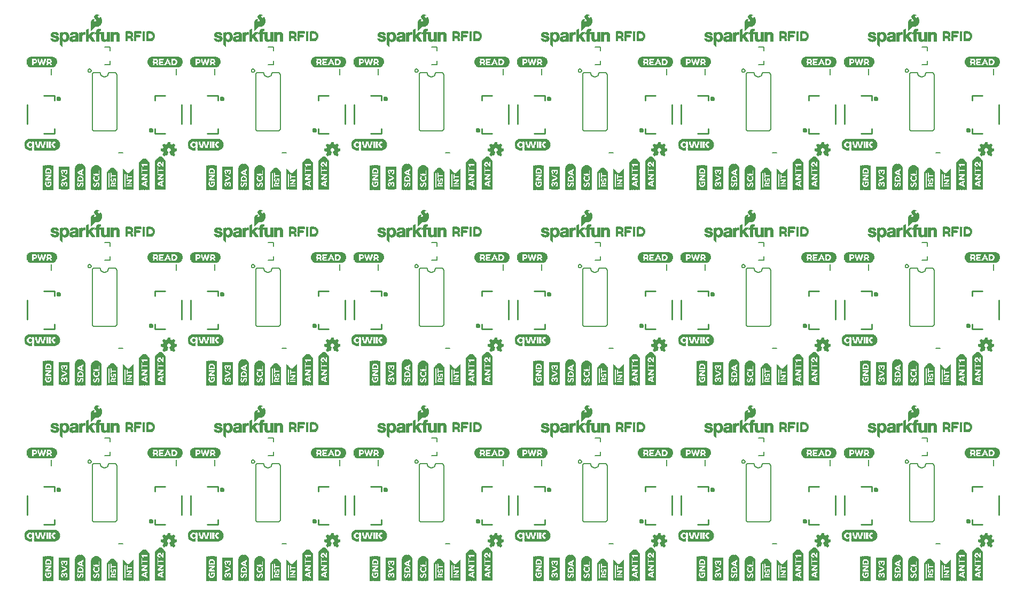
<source format=gto>
G75*
%MOIN*%
%OFA0B0*%
%FSLAX25Y25*%
%IPPOS*%
%LPD*%
%AMOC8*
5,1,8,0,0,1.08239X$1,22.5*
%
%ADD10C,0.01000*%
%ADD11C,0.01575*%
%ADD12C,0.00299*%
%ADD13C,0.00500*%
%ADD14C,0.00800*%
%ADD15R,0.00157X0.11024*%
%ADD16R,0.00157X0.11181*%
%ADD17R,0.00157X0.11496*%
%ADD18R,0.00157X0.11654*%
%ADD19R,0.00157X0.01732*%
%ADD20R,0.00157X0.01575*%
%ADD21R,0.00157X0.01890*%
%ADD22R,0.00157X0.02047*%
%ADD23R,0.00157X0.02362*%
%ADD24R,0.00157X0.12756*%
%ADD25R,0.00157X0.12913*%
%ADD26R,0.00157X0.13071*%
%ADD27R,0.00157X0.13228*%
%ADD28R,0.00157X0.00630*%
%ADD29R,0.00157X0.02992*%
%ADD30R,0.00157X0.01102*%
%ADD31R,0.00157X0.00315*%
%ADD32R,0.00157X0.00787*%
%ADD33R,0.00157X0.00157*%
%ADD34R,0.00157X0.03150*%
%ADD35R,0.00157X0.03307*%
%ADD36R,0.00157X0.01417*%
%ADD37R,0.00157X0.04409*%
%ADD38R,0.00157X0.04567*%
%ADD39R,0.00157X0.00945*%
%ADD40R,0.00157X0.02835*%
%ADD41R,0.00157X0.02677*%
%ADD42R,0.00157X0.00472*%
%ADD43R,0.00157X0.01260*%
%ADD44R,0.00157X0.04252*%
%ADD45R,0.00157X0.04094*%
%ADD46R,0.00157X0.03937*%
%ADD47R,0.00157X0.03780*%
%ADD48R,0.00157X0.03622*%
%ADD49R,0.00157X0.03465*%
%ADD50R,0.00157X0.11811*%
%ADD51R,0.00157X0.13858*%
%ADD52R,0.00157X0.14331*%
%ADD53R,0.00157X0.14646*%
%ADD54R,0.00157X0.14961*%
%ADD55R,0.00157X0.15118*%
%ADD56R,0.00157X0.15276*%
%ADD57R,0.00157X0.15433*%
%ADD58R,0.00157X0.11969*%
%ADD59R,0.00157X0.02520*%
%ADD60R,0.00157X0.02205*%
%ADD61R,0.00157X0.13386*%
%ADD62R,0.00157X0.13701*%
%ADD63R,0.00157X0.14016*%
%ADD64R,0.00157X0.14173*%
%ADD65R,0.00157X0.14488*%
%ADD66R,0.00157X0.07087*%
%ADD67R,0.00157X0.04882*%
%ADD68R,0.00157X0.05039*%
%ADD69R,0.00157X0.05197*%
%ADD70R,0.00157X0.12598*%
%ADD71R,0.00157X0.12441*%
%ADD72R,0.00157X0.12283*%
%ADD73R,0.00157X0.10866*%
%ADD74R,0.00157X0.10709*%
%ADD75R,0.00157X0.12126*%
%ADD76R,0.00157X0.17008*%
%ADD77R,0.00157X0.17165*%
%ADD78R,0.00157X0.17480*%
%ADD79R,0.00157X0.17638*%
%ADD80R,0.00157X0.17795*%
%ADD81R,0.00157X0.17953*%
%ADD82R,0.00157X0.18110*%
%ADD83R,0.00157X0.18268*%
%ADD84R,0.00157X0.18425*%
%ADD85R,0.00157X0.18583*%
%ADD86R,0.00157X0.18740*%
%ADD87R,0.00157X0.18898*%
%ADD88R,0.00157X0.19055*%
%ADD89R,0.17165X0.00157*%
%ADD90R,0.18110X0.00157*%
%ADD91R,0.18740X0.00157*%
%ADD92R,0.19370X0.00157*%
%ADD93R,0.19685X0.00157*%
%ADD94R,0.20000X0.00157*%
%ADD95R,0.20315X0.00157*%
%ADD96R,0.20630X0.00157*%
%ADD97R,0.02992X0.00157*%
%ADD98R,0.01260X0.00157*%
%ADD99R,0.02047X0.00157*%
%ADD100R,0.04252X0.00157*%
%ADD101R,0.01102X0.00157*%
%ADD102R,0.01890X0.00157*%
%ADD103R,0.03937X0.00157*%
%ADD104R,0.03150X0.00157*%
%ADD105R,0.00945X0.00157*%
%ADD106R,0.01732X0.00157*%
%ADD107R,0.03780X0.00157*%
%ADD108R,0.00787X0.00157*%
%ADD109R,0.03622X0.00157*%
%ADD110R,0.03307X0.00157*%
%ADD111R,0.00630X0.00157*%
%ADD112R,0.01575X0.00157*%
%ADD113R,0.03465X0.00157*%
%ADD114R,0.00472X0.00157*%
%ADD115R,0.01417X0.00157*%
%ADD116R,0.00315X0.00157*%
%ADD117R,0.02835X0.00157*%
%ADD118R,0.02677X0.00157*%
%ADD119R,0.02205X0.00157*%
%ADD120R,0.02362X0.00157*%
%ADD121R,0.14331X0.00157*%
%ADD122R,0.15276X0.00157*%
%ADD123R,0.15906X0.00157*%
%ADD124R,0.16535X0.00157*%
%ADD125R,0.16850X0.00157*%
%ADD126R,0.17480X0.00157*%
%ADD127R,0.06614X0.00157*%
%ADD128R,0.04094X0.00157*%
%ADD129R,0.06772X0.00157*%
%ADD130R,0.15906X0.00079*%
%ADD131R,0.16772X0.00079*%
%ADD132R,0.17244X0.00079*%
%ADD133R,0.17717X0.00079*%
%ADD134R,0.18031X0.00079*%
%ADD135R,0.18346X0.00079*%
%ADD136R,0.18661X0.00079*%
%ADD137R,0.18898X0.00079*%
%ADD138R,0.19134X0.00079*%
%ADD139R,0.19370X0.00079*%
%ADD140R,0.19528X0.00079*%
%ADD141R,0.19764X0.00079*%
%ADD142R,0.19921X0.00079*%
%ADD143R,0.20079X0.00079*%
%ADD144R,0.20236X0.00079*%
%ADD145R,0.20394X0.00079*%
%ADD146R,0.20551X0.00079*%
%ADD147R,0.20630X0.00079*%
%ADD148R,0.20709X0.00079*%
%ADD149R,0.20866X0.00079*%
%ADD150R,0.02362X0.00079*%
%ADD151R,0.00787X0.00079*%
%ADD152R,0.00197X0.00079*%
%ADD153R,0.01654X0.00079*%
%ADD154R,0.00157X0.00079*%
%ADD155R,0.00315X0.00079*%
%ADD156R,0.01890X0.00079*%
%ADD157R,0.02205X0.00079*%
%ADD158R,0.00630X0.00079*%
%ADD159R,0.00276X0.00079*%
%ADD160R,0.00236X0.00079*%
%ADD161R,0.01575X0.00079*%
%ADD162R,0.02283X0.00079*%
%ADD163R,0.02047X0.00079*%
%ADD164R,0.00472X0.00079*%
%ADD165R,0.01496X0.00079*%
%ADD166R,0.01417X0.00079*%
%ADD167R,0.01969X0.00079*%
%ADD168R,0.01260X0.00079*%
%ADD169R,0.00354X0.00079*%
%ADD170R,0.01102X0.00079*%
%ADD171R,0.02441X0.00079*%
%ADD172R,0.01890X0.00039*%
%ADD173R,0.00157X0.00039*%
%ADD174R,0.00354X0.00039*%
%ADD175R,0.01496X0.00039*%
%ADD176R,0.01417X0.00039*%
%ADD177R,0.00315X0.00039*%
%ADD178R,0.01024X0.00039*%
%ADD179R,0.02441X0.00039*%
%ADD180R,0.01811X0.00079*%
%ADD181R,0.00079X0.00079*%
%ADD182R,0.00433X0.00079*%
%ADD183R,0.01339X0.00079*%
%ADD184R,0.00945X0.00079*%
%ADD185R,0.02520X0.00079*%
%ADD186R,0.00394X0.00079*%
%ADD187R,0.00866X0.00079*%
%ADD188R,0.01732X0.00079*%
%ADD189R,0.02598X0.00079*%
%ADD190R,0.00512X0.00079*%
%ADD191R,0.01181X0.00079*%
%ADD192R,0.00709X0.00079*%
%ADD193R,0.02677X0.00079*%
%ADD194R,0.00591X0.00079*%
%ADD195R,0.00551X0.00079*%
%ADD196R,0.01024X0.00079*%
%ADD197R,0.02717X0.00079*%
%ADD198R,0.03110X0.00079*%
%ADD199R,0.00669X0.00079*%
%ADD200R,0.03307X0.00079*%
%ADD201R,0.03386X0.00079*%
%ADD202R,0.03543X0.00079*%
%ADD203R,0.01457X0.00079*%
%ADD204R,0.00748X0.00079*%
%ADD205R,0.03622X0.00079*%
%ADD206R,0.01614X0.00079*%
%ADD207R,0.00827X0.00079*%
%ADD208R,0.03701X0.00079*%
%ADD209R,0.01693X0.00079*%
%ADD210R,0.03780X0.00079*%
%ADD211R,0.01772X0.00079*%
%ADD212R,0.00906X0.00079*%
%ADD213R,0.00984X0.00079*%
%ADD214R,0.01063X0.00079*%
%ADD215R,0.01142X0.00079*%
%ADD216R,0.01220X0.00079*%
%ADD217R,0.03465X0.00079*%
%ADD218R,0.01299X0.00079*%
%ADD219R,0.01378X0.00079*%
%ADD220R,0.03189X0.00079*%
%ADD221R,0.01732X0.00039*%
%ADD222R,0.01535X0.00039*%
%ADD223R,0.01220X0.00039*%
%ADD224R,0.01457X0.00039*%
%ADD225R,0.00787X0.00039*%
%ADD226R,0.02520X0.00039*%
%ADD227R,0.01535X0.00079*%
%ADD228R,0.12677X0.00079*%
%ADD229R,0.03976X0.00079*%
%ADD230R,0.15394X0.00079*%
%ADD231R,0.03898X0.00079*%
%ADD232R,0.15315X0.00079*%
%ADD233R,0.15236X0.00079*%
%ADD234R,0.03819X0.00079*%
%ADD235R,0.15157X0.00079*%
%ADD236R,0.03740X0.00079*%
%ADD237R,0.15079X0.00079*%
%ADD238R,0.03661X0.00079*%
%ADD239R,0.15000X0.00079*%
%ADD240R,0.03583X0.00079*%
%ADD241R,0.03504X0.00079*%
%ADD242R,0.14843X0.00079*%
%ADD243R,0.03346X0.00079*%
%ADD244R,0.14764X0.00079*%
%ADD245R,0.03268X0.00079*%
%ADD246R,0.14685X0.00079*%
%ADD247R,0.14528X0.00079*%
%ADD248R,0.03031X0.00079*%
%ADD249R,0.14449X0.00079*%
%ADD250R,0.02953X0.00079*%
%ADD251R,0.14291X0.00079*%
%ADD252R,0.02795X0.00079*%
%ADD253R,0.14213X0.00079*%
%ADD254R,0.02638X0.00079*%
%ADD255R,0.14055X0.00079*%
%ADD256R,0.02402X0.00079*%
%ADD257R,0.13819X0.00079*%
%ADD258R,0.02244X0.00079*%
%ADD259R,0.13583X0.00079*%
%ADD260R,0.01929X0.00079*%
%ADD261R,0.13268X0.00079*%
%ADD262R,0.12874X0.00079*%
%ADD263R,0.02362X0.00236*%
%ADD264R,0.03780X0.00236*%
%ADD265R,0.00236X0.00236*%
%ADD266R,0.02126X0.00236*%
%ADD267R,0.03543X0.00236*%
%ADD268R,0.04724X0.00236*%
%ADD269R,0.01417X0.00236*%
%ADD270R,0.04016X0.00236*%
%ADD271R,0.04961X0.00236*%
%ADD272R,0.01654X0.00236*%
%ADD273R,0.04252X0.00236*%
%ADD274R,0.04488X0.00236*%
%ADD275R,0.01890X0.00236*%
%ADD276R,0.01181X0.00236*%
%ADD277R,0.00945X0.00236*%
%ADD278R,0.03307X0.00236*%
%ADD279C,0.00300*%
D10*
X0046607Y0071939D02*
X0053103Y0071939D01*
X0053103Y0074892D01*
X0036371Y0077844D02*
X0036371Y0089656D01*
X0046607Y0095561D02*
X0053103Y0095561D01*
X0053103Y0092608D01*
X0115859Y0092608D02*
X0115859Y0095561D01*
X0122355Y0095561D01*
X0132591Y0089656D02*
X0132591Y0077844D01*
X0138371Y0077844D02*
X0138371Y0089656D01*
X0148607Y0095561D02*
X0155103Y0095561D01*
X0155103Y0092608D01*
X0155103Y0074892D02*
X0155103Y0071939D01*
X0148607Y0071939D01*
X0122355Y0071939D02*
X0115859Y0071939D01*
X0115859Y0074892D01*
X0217859Y0074892D02*
X0217859Y0071939D01*
X0224355Y0071939D01*
X0234591Y0077844D02*
X0234591Y0089656D01*
X0240371Y0089656D02*
X0240371Y0077844D01*
X0250607Y0071939D02*
X0257103Y0071939D01*
X0257103Y0074892D01*
X0257103Y0092608D02*
X0257103Y0095561D01*
X0250607Y0095561D01*
X0224355Y0095561D02*
X0217859Y0095561D01*
X0217859Y0092608D01*
X0319859Y0092608D02*
X0319859Y0095561D01*
X0326355Y0095561D01*
X0336591Y0089656D02*
X0336591Y0077844D01*
X0342371Y0077844D02*
X0342371Y0089656D01*
X0352607Y0095561D02*
X0359103Y0095561D01*
X0359103Y0092608D01*
X0359103Y0074892D02*
X0359103Y0071939D01*
X0352607Y0071939D01*
X0326355Y0071939D02*
X0319859Y0071939D01*
X0319859Y0074892D01*
X0421859Y0074892D02*
X0421859Y0071939D01*
X0428355Y0071939D01*
X0438591Y0077844D02*
X0438591Y0089656D01*
X0444371Y0089656D02*
X0444371Y0077844D01*
X0454607Y0071939D02*
X0461103Y0071939D01*
X0461103Y0074892D01*
X0461103Y0092608D02*
X0461103Y0095561D01*
X0454607Y0095561D01*
X0428355Y0095561D02*
X0421859Y0095561D01*
X0421859Y0092608D01*
X0523859Y0092608D02*
X0523859Y0095561D01*
X0530355Y0095561D01*
X0540591Y0089656D02*
X0540591Y0077844D01*
X0546371Y0077844D02*
X0546371Y0089656D01*
X0556607Y0095561D02*
X0563103Y0095561D01*
X0563103Y0092608D01*
X0563103Y0074892D02*
X0563103Y0071939D01*
X0556607Y0071939D01*
X0530355Y0071939D02*
X0523859Y0071939D01*
X0523859Y0074892D01*
X0625859Y0074892D02*
X0625859Y0071939D01*
X0632355Y0071939D01*
X0642591Y0077844D02*
X0642591Y0089656D01*
X0632355Y0095561D02*
X0625859Y0095561D01*
X0625859Y0092608D01*
X0625859Y0193939D02*
X0625859Y0196892D01*
X0625859Y0193939D02*
X0632355Y0193939D01*
X0642591Y0199844D02*
X0642591Y0211656D01*
X0632355Y0217561D02*
X0625859Y0217561D01*
X0625859Y0214608D01*
X0563103Y0214608D02*
X0563103Y0217561D01*
X0556607Y0217561D01*
X0546371Y0211656D02*
X0546371Y0199844D01*
X0540591Y0199844D02*
X0540591Y0211656D01*
X0530355Y0217561D02*
X0523859Y0217561D01*
X0523859Y0214608D01*
X0523859Y0196892D02*
X0523859Y0193939D01*
X0530355Y0193939D01*
X0556607Y0193939D02*
X0563103Y0193939D01*
X0563103Y0196892D01*
X0461103Y0196892D02*
X0461103Y0193939D01*
X0454607Y0193939D01*
X0444371Y0199844D02*
X0444371Y0211656D01*
X0438591Y0211656D02*
X0438591Y0199844D01*
X0428355Y0193939D02*
X0421859Y0193939D01*
X0421859Y0196892D01*
X0421859Y0214608D02*
X0421859Y0217561D01*
X0428355Y0217561D01*
X0454607Y0217561D02*
X0461103Y0217561D01*
X0461103Y0214608D01*
X0359103Y0214608D02*
X0359103Y0217561D01*
X0352607Y0217561D01*
X0342371Y0211656D02*
X0342371Y0199844D01*
X0336591Y0199844D02*
X0336591Y0211656D01*
X0326355Y0217561D02*
X0319859Y0217561D01*
X0319859Y0214608D01*
X0319859Y0196892D02*
X0319859Y0193939D01*
X0326355Y0193939D01*
X0352607Y0193939D02*
X0359103Y0193939D01*
X0359103Y0196892D01*
X0257103Y0196892D02*
X0257103Y0193939D01*
X0250607Y0193939D01*
X0240371Y0199844D02*
X0240371Y0211656D01*
X0234591Y0211656D02*
X0234591Y0199844D01*
X0224355Y0193939D02*
X0217859Y0193939D01*
X0217859Y0196892D01*
X0217859Y0214608D02*
X0217859Y0217561D01*
X0224355Y0217561D01*
X0250607Y0217561D02*
X0257103Y0217561D01*
X0257103Y0214608D01*
X0155103Y0214608D02*
X0155103Y0217561D01*
X0148607Y0217561D01*
X0138371Y0211656D02*
X0138371Y0199844D01*
X0132591Y0199844D02*
X0132591Y0211656D01*
X0122355Y0217561D02*
X0115859Y0217561D01*
X0115859Y0214608D01*
X0115859Y0196892D02*
X0115859Y0193939D01*
X0122355Y0193939D01*
X0148607Y0193939D02*
X0155103Y0193939D01*
X0155103Y0196892D01*
X0053103Y0196892D02*
X0053103Y0193939D01*
X0046607Y0193939D01*
X0036371Y0199844D02*
X0036371Y0211656D01*
X0046607Y0217561D02*
X0053103Y0217561D01*
X0053103Y0214608D01*
X0053103Y0315939D02*
X0046607Y0315939D01*
X0053103Y0315939D02*
X0053103Y0318892D01*
X0036371Y0321844D02*
X0036371Y0333656D01*
X0046607Y0339561D02*
X0053103Y0339561D01*
X0053103Y0336608D01*
X0115859Y0336608D02*
X0115859Y0339561D01*
X0122355Y0339561D01*
X0132591Y0333656D02*
X0132591Y0321844D01*
X0138371Y0321844D02*
X0138371Y0333656D01*
X0148607Y0339561D02*
X0155103Y0339561D01*
X0155103Y0336608D01*
X0155103Y0318892D02*
X0155103Y0315939D01*
X0148607Y0315939D01*
X0122355Y0315939D02*
X0115859Y0315939D01*
X0115859Y0318892D01*
X0217859Y0318892D02*
X0217859Y0315939D01*
X0224355Y0315939D01*
X0234591Y0321844D02*
X0234591Y0333656D01*
X0240371Y0333656D02*
X0240371Y0321844D01*
X0250607Y0315939D02*
X0257103Y0315939D01*
X0257103Y0318892D01*
X0257103Y0336608D02*
X0257103Y0339561D01*
X0250607Y0339561D01*
X0224355Y0339561D02*
X0217859Y0339561D01*
X0217859Y0336608D01*
X0319859Y0336608D02*
X0319859Y0339561D01*
X0326355Y0339561D01*
X0336591Y0333656D02*
X0336591Y0321844D01*
X0342371Y0321844D02*
X0342371Y0333656D01*
X0352607Y0339561D02*
X0359103Y0339561D01*
X0359103Y0336608D01*
X0359103Y0318892D02*
X0359103Y0315939D01*
X0352607Y0315939D01*
X0326355Y0315939D02*
X0319859Y0315939D01*
X0319859Y0318892D01*
X0421859Y0318892D02*
X0421859Y0315939D01*
X0428355Y0315939D01*
X0438591Y0321844D02*
X0438591Y0333656D01*
X0444371Y0333656D02*
X0444371Y0321844D01*
X0454607Y0315939D02*
X0461103Y0315939D01*
X0461103Y0318892D01*
X0461103Y0336608D02*
X0461103Y0339561D01*
X0454607Y0339561D01*
X0428355Y0339561D02*
X0421859Y0339561D01*
X0421859Y0336608D01*
X0523859Y0336608D02*
X0523859Y0339561D01*
X0530355Y0339561D01*
X0540591Y0333656D02*
X0540591Y0321844D01*
X0546371Y0321844D02*
X0546371Y0333656D01*
X0556607Y0339561D02*
X0563103Y0339561D01*
X0563103Y0336608D01*
X0563103Y0318892D02*
X0563103Y0315939D01*
X0556607Y0315939D01*
X0530355Y0315939D02*
X0523859Y0315939D01*
X0523859Y0318892D01*
X0625859Y0318892D02*
X0625859Y0315939D01*
X0632355Y0315939D01*
X0642591Y0321844D02*
X0642591Y0333656D01*
X0632355Y0339561D02*
X0625859Y0339561D01*
X0625859Y0336608D01*
D11*
X0622743Y0317907D02*
X0622745Y0317954D01*
X0622751Y0318000D01*
X0622760Y0318046D01*
X0622774Y0318090D01*
X0622791Y0318134D01*
X0622812Y0318175D01*
X0622836Y0318215D01*
X0622863Y0318253D01*
X0622894Y0318288D01*
X0622927Y0318321D01*
X0622963Y0318351D01*
X0623002Y0318377D01*
X0623042Y0318401D01*
X0623084Y0318420D01*
X0623128Y0318437D01*
X0623173Y0318449D01*
X0623219Y0318458D01*
X0623265Y0318463D01*
X0623312Y0318464D01*
X0623358Y0318461D01*
X0623404Y0318454D01*
X0623450Y0318443D01*
X0623494Y0318429D01*
X0623537Y0318411D01*
X0623578Y0318389D01*
X0623618Y0318364D01*
X0623655Y0318336D01*
X0623690Y0318305D01*
X0623722Y0318271D01*
X0623751Y0318234D01*
X0623776Y0318196D01*
X0623799Y0318155D01*
X0623818Y0318112D01*
X0623833Y0318068D01*
X0623845Y0318023D01*
X0623853Y0317977D01*
X0623857Y0317930D01*
X0623857Y0317884D01*
X0623853Y0317837D01*
X0623845Y0317791D01*
X0623833Y0317746D01*
X0623818Y0317702D01*
X0623799Y0317659D01*
X0623776Y0317618D01*
X0623751Y0317580D01*
X0623722Y0317543D01*
X0623690Y0317509D01*
X0623655Y0317478D01*
X0623618Y0317450D01*
X0623579Y0317425D01*
X0623537Y0317403D01*
X0623494Y0317385D01*
X0623450Y0317371D01*
X0623404Y0317360D01*
X0623358Y0317353D01*
X0623312Y0317350D01*
X0623265Y0317351D01*
X0623219Y0317356D01*
X0623173Y0317365D01*
X0623128Y0317377D01*
X0623084Y0317394D01*
X0623042Y0317413D01*
X0623002Y0317437D01*
X0622963Y0317463D01*
X0622927Y0317493D01*
X0622894Y0317526D01*
X0622863Y0317561D01*
X0622836Y0317599D01*
X0622812Y0317639D01*
X0622791Y0317680D01*
X0622774Y0317724D01*
X0622760Y0317768D01*
X0622751Y0317814D01*
X0622745Y0317860D01*
X0622743Y0317907D01*
X0565105Y0337593D02*
X0565107Y0337640D01*
X0565113Y0337686D01*
X0565122Y0337732D01*
X0565136Y0337776D01*
X0565153Y0337820D01*
X0565174Y0337861D01*
X0565198Y0337901D01*
X0565225Y0337939D01*
X0565256Y0337974D01*
X0565289Y0338007D01*
X0565325Y0338037D01*
X0565364Y0338063D01*
X0565404Y0338087D01*
X0565446Y0338106D01*
X0565490Y0338123D01*
X0565535Y0338135D01*
X0565581Y0338144D01*
X0565627Y0338149D01*
X0565674Y0338150D01*
X0565720Y0338147D01*
X0565766Y0338140D01*
X0565812Y0338129D01*
X0565856Y0338115D01*
X0565899Y0338097D01*
X0565940Y0338075D01*
X0565980Y0338050D01*
X0566017Y0338022D01*
X0566052Y0337991D01*
X0566084Y0337957D01*
X0566113Y0337920D01*
X0566138Y0337882D01*
X0566161Y0337841D01*
X0566180Y0337798D01*
X0566195Y0337754D01*
X0566207Y0337709D01*
X0566215Y0337663D01*
X0566219Y0337616D01*
X0566219Y0337570D01*
X0566215Y0337523D01*
X0566207Y0337477D01*
X0566195Y0337432D01*
X0566180Y0337388D01*
X0566161Y0337345D01*
X0566138Y0337304D01*
X0566113Y0337266D01*
X0566084Y0337229D01*
X0566052Y0337195D01*
X0566017Y0337164D01*
X0565980Y0337136D01*
X0565941Y0337111D01*
X0565899Y0337089D01*
X0565856Y0337071D01*
X0565812Y0337057D01*
X0565766Y0337046D01*
X0565720Y0337039D01*
X0565674Y0337036D01*
X0565627Y0337037D01*
X0565581Y0337042D01*
X0565535Y0337051D01*
X0565490Y0337063D01*
X0565446Y0337080D01*
X0565404Y0337099D01*
X0565364Y0337123D01*
X0565325Y0337149D01*
X0565289Y0337179D01*
X0565256Y0337212D01*
X0565225Y0337247D01*
X0565198Y0337285D01*
X0565174Y0337325D01*
X0565153Y0337366D01*
X0565136Y0337410D01*
X0565122Y0337454D01*
X0565113Y0337500D01*
X0565107Y0337546D01*
X0565105Y0337593D01*
X0520743Y0317907D02*
X0520745Y0317954D01*
X0520751Y0318000D01*
X0520760Y0318046D01*
X0520774Y0318090D01*
X0520791Y0318134D01*
X0520812Y0318175D01*
X0520836Y0318215D01*
X0520863Y0318253D01*
X0520894Y0318288D01*
X0520927Y0318321D01*
X0520963Y0318351D01*
X0521002Y0318377D01*
X0521042Y0318401D01*
X0521084Y0318420D01*
X0521128Y0318437D01*
X0521173Y0318449D01*
X0521219Y0318458D01*
X0521265Y0318463D01*
X0521312Y0318464D01*
X0521358Y0318461D01*
X0521404Y0318454D01*
X0521450Y0318443D01*
X0521494Y0318429D01*
X0521537Y0318411D01*
X0521578Y0318389D01*
X0521618Y0318364D01*
X0521655Y0318336D01*
X0521690Y0318305D01*
X0521722Y0318271D01*
X0521751Y0318234D01*
X0521776Y0318196D01*
X0521799Y0318155D01*
X0521818Y0318112D01*
X0521833Y0318068D01*
X0521845Y0318023D01*
X0521853Y0317977D01*
X0521857Y0317930D01*
X0521857Y0317884D01*
X0521853Y0317837D01*
X0521845Y0317791D01*
X0521833Y0317746D01*
X0521818Y0317702D01*
X0521799Y0317659D01*
X0521776Y0317618D01*
X0521751Y0317580D01*
X0521722Y0317543D01*
X0521690Y0317509D01*
X0521655Y0317478D01*
X0521618Y0317450D01*
X0521579Y0317425D01*
X0521537Y0317403D01*
X0521494Y0317385D01*
X0521450Y0317371D01*
X0521404Y0317360D01*
X0521358Y0317353D01*
X0521312Y0317350D01*
X0521265Y0317351D01*
X0521219Y0317356D01*
X0521173Y0317365D01*
X0521128Y0317377D01*
X0521084Y0317394D01*
X0521042Y0317413D01*
X0521002Y0317437D01*
X0520963Y0317463D01*
X0520927Y0317493D01*
X0520894Y0317526D01*
X0520863Y0317561D01*
X0520836Y0317599D01*
X0520812Y0317639D01*
X0520791Y0317680D01*
X0520774Y0317724D01*
X0520760Y0317768D01*
X0520751Y0317814D01*
X0520745Y0317860D01*
X0520743Y0317907D01*
X0463105Y0337593D02*
X0463107Y0337640D01*
X0463113Y0337686D01*
X0463122Y0337732D01*
X0463136Y0337776D01*
X0463153Y0337820D01*
X0463174Y0337861D01*
X0463198Y0337901D01*
X0463225Y0337939D01*
X0463256Y0337974D01*
X0463289Y0338007D01*
X0463325Y0338037D01*
X0463364Y0338063D01*
X0463404Y0338087D01*
X0463446Y0338106D01*
X0463490Y0338123D01*
X0463535Y0338135D01*
X0463581Y0338144D01*
X0463627Y0338149D01*
X0463674Y0338150D01*
X0463720Y0338147D01*
X0463766Y0338140D01*
X0463812Y0338129D01*
X0463856Y0338115D01*
X0463899Y0338097D01*
X0463940Y0338075D01*
X0463980Y0338050D01*
X0464017Y0338022D01*
X0464052Y0337991D01*
X0464084Y0337957D01*
X0464113Y0337920D01*
X0464138Y0337882D01*
X0464161Y0337841D01*
X0464180Y0337798D01*
X0464195Y0337754D01*
X0464207Y0337709D01*
X0464215Y0337663D01*
X0464219Y0337616D01*
X0464219Y0337570D01*
X0464215Y0337523D01*
X0464207Y0337477D01*
X0464195Y0337432D01*
X0464180Y0337388D01*
X0464161Y0337345D01*
X0464138Y0337304D01*
X0464113Y0337266D01*
X0464084Y0337229D01*
X0464052Y0337195D01*
X0464017Y0337164D01*
X0463980Y0337136D01*
X0463941Y0337111D01*
X0463899Y0337089D01*
X0463856Y0337071D01*
X0463812Y0337057D01*
X0463766Y0337046D01*
X0463720Y0337039D01*
X0463674Y0337036D01*
X0463627Y0337037D01*
X0463581Y0337042D01*
X0463535Y0337051D01*
X0463490Y0337063D01*
X0463446Y0337080D01*
X0463404Y0337099D01*
X0463364Y0337123D01*
X0463325Y0337149D01*
X0463289Y0337179D01*
X0463256Y0337212D01*
X0463225Y0337247D01*
X0463198Y0337285D01*
X0463174Y0337325D01*
X0463153Y0337366D01*
X0463136Y0337410D01*
X0463122Y0337454D01*
X0463113Y0337500D01*
X0463107Y0337546D01*
X0463105Y0337593D01*
X0418743Y0317907D02*
X0418745Y0317954D01*
X0418751Y0318000D01*
X0418760Y0318046D01*
X0418774Y0318090D01*
X0418791Y0318134D01*
X0418812Y0318175D01*
X0418836Y0318215D01*
X0418863Y0318253D01*
X0418894Y0318288D01*
X0418927Y0318321D01*
X0418963Y0318351D01*
X0419002Y0318377D01*
X0419042Y0318401D01*
X0419084Y0318420D01*
X0419128Y0318437D01*
X0419173Y0318449D01*
X0419219Y0318458D01*
X0419265Y0318463D01*
X0419312Y0318464D01*
X0419358Y0318461D01*
X0419404Y0318454D01*
X0419450Y0318443D01*
X0419494Y0318429D01*
X0419537Y0318411D01*
X0419578Y0318389D01*
X0419618Y0318364D01*
X0419655Y0318336D01*
X0419690Y0318305D01*
X0419722Y0318271D01*
X0419751Y0318234D01*
X0419776Y0318196D01*
X0419799Y0318155D01*
X0419818Y0318112D01*
X0419833Y0318068D01*
X0419845Y0318023D01*
X0419853Y0317977D01*
X0419857Y0317930D01*
X0419857Y0317884D01*
X0419853Y0317837D01*
X0419845Y0317791D01*
X0419833Y0317746D01*
X0419818Y0317702D01*
X0419799Y0317659D01*
X0419776Y0317618D01*
X0419751Y0317580D01*
X0419722Y0317543D01*
X0419690Y0317509D01*
X0419655Y0317478D01*
X0419618Y0317450D01*
X0419579Y0317425D01*
X0419537Y0317403D01*
X0419494Y0317385D01*
X0419450Y0317371D01*
X0419404Y0317360D01*
X0419358Y0317353D01*
X0419312Y0317350D01*
X0419265Y0317351D01*
X0419219Y0317356D01*
X0419173Y0317365D01*
X0419128Y0317377D01*
X0419084Y0317394D01*
X0419042Y0317413D01*
X0419002Y0317437D01*
X0418963Y0317463D01*
X0418927Y0317493D01*
X0418894Y0317526D01*
X0418863Y0317561D01*
X0418836Y0317599D01*
X0418812Y0317639D01*
X0418791Y0317680D01*
X0418774Y0317724D01*
X0418760Y0317768D01*
X0418751Y0317814D01*
X0418745Y0317860D01*
X0418743Y0317907D01*
X0361105Y0337593D02*
X0361107Y0337640D01*
X0361113Y0337686D01*
X0361122Y0337732D01*
X0361136Y0337776D01*
X0361153Y0337820D01*
X0361174Y0337861D01*
X0361198Y0337901D01*
X0361225Y0337939D01*
X0361256Y0337974D01*
X0361289Y0338007D01*
X0361325Y0338037D01*
X0361364Y0338063D01*
X0361404Y0338087D01*
X0361446Y0338106D01*
X0361490Y0338123D01*
X0361535Y0338135D01*
X0361581Y0338144D01*
X0361627Y0338149D01*
X0361674Y0338150D01*
X0361720Y0338147D01*
X0361766Y0338140D01*
X0361812Y0338129D01*
X0361856Y0338115D01*
X0361899Y0338097D01*
X0361940Y0338075D01*
X0361980Y0338050D01*
X0362017Y0338022D01*
X0362052Y0337991D01*
X0362084Y0337957D01*
X0362113Y0337920D01*
X0362138Y0337882D01*
X0362161Y0337841D01*
X0362180Y0337798D01*
X0362195Y0337754D01*
X0362207Y0337709D01*
X0362215Y0337663D01*
X0362219Y0337616D01*
X0362219Y0337570D01*
X0362215Y0337523D01*
X0362207Y0337477D01*
X0362195Y0337432D01*
X0362180Y0337388D01*
X0362161Y0337345D01*
X0362138Y0337304D01*
X0362113Y0337266D01*
X0362084Y0337229D01*
X0362052Y0337195D01*
X0362017Y0337164D01*
X0361980Y0337136D01*
X0361941Y0337111D01*
X0361899Y0337089D01*
X0361856Y0337071D01*
X0361812Y0337057D01*
X0361766Y0337046D01*
X0361720Y0337039D01*
X0361674Y0337036D01*
X0361627Y0337037D01*
X0361581Y0337042D01*
X0361535Y0337051D01*
X0361490Y0337063D01*
X0361446Y0337080D01*
X0361404Y0337099D01*
X0361364Y0337123D01*
X0361325Y0337149D01*
X0361289Y0337179D01*
X0361256Y0337212D01*
X0361225Y0337247D01*
X0361198Y0337285D01*
X0361174Y0337325D01*
X0361153Y0337366D01*
X0361136Y0337410D01*
X0361122Y0337454D01*
X0361113Y0337500D01*
X0361107Y0337546D01*
X0361105Y0337593D01*
X0316743Y0317907D02*
X0316745Y0317954D01*
X0316751Y0318000D01*
X0316760Y0318046D01*
X0316774Y0318090D01*
X0316791Y0318134D01*
X0316812Y0318175D01*
X0316836Y0318215D01*
X0316863Y0318253D01*
X0316894Y0318288D01*
X0316927Y0318321D01*
X0316963Y0318351D01*
X0317002Y0318377D01*
X0317042Y0318401D01*
X0317084Y0318420D01*
X0317128Y0318437D01*
X0317173Y0318449D01*
X0317219Y0318458D01*
X0317265Y0318463D01*
X0317312Y0318464D01*
X0317358Y0318461D01*
X0317404Y0318454D01*
X0317450Y0318443D01*
X0317494Y0318429D01*
X0317537Y0318411D01*
X0317578Y0318389D01*
X0317618Y0318364D01*
X0317655Y0318336D01*
X0317690Y0318305D01*
X0317722Y0318271D01*
X0317751Y0318234D01*
X0317776Y0318196D01*
X0317799Y0318155D01*
X0317818Y0318112D01*
X0317833Y0318068D01*
X0317845Y0318023D01*
X0317853Y0317977D01*
X0317857Y0317930D01*
X0317857Y0317884D01*
X0317853Y0317837D01*
X0317845Y0317791D01*
X0317833Y0317746D01*
X0317818Y0317702D01*
X0317799Y0317659D01*
X0317776Y0317618D01*
X0317751Y0317580D01*
X0317722Y0317543D01*
X0317690Y0317509D01*
X0317655Y0317478D01*
X0317618Y0317450D01*
X0317579Y0317425D01*
X0317537Y0317403D01*
X0317494Y0317385D01*
X0317450Y0317371D01*
X0317404Y0317360D01*
X0317358Y0317353D01*
X0317312Y0317350D01*
X0317265Y0317351D01*
X0317219Y0317356D01*
X0317173Y0317365D01*
X0317128Y0317377D01*
X0317084Y0317394D01*
X0317042Y0317413D01*
X0317002Y0317437D01*
X0316963Y0317463D01*
X0316927Y0317493D01*
X0316894Y0317526D01*
X0316863Y0317561D01*
X0316836Y0317599D01*
X0316812Y0317639D01*
X0316791Y0317680D01*
X0316774Y0317724D01*
X0316760Y0317768D01*
X0316751Y0317814D01*
X0316745Y0317860D01*
X0316743Y0317907D01*
X0259105Y0337593D02*
X0259107Y0337640D01*
X0259113Y0337686D01*
X0259122Y0337732D01*
X0259136Y0337776D01*
X0259153Y0337820D01*
X0259174Y0337861D01*
X0259198Y0337901D01*
X0259225Y0337939D01*
X0259256Y0337974D01*
X0259289Y0338007D01*
X0259325Y0338037D01*
X0259364Y0338063D01*
X0259404Y0338087D01*
X0259446Y0338106D01*
X0259490Y0338123D01*
X0259535Y0338135D01*
X0259581Y0338144D01*
X0259627Y0338149D01*
X0259674Y0338150D01*
X0259720Y0338147D01*
X0259766Y0338140D01*
X0259812Y0338129D01*
X0259856Y0338115D01*
X0259899Y0338097D01*
X0259940Y0338075D01*
X0259980Y0338050D01*
X0260017Y0338022D01*
X0260052Y0337991D01*
X0260084Y0337957D01*
X0260113Y0337920D01*
X0260138Y0337882D01*
X0260161Y0337841D01*
X0260180Y0337798D01*
X0260195Y0337754D01*
X0260207Y0337709D01*
X0260215Y0337663D01*
X0260219Y0337616D01*
X0260219Y0337570D01*
X0260215Y0337523D01*
X0260207Y0337477D01*
X0260195Y0337432D01*
X0260180Y0337388D01*
X0260161Y0337345D01*
X0260138Y0337304D01*
X0260113Y0337266D01*
X0260084Y0337229D01*
X0260052Y0337195D01*
X0260017Y0337164D01*
X0259980Y0337136D01*
X0259941Y0337111D01*
X0259899Y0337089D01*
X0259856Y0337071D01*
X0259812Y0337057D01*
X0259766Y0337046D01*
X0259720Y0337039D01*
X0259674Y0337036D01*
X0259627Y0337037D01*
X0259581Y0337042D01*
X0259535Y0337051D01*
X0259490Y0337063D01*
X0259446Y0337080D01*
X0259404Y0337099D01*
X0259364Y0337123D01*
X0259325Y0337149D01*
X0259289Y0337179D01*
X0259256Y0337212D01*
X0259225Y0337247D01*
X0259198Y0337285D01*
X0259174Y0337325D01*
X0259153Y0337366D01*
X0259136Y0337410D01*
X0259122Y0337454D01*
X0259113Y0337500D01*
X0259107Y0337546D01*
X0259105Y0337593D01*
X0214743Y0317907D02*
X0214745Y0317954D01*
X0214751Y0318000D01*
X0214760Y0318046D01*
X0214774Y0318090D01*
X0214791Y0318134D01*
X0214812Y0318175D01*
X0214836Y0318215D01*
X0214863Y0318253D01*
X0214894Y0318288D01*
X0214927Y0318321D01*
X0214963Y0318351D01*
X0215002Y0318377D01*
X0215042Y0318401D01*
X0215084Y0318420D01*
X0215128Y0318437D01*
X0215173Y0318449D01*
X0215219Y0318458D01*
X0215265Y0318463D01*
X0215312Y0318464D01*
X0215358Y0318461D01*
X0215404Y0318454D01*
X0215450Y0318443D01*
X0215494Y0318429D01*
X0215537Y0318411D01*
X0215578Y0318389D01*
X0215618Y0318364D01*
X0215655Y0318336D01*
X0215690Y0318305D01*
X0215722Y0318271D01*
X0215751Y0318234D01*
X0215776Y0318196D01*
X0215799Y0318155D01*
X0215818Y0318112D01*
X0215833Y0318068D01*
X0215845Y0318023D01*
X0215853Y0317977D01*
X0215857Y0317930D01*
X0215857Y0317884D01*
X0215853Y0317837D01*
X0215845Y0317791D01*
X0215833Y0317746D01*
X0215818Y0317702D01*
X0215799Y0317659D01*
X0215776Y0317618D01*
X0215751Y0317580D01*
X0215722Y0317543D01*
X0215690Y0317509D01*
X0215655Y0317478D01*
X0215618Y0317450D01*
X0215579Y0317425D01*
X0215537Y0317403D01*
X0215494Y0317385D01*
X0215450Y0317371D01*
X0215404Y0317360D01*
X0215358Y0317353D01*
X0215312Y0317350D01*
X0215265Y0317351D01*
X0215219Y0317356D01*
X0215173Y0317365D01*
X0215128Y0317377D01*
X0215084Y0317394D01*
X0215042Y0317413D01*
X0215002Y0317437D01*
X0214963Y0317463D01*
X0214927Y0317493D01*
X0214894Y0317526D01*
X0214863Y0317561D01*
X0214836Y0317599D01*
X0214812Y0317639D01*
X0214791Y0317680D01*
X0214774Y0317724D01*
X0214760Y0317768D01*
X0214751Y0317814D01*
X0214745Y0317860D01*
X0214743Y0317907D01*
X0157105Y0337593D02*
X0157107Y0337640D01*
X0157113Y0337686D01*
X0157122Y0337732D01*
X0157136Y0337776D01*
X0157153Y0337820D01*
X0157174Y0337861D01*
X0157198Y0337901D01*
X0157225Y0337939D01*
X0157256Y0337974D01*
X0157289Y0338007D01*
X0157325Y0338037D01*
X0157364Y0338063D01*
X0157404Y0338087D01*
X0157446Y0338106D01*
X0157490Y0338123D01*
X0157535Y0338135D01*
X0157581Y0338144D01*
X0157627Y0338149D01*
X0157674Y0338150D01*
X0157720Y0338147D01*
X0157766Y0338140D01*
X0157812Y0338129D01*
X0157856Y0338115D01*
X0157899Y0338097D01*
X0157940Y0338075D01*
X0157980Y0338050D01*
X0158017Y0338022D01*
X0158052Y0337991D01*
X0158084Y0337957D01*
X0158113Y0337920D01*
X0158138Y0337882D01*
X0158161Y0337841D01*
X0158180Y0337798D01*
X0158195Y0337754D01*
X0158207Y0337709D01*
X0158215Y0337663D01*
X0158219Y0337616D01*
X0158219Y0337570D01*
X0158215Y0337523D01*
X0158207Y0337477D01*
X0158195Y0337432D01*
X0158180Y0337388D01*
X0158161Y0337345D01*
X0158138Y0337304D01*
X0158113Y0337266D01*
X0158084Y0337229D01*
X0158052Y0337195D01*
X0158017Y0337164D01*
X0157980Y0337136D01*
X0157941Y0337111D01*
X0157899Y0337089D01*
X0157856Y0337071D01*
X0157812Y0337057D01*
X0157766Y0337046D01*
X0157720Y0337039D01*
X0157674Y0337036D01*
X0157627Y0337037D01*
X0157581Y0337042D01*
X0157535Y0337051D01*
X0157490Y0337063D01*
X0157446Y0337080D01*
X0157404Y0337099D01*
X0157364Y0337123D01*
X0157325Y0337149D01*
X0157289Y0337179D01*
X0157256Y0337212D01*
X0157225Y0337247D01*
X0157198Y0337285D01*
X0157174Y0337325D01*
X0157153Y0337366D01*
X0157136Y0337410D01*
X0157122Y0337454D01*
X0157113Y0337500D01*
X0157107Y0337546D01*
X0157105Y0337593D01*
X0112743Y0317907D02*
X0112745Y0317954D01*
X0112751Y0318000D01*
X0112760Y0318046D01*
X0112774Y0318090D01*
X0112791Y0318134D01*
X0112812Y0318175D01*
X0112836Y0318215D01*
X0112863Y0318253D01*
X0112894Y0318288D01*
X0112927Y0318321D01*
X0112963Y0318351D01*
X0113002Y0318377D01*
X0113042Y0318401D01*
X0113084Y0318420D01*
X0113128Y0318437D01*
X0113173Y0318449D01*
X0113219Y0318458D01*
X0113265Y0318463D01*
X0113312Y0318464D01*
X0113358Y0318461D01*
X0113404Y0318454D01*
X0113450Y0318443D01*
X0113494Y0318429D01*
X0113537Y0318411D01*
X0113578Y0318389D01*
X0113618Y0318364D01*
X0113655Y0318336D01*
X0113690Y0318305D01*
X0113722Y0318271D01*
X0113751Y0318234D01*
X0113776Y0318196D01*
X0113799Y0318155D01*
X0113818Y0318112D01*
X0113833Y0318068D01*
X0113845Y0318023D01*
X0113853Y0317977D01*
X0113857Y0317930D01*
X0113857Y0317884D01*
X0113853Y0317837D01*
X0113845Y0317791D01*
X0113833Y0317746D01*
X0113818Y0317702D01*
X0113799Y0317659D01*
X0113776Y0317618D01*
X0113751Y0317580D01*
X0113722Y0317543D01*
X0113690Y0317509D01*
X0113655Y0317478D01*
X0113618Y0317450D01*
X0113579Y0317425D01*
X0113537Y0317403D01*
X0113494Y0317385D01*
X0113450Y0317371D01*
X0113404Y0317360D01*
X0113358Y0317353D01*
X0113312Y0317350D01*
X0113265Y0317351D01*
X0113219Y0317356D01*
X0113173Y0317365D01*
X0113128Y0317377D01*
X0113084Y0317394D01*
X0113042Y0317413D01*
X0113002Y0317437D01*
X0112963Y0317463D01*
X0112927Y0317493D01*
X0112894Y0317526D01*
X0112863Y0317561D01*
X0112836Y0317599D01*
X0112812Y0317639D01*
X0112791Y0317680D01*
X0112774Y0317724D01*
X0112760Y0317768D01*
X0112751Y0317814D01*
X0112745Y0317860D01*
X0112743Y0317907D01*
X0055105Y0337593D02*
X0055107Y0337640D01*
X0055113Y0337686D01*
X0055122Y0337732D01*
X0055136Y0337776D01*
X0055153Y0337820D01*
X0055174Y0337861D01*
X0055198Y0337901D01*
X0055225Y0337939D01*
X0055256Y0337974D01*
X0055289Y0338007D01*
X0055325Y0338037D01*
X0055364Y0338063D01*
X0055404Y0338087D01*
X0055446Y0338106D01*
X0055490Y0338123D01*
X0055535Y0338135D01*
X0055581Y0338144D01*
X0055627Y0338149D01*
X0055674Y0338150D01*
X0055720Y0338147D01*
X0055766Y0338140D01*
X0055812Y0338129D01*
X0055856Y0338115D01*
X0055899Y0338097D01*
X0055940Y0338075D01*
X0055980Y0338050D01*
X0056017Y0338022D01*
X0056052Y0337991D01*
X0056084Y0337957D01*
X0056113Y0337920D01*
X0056138Y0337882D01*
X0056161Y0337841D01*
X0056180Y0337798D01*
X0056195Y0337754D01*
X0056207Y0337709D01*
X0056215Y0337663D01*
X0056219Y0337616D01*
X0056219Y0337570D01*
X0056215Y0337523D01*
X0056207Y0337477D01*
X0056195Y0337432D01*
X0056180Y0337388D01*
X0056161Y0337345D01*
X0056138Y0337304D01*
X0056113Y0337266D01*
X0056084Y0337229D01*
X0056052Y0337195D01*
X0056017Y0337164D01*
X0055980Y0337136D01*
X0055941Y0337111D01*
X0055899Y0337089D01*
X0055856Y0337071D01*
X0055812Y0337057D01*
X0055766Y0337046D01*
X0055720Y0337039D01*
X0055674Y0337036D01*
X0055627Y0337037D01*
X0055581Y0337042D01*
X0055535Y0337051D01*
X0055490Y0337063D01*
X0055446Y0337080D01*
X0055404Y0337099D01*
X0055364Y0337123D01*
X0055325Y0337149D01*
X0055289Y0337179D01*
X0055256Y0337212D01*
X0055225Y0337247D01*
X0055198Y0337285D01*
X0055174Y0337325D01*
X0055153Y0337366D01*
X0055136Y0337410D01*
X0055122Y0337454D01*
X0055113Y0337500D01*
X0055107Y0337546D01*
X0055105Y0337593D01*
X0055105Y0215593D02*
X0055107Y0215640D01*
X0055113Y0215686D01*
X0055122Y0215732D01*
X0055136Y0215776D01*
X0055153Y0215820D01*
X0055174Y0215861D01*
X0055198Y0215901D01*
X0055225Y0215939D01*
X0055256Y0215974D01*
X0055289Y0216007D01*
X0055325Y0216037D01*
X0055364Y0216063D01*
X0055404Y0216087D01*
X0055446Y0216106D01*
X0055490Y0216123D01*
X0055535Y0216135D01*
X0055581Y0216144D01*
X0055627Y0216149D01*
X0055674Y0216150D01*
X0055720Y0216147D01*
X0055766Y0216140D01*
X0055812Y0216129D01*
X0055856Y0216115D01*
X0055899Y0216097D01*
X0055940Y0216075D01*
X0055980Y0216050D01*
X0056017Y0216022D01*
X0056052Y0215991D01*
X0056084Y0215957D01*
X0056113Y0215920D01*
X0056138Y0215882D01*
X0056161Y0215841D01*
X0056180Y0215798D01*
X0056195Y0215754D01*
X0056207Y0215709D01*
X0056215Y0215663D01*
X0056219Y0215616D01*
X0056219Y0215570D01*
X0056215Y0215523D01*
X0056207Y0215477D01*
X0056195Y0215432D01*
X0056180Y0215388D01*
X0056161Y0215345D01*
X0056138Y0215304D01*
X0056113Y0215266D01*
X0056084Y0215229D01*
X0056052Y0215195D01*
X0056017Y0215164D01*
X0055980Y0215136D01*
X0055941Y0215111D01*
X0055899Y0215089D01*
X0055856Y0215071D01*
X0055812Y0215057D01*
X0055766Y0215046D01*
X0055720Y0215039D01*
X0055674Y0215036D01*
X0055627Y0215037D01*
X0055581Y0215042D01*
X0055535Y0215051D01*
X0055490Y0215063D01*
X0055446Y0215080D01*
X0055404Y0215099D01*
X0055364Y0215123D01*
X0055325Y0215149D01*
X0055289Y0215179D01*
X0055256Y0215212D01*
X0055225Y0215247D01*
X0055198Y0215285D01*
X0055174Y0215325D01*
X0055153Y0215366D01*
X0055136Y0215410D01*
X0055122Y0215454D01*
X0055113Y0215500D01*
X0055107Y0215546D01*
X0055105Y0215593D01*
X0112743Y0195907D02*
X0112745Y0195954D01*
X0112751Y0196000D01*
X0112760Y0196046D01*
X0112774Y0196090D01*
X0112791Y0196134D01*
X0112812Y0196175D01*
X0112836Y0196215D01*
X0112863Y0196253D01*
X0112894Y0196288D01*
X0112927Y0196321D01*
X0112963Y0196351D01*
X0113002Y0196377D01*
X0113042Y0196401D01*
X0113084Y0196420D01*
X0113128Y0196437D01*
X0113173Y0196449D01*
X0113219Y0196458D01*
X0113265Y0196463D01*
X0113312Y0196464D01*
X0113358Y0196461D01*
X0113404Y0196454D01*
X0113450Y0196443D01*
X0113494Y0196429D01*
X0113537Y0196411D01*
X0113578Y0196389D01*
X0113618Y0196364D01*
X0113655Y0196336D01*
X0113690Y0196305D01*
X0113722Y0196271D01*
X0113751Y0196234D01*
X0113776Y0196196D01*
X0113799Y0196155D01*
X0113818Y0196112D01*
X0113833Y0196068D01*
X0113845Y0196023D01*
X0113853Y0195977D01*
X0113857Y0195930D01*
X0113857Y0195884D01*
X0113853Y0195837D01*
X0113845Y0195791D01*
X0113833Y0195746D01*
X0113818Y0195702D01*
X0113799Y0195659D01*
X0113776Y0195618D01*
X0113751Y0195580D01*
X0113722Y0195543D01*
X0113690Y0195509D01*
X0113655Y0195478D01*
X0113618Y0195450D01*
X0113579Y0195425D01*
X0113537Y0195403D01*
X0113494Y0195385D01*
X0113450Y0195371D01*
X0113404Y0195360D01*
X0113358Y0195353D01*
X0113312Y0195350D01*
X0113265Y0195351D01*
X0113219Y0195356D01*
X0113173Y0195365D01*
X0113128Y0195377D01*
X0113084Y0195394D01*
X0113042Y0195413D01*
X0113002Y0195437D01*
X0112963Y0195463D01*
X0112927Y0195493D01*
X0112894Y0195526D01*
X0112863Y0195561D01*
X0112836Y0195599D01*
X0112812Y0195639D01*
X0112791Y0195680D01*
X0112774Y0195724D01*
X0112760Y0195768D01*
X0112751Y0195814D01*
X0112745Y0195860D01*
X0112743Y0195907D01*
X0157105Y0215593D02*
X0157107Y0215640D01*
X0157113Y0215686D01*
X0157122Y0215732D01*
X0157136Y0215776D01*
X0157153Y0215820D01*
X0157174Y0215861D01*
X0157198Y0215901D01*
X0157225Y0215939D01*
X0157256Y0215974D01*
X0157289Y0216007D01*
X0157325Y0216037D01*
X0157364Y0216063D01*
X0157404Y0216087D01*
X0157446Y0216106D01*
X0157490Y0216123D01*
X0157535Y0216135D01*
X0157581Y0216144D01*
X0157627Y0216149D01*
X0157674Y0216150D01*
X0157720Y0216147D01*
X0157766Y0216140D01*
X0157812Y0216129D01*
X0157856Y0216115D01*
X0157899Y0216097D01*
X0157940Y0216075D01*
X0157980Y0216050D01*
X0158017Y0216022D01*
X0158052Y0215991D01*
X0158084Y0215957D01*
X0158113Y0215920D01*
X0158138Y0215882D01*
X0158161Y0215841D01*
X0158180Y0215798D01*
X0158195Y0215754D01*
X0158207Y0215709D01*
X0158215Y0215663D01*
X0158219Y0215616D01*
X0158219Y0215570D01*
X0158215Y0215523D01*
X0158207Y0215477D01*
X0158195Y0215432D01*
X0158180Y0215388D01*
X0158161Y0215345D01*
X0158138Y0215304D01*
X0158113Y0215266D01*
X0158084Y0215229D01*
X0158052Y0215195D01*
X0158017Y0215164D01*
X0157980Y0215136D01*
X0157941Y0215111D01*
X0157899Y0215089D01*
X0157856Y0215071D01*
X0157812Y0215057D01*
X0157766Y0215046D01*
X0157720Y0215039D01*
X0157674Y0215036D01*
X0157627Y0215037D01*
X0157581Y0215042D01*
X0157535Y0215051D01*
X0157490Y0215063D01*
X0157446Y0215080D01*
X0157404Y0215099D01*
X0157364Y0215123D01*
X0157325Y0215149D01*
X0157289Y0215179D01*
X0157256Y0215212D01*
X0157225Y0215247D01*
X0157198Y0215285D01*
X0157174Y0215325D01*
X0157153Y0215366D01*
X0157136Y0215410D01*
X0157122Y0215454D01*
X0157113Y0215500D01*
X0157107Y0215546D01*
X0157105Y0215593D01*
X0214743Y0195907D02*
X0214745Y0195954D01*
X0214751Y0196000D01*
X0214760Y0196046D01*
X0214774Y0196090D01*
X0214791Y0196134D01*
X0214812Y0196175D01*
X0214836Y0196215D01*
X0214863Y0196253D01*
X0214894Y0196288D01*
X0214927Y0196321D01*
X0214963Y0196351D01*
X0215002Y0196377D01*
X0215042Y0196401D01*
X0215084Y0196420D01*
X0215128Y0196437D01*
X0215173Y0196449D01*
X0215219Y0196458D01*
X0215265Y0196463D01*
X0215312Y0196464D01*
X0215358Y0196461D01*
X0215404Y0196454D01*
X0215450Y0196443D01*
X0215494Y0196429D01*
X0215537Y0196411D01*
X0215578Y0196389D01*
X0215618Y0196364D01*
X0215655Y0196336D01*
X0215690Y0196305D01*
X0215722Y0196271D01*
X0215751Y0196234D01*
X0215776Y0196196D01*
X0215799Y0196155D01*
X0215818Y0196112D01*
X0215833Y0196068D01*
X0215845Y0196023D01*
X0215853Y0195977D01*
X0215857Y0195930D01*
X0215857Y0195884D01*
X0215853Y0195837D01*
X0215845Y0195791D01*
X0215833Y0195746D01*
X0215818Y0195702D01*
X0215799Y0195659D01*
X0215776Y0195618D01*
X0215751Y0195580D01*
X0215722Y0195543D01*
X0215690Y0195509D01*
X0215655Y0195478D01*
X0215618Y0195450D01*
X0215579Y0195425D01*
X0215537Y0195403D01*
X0215494Y0195385D01*
X0215450Y0195371D01*
X0215404Y0195360D01*
X0215358Y0195353D01*
X0215312Y0195350D01*
X0215265Y0195351D01*
X0215219Y0195356D01*
X0215173Y0195365D01*
X0215128Y0195377D01*
X0215084Y0195394D01*
X0215042Y0195413D01*
X0215002Y0195437D01*
X0214963Y0195463D01*
X0214927Y0195493D01*
X0214894Y0195526D01*
X0214863Y0195561D01*
X0214836Y0195599D01*
X0214812Y0195639D01*
X0214791Y0195680D01*
X0214774Y0195724D01*
X0214760Y0195768D01*
X0214751Y0195814D01*
X0214745Y0195860D01*
X0214743Y0195907D01*
X0259105Y0215593D02*
X0259107Y0215640D01*
X0259113Y0215686D01*
X0259122Y0215732D01*
X0259136Y0215776D01*
X0259153Y0215820D01*
X0259174Y0215861D01*
X0259198Y0215901D01*
X0259225Y0215939D01*
X0259256Y0215974D01*
X0259289Y0216007D01*
X0259325Y0216037D01*
X0259364Y0216063D01*
X0259404Y0216087D01*
X0259446Y0216106D01*
X0259490Y0216123D01*
X0259535Y0216135D01*
X0259581Y0216144D01*
X0259627Y0216149D01*
X0259674Y0216150D01*
X0259720Y0216147D01*
X0259766Y0216140D01*
X0259812Y0216129D01*
X0259856Y0216115D01*
X0259899Y0216097D01*
X0259940Y0216075D01*
X0259980Y0216050D01*
X0260017Y0216022D01*
X0260052Y0215991D01*
X0260084Y0215957D01*
X0260113Y0215920D01*
X0260138Y0215882D01*
X0260161Y0215841D01*
X0260180Y0215798D01*
X0260195Y0215754D01*
X0260207Y0215709D01*
X0260215Y0215663D01*
X0260219Y0215616D01*
X0260219Y0215570D01*
X0260215Y0215523D01*
X0260207Y0215477D01*
X0260195Y0215432D01*
X0260180Y0215388D01*
X0260161Y0215345D01*
X0260138Y0215304D01*
X0260113Y0215266D01*
X0260084Y0215229D01*
X0260052Y0215195D01*
X0260017Y0215164D01*
X0259980Y0215136D01*
X0259941Y0215111D01*
X0259899Y0215089D01*
X0259856Y0215071D01*
X0259812Y0215057D01*
X0259766Y0215046D01*
X0259720Y0215039D01*
X0259674Y0215036D01*
X0259627Y0215037D01*
X0259581Y0215042D01*
X0259535Y0215051D01*
X0259490Y0215063D01*
X0259446Y0215080D01*
X0259404Y0215099D01*
X0259364Y0215123D01*
X0259325Y0215149D01*
X0259289Y0215179D01*
X0259256Y0215212D01*
X0259225Y0215247D01*
X0259198Y0215285D01*
X0259174Y0215325D01*
X0259153Y0215366D01*
X0259136Y0215410D01*
X0259122Y0215454D01*
X0259113Y0215500D01*
X0259107Y0215546D01*
X0259105Y0215593D01*
X0316743Y0195907D02*
X0316745Y0195954D01*
X0316751Y0196000D01*
X0316760Y0196046D01*
X0316774Y0196090D01*
X0316791Y0196134D01*
X0316812Y0196175D01*
X0316836Y0196215D01*
X0316863Y0196253D01*
X0316894Y0196288D01*
X0316927Y0196321D01*
X0316963Y0196351D01*
X0317002Y0196377D01*
X0317042Y0196401D01*
X0317084Y0196420D01*
X0317128Y0196437D01*
X0317173Y0196449D01*
X0317219Y0196458D01*
X0317265Y0196463D01*
X0317312Y0196464D01*
X0317358Y0196461D01*
X0317404Y0196454D01*
X0317450Y0196443D01*
X0317494Y0196429D01*
X0317537Y0196411D01*
X0317578Y0196389D01*
X0317618Y0196364D01*
X0317655Y0196336D01*
X0317690Y0196305D01*
X0317722Y0196271D01*
X0317751Y0196234D01*
X0317776Y0196196D01*
X0317799Y0196155D01*
X0317818Y0196112D01*
X0317833Y0196068D01*
X0317845Y0196023D01*
X0317853Y0195977D01*
X0317857Y0195930D01*
X0317857Y0195884D01*
X0317853Y0195837D01*
X0317845Y0195791D01*
X0317833Y0195746D01*
X0317818Y0195702D01*
X0317799Y0195659D01*
X0317776Y0195618D01*
X0317751Y0195580D01*
X0317722Y0195543D01*
X0317690Y0195509D01*
X0317655Y0195478D01*
X0317618Y0195450D01*
X0317579Y0195425D01*
X0317537Y0195403D01*
X0317494Y0195385D01*
X0317450Y0195371D01*
X0317404Y0195360D01*
X0317358Y0195353D01*
X0317312Y0195350D01*
X0317265Y0195351D01*
X0317219Y0195356D01*
X0317173Y0195365D01*
X0317128Y0195377D01*
X0317084Y0195394D01*
X0317042Y0195413D01*
X0317002Y0195437D01*
X0316963Y0195463D01*
X0316927Y0195493D01*
X0316894Y0195526D01*
X0316863Y0195561D01*
X0316836Y0195599D01*
X0316812Y0195639D01*
X0316791Y0195680D01*
X0316774Y0195724D01*
X0316760Y0195768D01*
X0316751Y0195814D01*
X0316745Y0195860D01*
X0316743Y0195907D01*
X0361105Y0215593D02*
X0361107Y0215640D01*
X0361113Y0215686D01*
X0361122Y0215732D01*
X0361136Y0215776D01*
X0361153Y0215820D01*
X0361174Y0215861D01*
X0361198Y0215901D01*
X0361225Y0215939D01*
X0361256Y0215974D01*
X0361289Y0216007D01*
X0361325Y0216037D01*
X0361364Y0216063D01*
X0361404Y0216087D01*
X0361446Y0216106D01*
X0361490Y0216123D01*
X0361535Y0216135D01*
X0361581Y0216144D01*
X0361627Y0216149D01*
X0361674Y0216150D01*
X0361720Y0216147D01*
X0361766Y0216140D01*
X0361812Y0216129D01*
X0361856Y0216115D01*
X0361899Y0216097D01*
X0361940Y0216075D01*
X0361980Y0216050D01*
X0362017Y0216022D01*
X0362052Y0215991D01*
X0362084Y0215957D01*
X0362113Y0215920D01*
X0362138Y0215882D01*
X0362161Y0215841D01*
X0362180Y0215798D01*
X0362195Y0215754D01*
X0362207Y0215709D01*
X0362215Y0215663D01*
X0362219Y0215616D01*
X0362219Y0215570D01*
X0362215Y0215523D01*
X0362207Y0215477D01*
X0362195Y0215432D01*
X0362180Y0215388D01*
X0362161Y0215345D01*
X0362138Y0215304D01*
X0362113Y0215266D01*
X0362084Y0215229D01*
X0362052Y0215195D01*
X0362017Y0215164D01*
X0361980Y0215136D01*
X0361941Y0215111D01*
X0361899Y0215089D01*
X0361856Y0215071D01*
X0361812Y0215057D01*
X0361766Y0215046D01*
X0361720Y0215039D01*
X0361674Y0215036D01*
X0361627Y0215037D01*
X0361581Y0215042D01*
X0361535Y0215051D01*
X0361490Y0215063D01*
X0361446Y0215080D01*
X0361404Y0215099D01*
X0361364Y0215123D01*
X0361325Y0215149D01*
X0361289Y0215179D01*
X0361256Y0215212D01*
X0361225Y0215247D01*
X0361198Y0215285D01*
X0361174Y0215325D01*
X0361153Y0215366D01*
X0361136Y0215410D01*
X0361122Y0215454D01*
X0361113Y0215500D01*
X0361107Y0215546D01*
X0361105Y0215593D01*
X0418743Y0195907D02*
X0418745Y0195954D01*
X0418751Y0196000D01*
X0418760Y0196046D01*
X0418774Y0196090D01*
X0418791Y0196134D01*
X0418812Y0196175D01*
X0418836Y0196215D01*
X0418863Y0196253D01*
X0418894Y0196288D01*
X0418927Y0196321D01*
X0418963Y0196351D01*
X0419002Y0196377D01*
X0419042Y0196401D01*
X0419084Y0196420D01*
X0419128Y0196437D01*
X0419173Y0196449D01*
X0419219Y0196458D01*
X0419265Y0196463D01*
X0419312Y0196464D01*
X0419358Y0196461D01*
X0419404Y0196454D01*
X0419450Y0196443D01*
X0419494Y0196429D01*
X0419537Y0196411D01*
X0419578Y0196389D01*
X0419618Y0196364D01*
X0419655Y0196336D01*
X0419690Y0196305D01*
X0419722Y0196271D01*
X0419751Y0196234D01*
X0419776Y0196196D01*
X0419799Y0196155D01*
X0419818Y0196112D01*
X0419833Y0196068D01*
X0419845Y0196023D01*
X0419853Y0195977D01*
X0419857Y0195930D01*
X0419857Y0195884D01*
X0419853Y0195837D01*
X0419845Y0195791D01*
X0419833Y0195746D01*
X0419818Y0195702D01*
X0419799Y0195659D01*
X0419776Y0195618D01*
X0419751Y0195580D01*
X0419722Y0195543D01*
X0419690Y0195509D01*
X0419655Y0195478D01*
X0419618Y0195450D01*
X0419579Y0195425D01*
X0419537Y0195403D01*
X0419494Y0195385D01*
X0419450Y0195371D01*
X0419404Y0195360D01*
X0419358Y0195353D01*
X0419312Y0195350D01*
X0419265Y0195351D01*
X0419219Y0195356D01*
X0419173Y0195365D01*
X0419128Y0195377D01*
X0419084Y0195394D01*
X0419042Y0195413D01*
X0419002Y0195437D01*
X0418963Y0195463D01*
X0418927Y0195493D01*
X0418894Y0195526D01*
X0418863Y0195561D01*
X0418836Y0195599D01*
X0418812Y0195639D01*
X0418791Y0195680D01*
X0418774Y0195724D01*
X0418760Y0195768D01*
X0418751Y0195814D01*
X0418745Y0195860D01*
X0418743Y0195907D01*
X0463105Y0215593D02*
X0463107Y0215640D01*
X0463113Y0215686D01*
X0463122Y0215732D01*
X0463136Y0215776D01*
X0463153Y0215820D01*
X0463174Y0215861D01*
X0463198Y0215901D01*
X0463225Y0215939D01*
X0463256Y0215974D01*
X0463289Y0216007D01*
X0463325Y0216037D01*
X0463364Y0216063D01*
X0463404Y0216087D01*
X0463446Y0216106D01*
X0463490Y0216123D01*
X0463535Y0216135D01*
X0463581Y0216144D01*
X0463627Y0216149D01*
X0463674Y0216150D01*
X0463720Y0216147D01*
X0463766Y0216140D01*
X0463812Y0216129D01*
X0463856Y0216115D01*
X0463899Y0216097D01*
X0463940Y0216075D01*
X0463980Y0216050D01*
X0464017Y0216022D01*
X0464052Y0215991D01*
X0464084Y0215957D01*
X0464113Y0215920D01*
X0464138Y0215882D01*
X0464161Y0215841D01*
X0464180Y0215798D01*
X0464195Y0215754D01*
X0464207Y0215709D01*
X0464215Y0215663D01*
X0464219Y0215616D01*
X0464219Y0215570D01*
X0464215Y0215523D01*
X0464207Y0215477D01*
X0464195Y0215432D01*
X0464180Y0215388D01*
X0464161Y0215345D01*
X0464138Y0215304D01*
X0464113Y0215266D01*
X0464084Y0215229D01*
X0464052Y0215195D01*
X0464017Y0215164D01*
X0463980Y0215136D01*
X0463941Y0215111D01*
X0463899Y0215089D01*
X0463856Y0215071D01*
X0463812Y0215057D01*
X0463766Y0215046D01*
X0463720Y0215039D01*
X0463674Y0215036D01*
X0463627Y0215037D01*
X0463581Y0215042D01*
X0463535Y0215051D01*
X0463490Y0215063D01*
X0463446Y0215080D01*
X0463404Y0215099D01*
X0463364Y0215123D01*
X0463325Y0215149D01*
X0463289Y0215179D01*
X0463256Y0215212D01*
X0463225Y0215247D01*
X0463198Y0215285D01*
X0463174Y0215325D01*
X0463153Y0215366D01*
X0463136Y0215410D01*
X0463122Y0215454D01*
X0463113Y0215500D01*
X0463107Y0215546D01*
X0463105Y0215593D01*
X0520743Y0195907D02*
X0520745Y0195954D01*
X0520751Y0196000D01*
X0520760Y0196046D01*
X0520774Y0196090D01*
X0520791Y0196134D01*
X0520812Y0196175D01*
X0520836Y0196215D01*
X0520863Y0196253D01*
X0520894Y0196288D01*
X0520927Y0196321D01*
X0520963Y0196351D01*
X0521002Y0196377D01*
X0521042Y0196401D01*
X0521084Y0196420D01*
X0521128Y0196437D01*
X0521173Y0196449D01*
X0521219Y0196458D01*
X0521265Y0196463D01*
X0521312Y0196464D01*
X0521358Y0196461D01*
X0521404Y0196454D01*
X0521450Y0196443D01*
X0521494Y0196429D01*
X0521537Y0196411D01*
X0521578Y0196389D01*
X0521618Y0196364D01*
X0521655Y0196336D01*
X0521690Y0196305D01*
X0521722Y0196271D01*
X0521751Y0196234D01*
X0521776Y0196196D01*
X0521799Y0196155D01*
X0521818Y0196112D01*
X0521833Y0196068D01*
X0521845Y0196023D01*
X0521853Y0195977D01*
X0521857Y0195930D01*
X0521857Y0195884D01*
X0521853Y0195837D01*
X0521845Y0195791D01*
X0521833Y0195746D01*
X0521818Y0195702D01*
X0521799Y0195659D01*
X0521776Y0195618D01*
X0521751Y0195580D01*
X0521722Y0195543D01*
X0521690Y0195509D01*
X0521655Y0195478D01*
X0521618Y0195450D01*
X0521579Y0195425D01*
X0521537Y0195403D01*
X0521494Y0195385D01*
X0521450Y0195371D01*
X0521404Y0195360D01*
X0521358Y0195353D01*
X0521312Y0195350D01*
X0521265Y0195351D01*
X0521219Y0195356D01*
X0521173Y0195365D01*
X0521128Y0195377D01*
X0521084Y0195394D01*
X0521042Y0195413D01*
X0521002Y0195437D01*
X0520963Y0195463D01*
X0520927Y0195493D01*
X0520894Y0195526D01*
X0520863Y0195561D01*
X0520836Y0195599D01*
X0520812Y0195639D01*
X0520791Y0195680D01*
X0520774Y0195724D01*
X0520760Y0195768D01*
X0520751Y0195814D01*
X0520745Y0195860D01*
X0520743Y0195907D01*
X0565105Y0215593D02*
X0565107Y0215640D01*
X0565113Y0215686D01*
X0565122Y0215732D01*
X0565136Y0215776D01*
X0565153Y0215820D01*
X0565174Y0215861D01*
X0565198Y0215901D01*
X0565225Y0215939D01*
X0565256Y0215974D01*
X0565289Y0216007D01*
X0565325Y0216037D01*
X0565364Y0216063D01*
X0565404Y0216087D01*
X0565446Y0216106D01*
X0565490Y0216123D01*
X0565535Y0216135D01*
X0565581Y0216144D01*
X0565627Y0216149D01*
X0565674Y0216150D01*
X0565720Y0216147D01*
X0565766Y0216140D01*
X0565812Y0216129D01*
X0565856Y0216115D01*
X0565899Y0216097D01*
X0565940Y0216075D01*
X0565980Y0216050D01*
X0566017Y0216022D01*
X0566052Y0215991D01*
X0566084Y0215957D01*
X0566113Y0215920D01*
X0566138Y0215882D01*
X0566161Y0215841D01*
X0566180Y0215798D01*
X0566195Y0215754D01*
X0566207Y0215709D01*
X0566215Y0215663D01*
X0566219Y0215616D01*
X0566219Y0215570D01*
X0566215Y0215523D01*
X0566207Y0215477D01*
X0566195Y0215432D01*
X0566180Y0215388D01*
X0566161Y0215345D01*
X0566138Y0215304D01*
X0566113Y0215266D01*
X0566084Y0215229D01*
X0566052Y0215195D01*
X0566017Y0215164D01*
X0565980Y0215136D01*
X0565941Y0215111D01*
X0565899Y0215089D01*
X0565856Y0215071D01*
X0565812Y0215057D01*
X0565766Y0215046D01*
X0565720Y0215039D01*
X0565674Y0215036D01*
X0565627Y0215037D01*
X0565581Y0215042D01*
X0565535Y0215051D01*
X0565490Y0215063D01*
X0565446Y0215080D01*
X0565404Y0215099D01*
X0565364Y0215123D01*
X0565325Y0215149D01*
X0565289Y0215179D01*
X0565256Y0215212D01*
X0565225Y0215247D01*
X0565198Y0215285D01*
X0565174Y0215325D01*
X0565153Y0215366D01*
X0565136Y0215410D01*
X0565122Y0215454D01*
X0565113Y0215500D01*
X0565107Y0215546D01*
X0565105Y0215593D01*
X0622743Y0195907D02*
X0622745Y0195954D01*
X0622751Y0196000D01*
X0622760Y0196046D01*
X0622774Y0196090D01*
X0622791Y0196134D01*
X0622812Y0196175D01*
X0622836Y0196215D01*
X0622863Y0196253D01*
X0622894Y0196288D01*
X0622927Y0196321D01*
X0622963Y0196351D01*
X0623002Y0196377D01*
X0623042Y0196401D01*
X0623084Y0196420D01*
X0623128Y0196437D01*
X0623173Y0196449D01*
X0623219Y0196458D01*
X0623265Y0196463D01*
X0623312Y0196464D01*
X0623358Y0196461D01*
X0623404Y0196454D01*
X0623450Y0196443D01*
X0623494Y0196429D01*
X0623537Y0196411D01*
X0623578Y0196389D01*
X0623618Y0196364D01*
X0623655Y0196336D01*
X0623690Y0196305D01*
X0623722Y0196271D01*
X0623751Y0196234D01*
X0623776Y0196196D01*
X0623799Y0196155D01*
X0623818Y0196112D01*
X0623833Y0196068D01*
X0623845Y0196023D01*
X0623853Y0195977D01*
X0623857Y0195930D01*
X0623857Y0195884D01*
X0623853Y0195837D01*
X0623845Y0195791D01*
X0623833Y0195746D01*
X0623818Y0195702D01*
X0623799Y0195659D01*
X0623776Y0195618D01*
X0623751Y0195580D01*
X0623722Y0195543D01*
X0623690Y0195509D01*
X0623655Y0195478D01*
X0623618Y0195450D01*
X0623579Y0195425D01*
X0623537Y0195403D01*
X0623494Y0195385D01*
X0623450Y0195371D01*
X0623404Y0195360D01*
X0623358Y0195353D01*
X0623312Y0195350D01*
X0623265Y0195351D01*
X0623219Y0195356D01*
X0623173Y0195365D01*
X0623128Y0195377D01*
X0623084Y0195394D01*
X0623042Y0195413D01*
X0623002Y0195437D01*
X0622963Y0195463D01*
X0622927Y0195493D01*
X0622894Y0195526D01*
X0622863Y0195561D01*
X0622836Y0195599D01*
X0622812Y0195639D01*
X0622791Y0195680D01*
X0622774Y0195724D01*
X0622760Y0195768D01*
X0622751Y0195814D01*
X0622745Y0195860D01*
X0622743Y0195907D01*
X0565105Y0093593D02*
X0565107Y0093640D01*
X0565113Y0093686D01*
X0565122Y0093732D01*
X0565136Y0093776D01*
X0565153Y0093820D01*
X0565174Y0093861D01*
X0565198Y0093901D01*
X0565225Y0093939D01*
X0565256Y0093974D01*
X0565289Y0094007D01*
X0565325Y0094037D01*
X0565364Y0094063D01*
X0565404Y0094087D01*
X0565446Y0094106D01*
X0565490Y0094123D01*
X0565535Y0094135D01*
X0565581Y0094144D01*
X0565627Y0094149D01*
X0565674Y0094150D01*
X0565720Y0094147D01*
X0565766Y0094140D01*
X0565812Y0094129D01*
X0565856Y0094115D01*
X0565899Y0094097D01*
X0565940Y0094075D01*
X0565980Y0094050D01*
X0566017Y0094022D01*
X0566052Y0093991D01*
X0566084Y0093957D01*
X0566113Y0093920D01*
X0566138Y0093882D01*
X0566161Y0093841D01*
X0566180Y0093798D01*
X0566195Y0093754D01*
X0566207Y0093709D01*
X0566215Y0093663D01*
X0566219Y0093616D01*
X0566219Y0093570D01*
X0566215Y0093523D01*
X0566207Y0093477D01*
X0566195Y0093432D01*
X0566180Y0093388D01*
X0566161Y0093345D01*
X0566138Y0093304D01*
X0566113Y0093266D01*
X0566084Y0093229D01*
X0566052Y0093195D01*
X0566017Y0093164D01*
X0565980Y0093136D01*
X0565941Y0093111D01*
X0565899Y0093089D01*
X0565856Y0093071D01*
X0565812Y0093057D01*
X0565766Y0093046D01*
X0565720Y0093039D01*
X0565674Y0093036D01*
X0565627Y0093037D01*
X0565581Y0093042D01*
X0565535Y0093051D01*
X0565490Y0093063D01*
X0565446Y0093080D01*
X0565404Y0093099D01*
X0565364Y0093123D01*
X0565325Y0093149D01*
X0565289Y0093179D01*
X0565256Y0093212D01*
X0565225Y0093247D01*
X0565198Y0093285D01*
X0565174Y0093325D01*
X0565153Y0093366D01*
X0565136Y0093410D01*
X0565122Y0093454D01*
X0565113Y0093500D01*
X0565107Y0093546D01*
X0565105Y0093593D01*
X0520743Y0073907D02*
X0520745Y0073954D01*
X0520751Y0074000D01*
X0520760Y0074046D01*
X0520774Y0074090D01*
X0520791Y0074134D01*
X0520812Y0074175D01*
X0520836Y0074215D01*
X0520863Y0074253D01*
X0520894Y0074288D01*
X0520927Y0074321D01*
X0520963Y0074351D01*
X0521002Y0074377D01*
X0521042Y0074401D01*
X0521084Y0074420D01*
X0521128Y0074437D01*
X0521173Y0074449D01*
X0521219Y0074458D01*
X0521265Y0074463D01*
X0521312Y0074464D01*
X0521358Y0074461D01*
X0521404Y0074454D01*
X0521450Y0074443D01*
X0521494Y0074429D01*
X0521537Y0074411D01*
X0521578Y0074389D01*
X0521618Y0074364D01*
X0521655Y0074336D01*
X0521690Y0074305D01*
X0521722Y0074271D01*
X0521751Y0074234D01*
X0521776Y0074196D01*
X0521799Y0074155D01*
X0521818Y0074112D01*
X0521833Y0074068D01*
X0521845Y0074023D01*
X0521853Y0073977D01*
X0521857Y0073930D01*
X0521857Y0073884D01*
X0521853Y0073837D01*
X0521845Y0073791D01*
X0521833Y0073746D01*
X0521818Y0073702D01*
X0521799Y0073659D01*
X0521776Y0073618D01*
X0521751Y0073580D01*
X0521722Y0073543D01*
X0521690Y0073509D01*
X0521655Y0073478D01*
X0521618Y0073450D01*
X0521579Y0073425D01*
X0521537Y0073403D01*
X0521494Y0073385D01*
X0521450Y0073371D01*
X0521404Y0073360D01*
X0521358Y0073353D01*
X0521312Y0073350D01*
X0521265Y0073351D01*
X0521219Y0073356D01*
X0521173Y0073365D01*
X0521128Y0073377D01*
X0521084Y0073394D01*
X0521042Y0073413D01*
X0521002Y0073437D01*
X0520963Y0073463D01*
X0520927Y0073493D01*
X0520894Y0073526D01*
X0520863Y0073561D01*
X0520836Y0073599D01*
X0520812Y0073639D01*
X0520791Y0073680D01*
X0520774Y0073724D01*
X0520760Y0073768D01*
X0520751Y0073814D01*
X0520745Y0073860D01*
X0520743Y0073907D01*
X0463105Y0093593D02*
X0463107Y0093640D01*
X0463113Y0093686D01*
X0463122Y0093732D01*
X0463136Y0093776D01*
X0463153Y0093820D01*
X0463174Y0093861D01*
X0463198Y0093901D01*
X0463225Y0093939D01*
X0463256Y0093974D01*
X0463289Y0094007D01*
X0463325Y0094037D01*
X0463364Y0094063D01*
X0463404Y0094087D01*
X0463446Y0094106D01*
X0463490Y0094123D01*
X0463535Y0094135D01*
X0463581Y0094144D01*
X0463627Y0094149D01*
X0463674Y0094150D01*
X0463720Y0094147D01*
X0463766Y0094140D01*
X0463812Y0094129D01*
X0463856Y0094115D01*
X0463899Y0094097D01*
X0463940Y0094075D01*
X0463980Y0094050D01*
X0464017Y0094022D01*
X0464052Y0093991D01*
X0464084Y0093957D01*
X0464113Y0093920D01*
X0464138Y0093882D01*
X0464161Y0093841D01*
X0464180Y0093798D01*
X0464195Y0093754D01*
X0464207Y0093709D01*
X0464215Y0093663D01*
X0464219Y0093616D01*
X0464219Y0093570D01*
X0464215Y0093523D01*
X0464207Y0093477D01*
X0464195Y0093432D01*
X0464180Y0093388D01*
X0464161Y0093345D01*
X0464138Y0093304D01*
X0464113Y0093266D01*
X0464084Y0093229D01*
X0464052Y0093195D01*
X0464017Y0093164D01*
X0463980Y0093136D01*
X0463941Y0093111D01*
X0463899Y0093089D01*
X0463856Y0093071D01*
X0463812Y0093057D01*
X0463766Y0093046D01*
X0463720Y0093039D01*
X0463674Y0093036D01*
X0463627Y0093037D01*
X0463581Y0093042D01*
X0463535Y0093051D01*
X0463490Y0093063D01*
X0463446Y0093080D01*
X0463404Y0093099D01*
X0463364Y0093123D01*
X0463325Y0093149D01*
X0463289Y0093179D01*
X0463256Y0093212D01*
X0463225Y0093247D01*
X0463198Y0093285D01*
X0463174Y0093325D01*
X0463153Y0093366D01*
X0463136Y0093410D01*
X0463122Y0093454D01*
X0463113Y0093500D01*
X0463107Y0093546D01*
X0463105Y0093593D01*
X0418743Y0073907D02*
X0418745Y0073954D01*
X0418751Y0074000D01*
X0418760Y0074046D01*
X0418774Y0074090D01*
X0418791Y0074134D01*
X0418812Y0074175D01*
X0418836Y0074215D01*
X0418863Y0074253D01*
X0418894Y0074288D01*
X0418927Y0074321D01*
X0418963Y0074351D01*
X0419002Y0074377D01*
X0419042Y0074401D01*
X0419084Y0074420D01*
X0419128Y0074437D01*
X0419173Y0074449D01*
X0419219Y0074458D01*
X0419265Y0074463D01*
X0419312Y0074464D01*
X0419358Y0074461D01*
X0419404Y0074454D01*
X0419450Y0074443D01*
X0419494Y0074429D01*
X0419537Y0074411D01*
X0419578Y0074389D01*
X0419618Y0074364D01*
X0419655Y0074336D01*
X0419690Y0074305D01*
X0419722Y0074271D01*
X0419751Y0074234D01*
X0419776Y0074196D01*
X0419799Y0074155D01*
X0419818Y0074112D01*
X0419833Y0074068D01*
X0419845Y0074023D01*
X0419853Y0073977D01*
X0419857Y0073930D01*
X0419857Y0073884D01*
X0419853Y0073837D01*
X0419845Y0073791D01*
X0419833Y0073746D01*
X0419818Y0073702D01*
X0419799Y0073659D01*
X0419776Y0073618D01*
X0419751Y0073580D01*
X0419722Y0073543D01*
X0419690Y0073509D01*
X0419655Y0073478D01*
X0419618Y0073450D01*
X0419579Y0073425D01*
X0419537Y0073403D01*
X0419494Y0073385D01*
X0419450Y0073371D01*
X0419404Y0073360D01*
X0419358Y0073353D01*
X0419312Y0073350D01*
X0419265Y0073351D01*
X0419219Y0073356D01*
X0419173Y0073365D01*
X0419128Y0073377D01*
X0419084Y0073394D01*
X0419042Y0073413D01*
X0419002Y0073437D01*
X0418963Y0073463D01*
X0418927Y0073493D01*
X0418894Y0073526D01*
X0418863Y0073561D01*
X0418836Y0073599D01*
X0418812Y0073639D01*
X0418791Y0073680D01*
X0418774Y0073724D01*
X0418760Y0073768D01*
X0418751Y0073814D01*
X0418745Y0073860D01*
X0418743Y0073907D01*
X0361105Y0093593D02*
X0361107Y0093640D01*
X0361113Y0093686D01*
X0361122Y0093732D01*
X0361136Y0093776D01*
X0361153Y0093820D01*
X0361174Y0093861D01*
X0361198Y0093901D01*
X0361225Y0093939D01*
X0361256Y0093974D01*
X0361289Y0094007D01*
X0361325Y0094037D01*
X0361364Y0094063D01*
X0361404Y0094087D01*
X0361446Y0094106D01*
X0361490Y0094123D01*
X0361535Y0094135D01*
X0361581Y0094144D01*
X0361627Y0094149D01*
X0361674Y0094150D01*
X0361720Y0094147D01*
X0361766Y0094140D01*
X0361812Y0094129D01*
X0361856Y0094115D01*
X0361899Y0094097D01*
X0361940Y0094075D01*
X0361980Y0094050D01*
X0362017Y0094022D01*
X0362052Y0093991D01*
X0362084Y0093957D01*
X0362113Y0093920D01*
X0362138Y0093882D01*
X0362161Y0093841D01*
X0362180Y0093798D01*
X0362195Y0093754D01*
X0362207Y0093709D01*
X0362215Y0093663D01*
X0362219Y0093616D01*
X0362219Y0093570D01*
X0362215Y0093523D01*
X0362207Y0093477D01*
X0362195Y0093432D01*
X0362180Y0093388D01*
X0362161Y0093345D01*
X0362138Y0093304D01*
X0362113Y0093266D01*
X0362084Y0093229D01*
X0362052Y0093195D01*
X0362017Y0093164D01*
X0361980Y0093136D01*
X0361941Y0093111D01*
X0361899Y0093089D01*
X0361856Y0093071D01*
X0361812Y0093057D01*
X0361766Y0093046D01*
X0361720Y0093039D01*
X0361674Y0093036D01*
X0361627Y0093037D01*
X0361581Y0093042D01*
X0361535Y0093051D01*
X0361490Y0093063D01*
X0361446Y0093080D01*
X0361404Y0093099D01*
X0361364Y0093123D01*
X0361325Y0093149D01*
X0361289Y0093179D01*
X0361256Y0093212D01*
X0361225Y0093247D01*
X0361198Y0093285D01*
X0361174Y0093325D01*
X0361153Y0093366D01*
X0361136Y0093410D01*
X0361122Y0093454D01*
X0361113Y0093500D01*
X0361107Y0093546D01*
X0361105Y0093593D01*
X0316743Y0073907D02*
X0316745Y0073954D01*
X0316751Y0074000D01*
X0316760Y0074046D01*
X0316774Y0074090D01*
X0316791Y0074134D01*
X0316812Y0074175D01*
X0316836Y0074215D01*
X0316863Y0074253D01*
X0316894Y0074288D01*
X0316927Y0074321D01*
X0316963Y0074351D01*
X0317002Y0074377D01*
X0317042Y0074401D01*
X0317084Y0074420D01*
X0317128Y0074437D01*
X0317173Y0074449D01*
X0317219Y0074458D01*
X0317265Y0074463D01*
X0317312Y0074464D01*
X0317358Y0074461D01*
X0317404Y0074454D01*
X0317450Y0074443D01*
X0317494Y0074429D01*
X0317537Y0074411D01*
X0317578Y0074389D01*
X0317618Y0074364D01*
X0317655Y0074336D01*
X0317690Y0074305D01*
X0317722Y0074271D01*
X0317751Y0074234D01*
X0317776Y0074196D01*
X0317799Y0074155D01*
X0317818Y0074112D01*
X0317833Y0074068D01*
X0317845Y0074023D01*
X0317853Y0073977D01*
X0317857Y0073930D01*
X0317857Y0073884D01*
X0317853Y0073837D01*
X0317845Y0073791D01*
X0317833Y0073746D01*
X0317818Y0073702D01*
X0317799Y0073659D01*
X0317776Y0073618D01*
X0317751Y0073580D01*
X0317722Y0073543D01*
X0317690Y0073509D01*
X0317655Y0073478D01*
X0317618Y0073450D01*
X0317579Y0073425D01*
X0317537Y0073403D01*
X0317494Y0073385D01*
X0317450Y0073371D01*
X0317404Y0073360D01*
X0317358Y0073353D01*
X0317312Y0073350D01*
X0317265Y0073351D01*
X0317219Y0073356D01*
X0317173Y0073365D01*
X0317128Y0073377D01*
X0317084Y0073394D01*
X0317042Y0073413D01*
X0317002Y0073437D01*
X0316963Y0073463D01*
X0316927Y0073493D01*
X0316894Y0073526D01*
X0316863Y0073561D01*
X0316836Y0073599D01*
X0316812Y0073639D01*
X0316791Y0073680D01*
X0316774Y0073724D01*
X0316760Y0073768D01*
X0316751Y0073814D01*
X0316745Y0073860D01*
X0316743Y0073907D01*
X0259105Y0093593D02*
X0259107Y0093640D01*
X0259113Y0093686D01*
X0259122Y0093732D01*
X0259136Y0093776D01*
X0259153Y0093820D01*
X0259174Y0093861D01*
X0259198Y0093901D01*
X0259225Y0093939D01*
X0259256Y0093974D01*
X0259289Y0094007D01*
X0259325Y0094037D01*
X0259364Y0094063D01*
X0259404Y0094087D01*
X0259446Y0094106D01*
X0259490Y0094123D01*
X0259535Y0094135D01*
X0259581Y0094144D01*
X0259627Y0094149D01*
X0259674Y0094150D01*
X0259720Y0094147D01*
X0259766Y0094140D01*
X0259812Y0094129D01*
X0259856Y0094115D01*
X0259899Y0094097D01*
X0259940Y0094075D01*
X0259980Y0094050D01*
X0260017Y0094022D01*
X0260052Y0093991D01*
X0260084Y0093957D01*
X0260113Y0093920D01*
X0260138Y0093882D01*
X0260161Y0093841D01*
X0260180Y0093798D01*
X0260195Y0093754D01*
X0260207Y0093709D01*
X0260215Y0093663D01*
X0260219Y0093616D01*
X0260219Y0093570D01*
X0260215Y0093523D01*
X0260207Y0093477D01*
X0260195Y0093432D01*
X0260180Y0093388D01*
X0260161Y0093345D01*
X0260138Y0093304D01*
X0260113Y0093266D01*
X0260084Y0093229D01*
X0260052Y0093195D01*
X0260017Y0093164D01*
X0259980Y0093136D01*
X0259941Y0093111D01*
X0259899Y0093089D01*
X0259856Y0093071D01*
X0259812Y0093057D01*
X0259766Y0093046D01*
X0259720Y0093039D01*
X0259674Y0093036D01*
X0259627Y0093037D01*
X0259581Y0093042D01*
X0259535Y0093051D01*
X0259490Y0093063D01*
X0259446Y0093080D01*
X0259404Y0093099D01*
X0259364Y0093123D01*
X0259325Y0093149D01*
X0259289Y0093179D01*
X0259256Y0093212D01*
X0259225Y0093247D01*
X0259198Y0093285D01*
X0259174Y0093325D01*
X0259153Y0093366D01*
X0259136Y0093410D01*
X0259122Y0093454D01*
X0259113Y0093500D01*
X0259107Y0093546D01*
X0259105Y0093593D01*
X0214743Y0073907D02*
X0214745Y0073954D01*
X0214751Y0074000D01*
X0214760Y0074046D01*
X0214774Y0074090D01*
X0214791Y0074134D01*
X0214812Y0074175D01*
X0214836Y0074215D01*
X0214863Y0074253D01*
X0214894Y0074288D01*
X0214927Y0074321D01*
X0214963Y0074351D01*
X0215002Y0074377D01*
X0215042Y0074401D01*
X0215084Y0074420D01*
X0215128Y0074437D01*
X0215173Y0074449D01*
X0215219Y0074458D01*
X0215265Y0074463D01*
X0215312Y0074464D01*
X0215358Y0074461D01*
X0215404Y0074454D01*
X0215450Y0074443D01*
X0215494Y0074429D01*
X0215537Y0074411D01*
X0215578Y0074389D01*
X0215618Y0074364D01*
X0215655Y0074336D01*
X0215690Y0074305D01*
X0215722Y0074271D01*
X0215751Y0074234D01*
X0215776Y0074196D01*
X0215799Y0074155D01*
X0215818Y0074112D01*
X0215833Y0074068D01*
X0215845Y0074023D01*
X0215853Y0073977D01*
X0215857Y0073930D01*
X0215857Y0073884D01*
X0215853Y0073837D01*
X0215845Y0073791D01*
X0215833Y0073746D01*
X0215818Y0073702D01*
X0215799Y0073659D01*
X0215776Y0073618D01*
X0215751Y0073580D01*
X0215722Y0073543D01*
X0215690Y0073509D01*
X0215655Y0073478D01*
X0215618Y0073450D01*
X0215579Y0073425D01*
X0215537Y0073403D01*
X0215494Y0073385D01*
X0215450Y0073371D01*
X0215404Y0073360D01*
X0215358Y0073353D01*
X0215312Y0073350D01*
X0215265Y0073351D01*
X0215219Y0073356D01*
X0215173Y0073365D01*
X0215128Y0073377D01*
X0215084Y0073394D01*
X0215042Y0073413D01*
X0215002Y0073437D01*
X0214963Y0073463D01*
X0214927Y0073493D01*
X0214894Y0073526D01*
X0214863Y0073561D01*
X0214836Y0073599D01*
X0214812Y0073639D01*
X0214791Y0073680D01*
X0214774Y0073724D01*
X0214760Y0073768D01*
X0214751Y0073814D01*
X0214745Y0073860D01*
X0214743Y0073907D01*
X0157105Y0093593D02*
X0157107Y0093640D01*
X0157113Y0093686D01*
X0157122Y0093732D01*
X0157136Y0093776D01*
X0157153Y0093820D01*
X0157174Y0093861D01*
X0157198Y0093901D01*
X0157225Y0093939D01*
X0157256Y0093974D01*
X0157289Y0094007D01*
X0157325Y0094037D01*
X0157364Y0094063D01*
X0157404Y0094087D01*
X0157446Y0094106D01*
X0157490Y0094123D01*
X0157535Y0094135D01*
X0157581Y0094144D01*
X0157627Y0094149D01*
X0157674Y0094150D01*
X0157720Y0094147D01*
X0157766Y0094140D01*
X0157812Y0094129D01*
X0157856Y0094115D01*
X0157899Y0094097D01*
X0157940Y0094075D01*
X0157980Y0094050D01*
X0158017Y0094022D01*
X0158052Y0093991D01*
X0158084Y0093957D01*
X0158113Y0093920D01*
X0158138Y0093882D01*
X0158161Y0093841D01*
X0158180Y0093798D01*
X0158195Y0093754D01*
X0158207Y0093709D01*
X0158215Y0093663D01*
X0158219Y0093616D01*
X0158219Y0093570D01*
X0158215Y0093523D01*
X0158207Y0093477D01*
X0158195Y0093432D01*
X0158180Y0093388D01*
X0158161Y0093345D01*
X0158138Y0093304D01*
X0158113Y0093266D01*
X0158084Y0093229D01*
X0158052Y0093195D01*
X0158017Y0093164D01*
X0157980Y0093136D01*
X0157941Y0093111D01*
X0157899Y0093089D01*
X0157856Y0093071D01*
X0157812Y0093057D01*
X0157766Y0093046D01*
X0157720Y0093039D01*
X0157674Y0093036D01*
X0157627Y0093037D01*
X0157581Y0093042D01*
X0157535Y0093051D01*
X0157490Y0093063D01*
X0157446Y0093080D01*
X0157404Y0093099D01*
X0157364Y0093123D01*
X0157325Y0093149D01*
X0157289Y0093179D01*
X0157256Y0093212D01*
X0157225Y0093247D01*
X0157198Y0093285D01*
X0157174Y0093325D01*
X0157153Y0093366D01*
X0157136Y0093410D01*
X0157122Y0093454D01*
X0157113Y0093500D01*
X0157107Y0093546D01*
X0157105Y0093593D01*
X0112743Y0073907D02*
X0112745Y0073954D01*
X0112751Y0074000D01*
X0112760Y0074046D01*
X0112774Y0074090D01*
X0112791Y0074134D01*
X0112812Y0074175D01*
X0112836Y0074215D01*
X0112863Y0074253D01*
X0112894Y0074288D01*
X0112927Y0074321D01*
X0112963Y0074351D01*
X0113002Y0074377D01*
X0113042Y0074401D01*
X0113084Y0074420D01*
X0113128Y0074437D01*
X0113173Y0074449D01*
X0113219Y0074458D01*
X0113265Y0074463D01*
X0113312Y0074464D01*
X0113358Y0074461D01*
X0113404Y0074454D01*
X0113450Y0074443D01*
X0113494Y0074429D01*
X0113537Y0074411D01*
X0113578Y0074389D01*
X0113618Y0074364D01*
X0113655Y0074336D01*
X0113690Y0074305D01*
X0113722Y0074271D01*
X0113751Y0074234D01*
X0113776Y0074196D01*
X0113799Y0074155D01*
X0113818Y0074112D01*
X0113833Y0074068D01*
X0113845Y0074023D01*
X0113853Y0073977D01*
X0113857Y0073930D01*
X0113857Y0073884D01*
X0113853Y0073837D01*
X0113845Y0073791D01*
X0113833Y0073746D01*
X0113818Y0073702D01*
X0113799Y0073659D01*
X0113776Y0073618D01*
X0113751Y0073580D01*
X0113722Y0073543D01*
X0113690Y0073509D01*
X0113655Y0073478D01*
X0113618Y0073450D01*
X0113579Y0073425D01*
X0113537Y0073403D01*
X0113494Y0073385D01*
X0113450Y0073371D01*
X0113404Y0073360D01*
X0113358Y0073353D01*
X0113312Y0073350D01*
X0113265Y0073351D01*
X0113219Y0073356D01*
X0113173Y0073365D01*
X0113128Y0073377D01*
X0113084Y0073394D01*
X0113042Y0073413D01*
X0113002Y0073437D01*
X0112963Y0073463D01*
X0112927Y0073493D01*
X0112894Y0073526D01*
X0112863Y0073561D01*
X0112836Y0073599D01*
X0112812Y0073639D01*
X0112791Y0073680D01*
X0112774Y0073724D01*
X0112760Y0073768D01*
X0112751Y0073814D01*
X0112745Y0073860D01*
X0112743Y0073907D01*
X0055105Y0093593D02*
X0055107Y0093640D01*
X0055113Y0093686D01*
X0055122Y0093732D01*
X0055136Y0093776D01*
X0055153Y0093820D01*
X0055174Y0093861D01*
X0055198Y0093901D01*
X0055225Y0093939D01*
X0055256Y0093974D01*
X0055289Y0094007D01*
X0055325Y0094037D01*
X0055364Y0094063D01*
X0055404Y0094087D01*
X0055446Y0094106D01*
X0055490Y0094123D01*
X0055535Y0094135D01*
X0055581Y0094144D01*
X0055627Y0094149D01*
X0055674Y0094150D01*
X0055720Y0094147D01*
X0055766Y0094140D01*
X0055812Y0094129D01*
X0055856Y0094115D01*
X0055899Y0094097D01*
X0055940Y0094075D01*
X0055980Y0094050D01*
X0056017Y0094022D01*
X0056052Y0093991D01*
X0056084Y0093957D01*
X0056113Y0093920D01*
X0056138Y0093882D01*
X0056161Y0093841D01*
X0056180Y0093798D01*
X0056195Y0093754D01*
X0056207Y0093709D01*
X0056215Y0093663D01*
X0056219Y0093616D01*
X0056219Y0093570D01*
X0056215Y0093523D01*
X0056207Y0093477D01*
X0056195Y0093432D01*
X0056180Y0093388D01*
X0056161Y0093345D01*
X0056138Y0093304D01*
X0056113Y0093266D01*
X0056084Y0093229D01*
X0056052Y0093195D01*
X0056017Y0093164D01*
X0055980Y0093136D01*
X0055941Y0093111D01*
X0055899Y0093089D01*
X0055856Y0093071D01*
X0055812Y0093057D01*
X0055766Y0093046D01*
X0055720Y0093039D01*
X0055674Y0093036D01*
X0055627Y0093037D01*
X0055581Y0093042D01*
X0055535Y0093051D01*
X0055490Y0093063D01*
X0055446Y0093080D01*
X0055404Y0093099D01*
X0055364Y0093123D01*
X0055325Y0093149D01*
X0055289Y0093179D01*
X0055256Y0093212D01*
X0055225Y0093247D01*
X0055198Y0093285D01*
X0055174Y0093325D01*
X0055153Y0093366D01*
X0055136Y0093410D01*
X0055122Y0093454D01*
X0055113Y0093500D01*
X0055107Y0093546D01*
X0055105Y0093593D01*
X0622743Y0073907D02*
X0622745Y0073954D01*
X0622751Y0074000D01*
X0622760Y0074046D01*
X0622774Y0074090D01*
X0622791Y0074134D01*
X0622812Y0074175D01*
X0622836Y0074215D01*
X0622863Y0074253D01*
X0622894Y0074288D01*
X0622927Y0074321D01*
X0622963Y0074351D01*
X0623002Y0074377D01*
X0623042Y0074401D01*
X0623084Y0074420D01*
X0623128Y0074437D01*
X0623173Y0074449D01*
X0623219Y0074458D01*
X0623265Y0074463D01*
X0623312Y0074464D01*
X0623358Y0074461D01*
X0623404Y0074454D01*
X0623450Y0074443D01*
X0623494Y0074429D01*
X0623537Y0074411D01*
X0623578Y0074389D01*
X0623618Y0074364D01*
X0623655Y0074336D01*
X0623690Y0074305D01*
X0623722Y0074271D01*
X0623751Y0074234D01*
X0623776Y0074196D01*
X0623799Y0074155D01*
X0623818Y0074112D01*
X0623833Y0074068D01*
X0623845Y0074023D01*
X0623853Y0073977D01*
X0623857Y0073930D01*
X0623857Y0073884D01*
X0623853Y0073837D01*
X0623845Y0073791D01*
X0623833Y0073746D01*
X0623818Y0073702D01*
X0623799Y0073659D01*
X0623776Y0073618D01*
X0623751Y0073580D01*
X0623722Y0073543D01*
X0623690Y0073509D01*
X0623655Y0073478D01*
X0623618Y0073450D01*
X0623579Y0073425D01*
X0623537Y0073403D01*
X0623494Y0073385D01*
X0623450Y0073371D01*
X0623404Y0073360D01*
X0623358Y0073353D01*
X0623312Y0073350D01*
X0623265Y0073351D01*
X0623219Y0073356D01*
X0623173Y0073365D01*
X0623128Y0073377D01*
X0623084Y0073394D01*
X0623042Y0073413D01*
X0623002Y0073437D01*
X0622963Y0073463D01*
X0622927Y0073493D01*
X0622894Y0073526D01*
X0622863Y0073561D01*
X0622836Y0073599D01*
X0622812Y0073639D01*
X0622791Y0073680D01*
X0622774Y0073724D01*
X0622760Y0073768D01*
X0622751Y0073814D01*
X0622745Y0073860D01*
X0622743Y0073907D01*
D12*
X0631287Y0065370D02*
X0631749Y0065370D01*
X0631476Y0065559D02*
X0630610Y0064692D01*
X0631397Y0063551D01*
X0631358Y0063511D01*
X0631358Y0063433D01*
X0631318Y0063393D01*
X0631279Y0063314D01*
X0631240Y0063275D01*
X0631240Y0063196D01*
X0631200Y0063157D01*
X0631161Y0063078D01*
X0631161Y0063039D01*
X0631082Y0062881D01*
X0631082Y0062842D01*
X0631043Y0062763D01*
X0631043Y0062724D01*
X0631003Y0062645D01*
X0631003Y0062566D01*
X0629625Y0062330D01*
X0629625Y0061070D01*
X0631003Y0060834D01*
X0631003Y0060795D01*
X0631043Y0060716D01*
X0631043Y0060637D01*
X0631082Y0060598D01*
X0631082Y0060519D01*
X0631121Y0060480D01*
X0631161Y0060401D01*
X0631161Y0060322D01*
X0631200Y0060283D01*
X0631200Y0060204D01*
X0631240Y0060165D01*
X0631279Y0060086D01*
X0631318Y0060047D01*
X0631358Y0059968D01*
X0631358Y0059929D01*
X0631397Y0059850D01*
X0630610Y0058748D01*
X0631476Y0057842D01*
X0632617Y0058629D01*
X0632657Y0058629D01*
X0632696Y0058590D01*
X0632736Y0058590D01*
X0632775Y0058551D01*
X0632814Y0058551D01*
X0632854Y0058511D01*
X0632893Y0058511D01*
X0632932Y0058472D01*
X0632972Y0058472D01*
X0633011Y0058433D01*
X0633051Y0058433D01*
X0633090Y0058393D01*
X0633169Y0058393D01*
X0633208Y0058354D01*
X0633995Y0060480D01*
X0633877Y0060519D01*
X0633720Y0060598D01*
X0633641Y0060677D01*
X0633562Y0060716D01*
X0633484Y0060795D01*
X0633444Y0060873D01*
X0633366Y0060952D01*
X0633287Y0061110D01*
X0633247Y0061228D01*
X0633169Y0061385D01*
X0633169Y0061503D01*
X0633129Y0061622D01*
X0633129Y0061858D01*
X0633287Y0062330D01*
X0633444Y0062566D01*
X0633523Y0062645D01*
X0633641Y0062724D01*
X0633720Y0062803D01*
X0633838Y0062881D01*
X0633956Y0062921D01*
X0634074Y0062999D01*
X0634192Y0062999D01*
X0634350Y0063039D01*
X0634625Y0063039D01*
X0634743Y0062999D01*
X0634862Y0062999D01*
X0634980Y0062921D01*
X0635098Y0062881D01*
X0635334Y0062724D01*
X0635491Y0062566D01*
X0635649Y0062330D01*
X0635688Y0062212D01*
X0635767Y0062094D01*
X0635767Y0061976D01*
X0635806Y0061858D01*
X0635806Y0061503D01*
X0635767Y0061385D01*
X0635767Y0061307D01*
X0635728Y0061228D01*
X0635688Y0061110D01*
X0635649Y0061031D01*
X0635570Y0060952D01*
X0635531Y0060873D01*
X0635373Y0060716D01*
X0635295Y0060677D01*
X0635216Y0060598D01*
X0634980Y0060480D01*
X0635767Y0058354D01*
X0635767Y0058393D01*
X0635846Y0058393D01*
X0635885Y0058433D01*
X0635925Y0058433D01*
X0635964Y0058472D01*
X0636003Y0058472D01*
X0636043Y0058511D01*
X0636121Y0058511D01*
X0636161Y0058551D01*
X0636200Y0058551D01*
X0636279Y0058629D01*
X0636318Y0058629D01*
X0637460Y0057842D01*
X0638366Y0058748D01*
X0637539Y0059850D01*
X0637578Y0059929D01*
X0637617Y0059968D01*
X0637657Y0060047D01*
X0637657Y0060086D01*
X0637696Y0060165D01*
X0637736Y0060204D01*
X0637775Y0060283D01*
X0637775Y0060322D01*
X0637854Y0060480D01*
X0637854Y0060519D01*
X0637893Y0060598D01*
X0637893Y0060637D01*
X0637932Y0060716D01*
X0637932Y0060795D01*
X0637972Y0060834D01*
X0639350Y0061070D01*
X0639350Y0062330D01*
X0637932Y0062566D01*
X0637932Y0062724D01*
X0637893Y0062763D01*
X0637893Y0062842D01*
X0637854Y0062881D01*
X0637814Y0062960D01*
X0637814Y0063039D01*
X0637775Y0063078D01*
X0637775Y0063157D01*
X0637736Y0063196D01*
X0637696Y0063275D01*
X0637657Y0063314D01*
X0637657Y0063393D01*
X0637617Y0063433D01*
X0637578Y0063511D01*
X0637539Y0063551D01*
X0638366Y0064692D01*
X0637460Y0065559D01*
X0636318Y0064771D01*
X0636279Y0064811D01*
X0636200Y0064850D01*
X0636161Y0064850D01*
X0636082Y0064889D01*
X0636043Y0064929D01*
X0635964Y0064968D01*
X0635925Y0064968D01*
X0635846Y0065007D01*
X0635806Y0065047D01*
X0635728Y0065047D01*
X0635649Y0065086D01*
X0635610Y0065086D01*
X0635531Y0065125D01*
X0635491Y0065125D01*
X0635413Y0065165D01*
X0635334Y0065165D01*
X0635098Y0066543D01*
X0633838Y0066543D01*
X0633602Y0065165D01*
X0633562Y0065165D01*
X0633484Y0065125D01*
X0633405Y0065125D01*
X0633366Y0065086D01*
X0633287Y0065086D01*
X0633208Y0065047D01*
X0633169Y0065047D01*
X0633090Y0065007D01*
X0633051Y0064968D01*
X0632972Y0064968D01*
X0632932Y0064929D01*
X0632854Y0064889D01*
X0632814Y0064850D01*
X0632736Y0064850D01*
X0632696Y0064811D01*
X0632617Y0064771D01*
X0631476Y0065559D01*
X0630990Y0065072D02*
X0632181Y0065072D01*
X0632612Y0064775D02*
X0630692Y0064775D01*
X0630758Y0064477D02*
X0638209Y0064477D01*
X0638280Y0064775D02*
X0636323Y0064775D01*
X0636315Y0064775D02*
X0632624Y0064775D01*
X0633259Y0065072D02*
X0635677Y0065072D01*
X0635299Y0065370D02*
X0633637Y0065370D01*
X0633688Y0065668D02*
X0635248Y0065668D01*
X0635197Y0065965D02*
X0633739Y0065965D01*
X0633790Y0066263D02*
X0635146Y0066263D01*
X0636755Y0065072D02*
X0637968Y0065072D01*
X0637657Y0065370D02*
X0637187Y0065370D01*
X0637994Y0064179D02*
X0630964Y0064179D01*
X0631169Y0063881D02*
X0637778Y0063881D01*
X0637563Y0063584D02*
X0631374Y0063584D01*
X0631250Y0063286D02*
X0637685Y0063286D01*
X0637814Y0062988D02*
X0634878Y0062988D01*
X0635367Y0062691D02*
X0637932Y0062691D01*
X0638974Y0062393D02*
X0635607Y0062393D01*
X0635766Y0062095D02*
X0639350Y0062095D01*
X0639350Y0061797D02*
X0635806Y0061797D01*
X0635805Y0061500D02*
X0639350Y0061500D01*
X0639350Y0061202D02*
X0635719Y0061202D01*
X0635546Y0060904D02*
X0638380Y0060904D01*
X0637893Y0060606D02*
X0635224Y0060606D01*
X0635043Y0060309D02*
X0637775Y0060309D01*
X0637639Y0060011D02*
X0635153Y0060011D01*
X0635264Y0059713D02*
X0637641Y0059713D01*
X0637864Y0059416D02*
X0635374Y0059416D01*
X0635484Y0059118D02*
X0638088Y0059118D01*
X0638311Y0058820D02*
X0635594Y0058820D01*
X0635705Y0058522D02*
X0636133Y0058522D01*
X0636473Y0058522D02*
X0638140Y0058522D01*
X0637843Y0058225D02*
X0636905Y0058225D01*
X0637337Y0057927D02*
X0637545Y0057927D01*
X0633601Y0059416D02*
X0631087Y0059416D01*
X0631299Y0059713D02*
X0633712Y0059713D01*
X0633822Y0060011D02*
X0631336Y0060011D01*
X0631174Y0060309D02*
X0633932Y0060309D01*
X0633711Y0060606D02*
X0631073Y0060606D01*
X0630595Y0060904D02*
X0633414Y0060904D01*
X0633256Y0061202D02*
X0629625Y0061202D01*
X0629625Y0061500D02*
X0633169Y0061500D01*
X0633129Y0061797D02*
X0629625Y0061797D01*
X0629625Y0062095D02*
X0633208Y0062095D01*
X0633328Y0062393D02*
X0629991Y0062393D01*
X0631026Y0062691D02*
X0633591Y0062691D01*
X0634057Y0062988D02*
X0631135Y0062988D01*
X0630874Y0059118D02*
X0633491Y0059118D01*
X0633381Y0058820D02*
X0630661Y0058820D01*
X0630825Y0058522D02*
X0632462Y0058522D01*
X0632843Y0058522D02*
X0633270Y0058522D01*
X0632031Y0058225D02*
X0631110Y0058225D01*
X0631394Y0057927D02*
X0631599Y0057927D01*
X0537350Y0061070D02*
X0535972Y0060834D01*
X0535932Y0060795D01*
X0535932Y0060716D01*
X0535893Y0060637D01*
X0535893Y0060598D01*
X0535854Y0060519D01*
X0535854Y0060480D01*
X0535775Y0060322D01*
X0535775Y0060283D01*
X0535736Y0060204D01*
X0535696Y0060165D01*
X0535657Y0060086D01*
X0535657Y0060047D01*
X0535617Y0059968D01*
X0535578Y0059929D01*
X0535539Y0059850D01*
X0536366Y0058748D01*
X0535460Y0057842D01*
X0534318Y0058629D01*
X0534279Y0058629D01*
X0534200Y0058551D01*
X0534161Y0058551D01*
X0534121Y0058511D01*
X0534043Y0058511D01*
X0534003Y0058472D01*
X0533964Y0058472D01*
X0533925Y0058433D01*
X0533885Y0058433D01*
X0533846Y0058393D01*
X0533767Y0058393D01*
X0533767Y0058354D01*
X0532980Y0060480D01*
X0533216Y0060598D01*
X0533295Y0060677D01*
X0533373Y0060716D01*
X0533531Y0060873D01*
X0533570Y0060952D01*
X0533649Y0061031D01*
X0533688Y0061110D01*
X0533728Y0061228D01*
X0533767Y0061307D01*
X0533767Y0061385D01*
X0533806Y0061503D01*
X0533806Y0061858D01*
X0533767Y0061976D01*
X0533767Y0062094D01*
X0533688Y0062212D01*
X0533649Y0062330D01*
X0533491Y0062566D01*
X0533334Y0062724D01*
X0533098Y0062881D01*
X0532980Y0062921D01*
X0532862Y0062999D01*
X0532743Y0062999D01*
X0532625Y0063039D01*
X0532350Y0063039D01*
X0532192Y0062999D01*
X0532074Y0062999D01*
X0531956Y0062921D01*
X0531838Y0062881D01*
X0531720Y0062803D01*
X0531641Y0062724D01*
X0531523Y0062645D01*
X0531444Y0062566D01*
X0531287Y0062330D01*
X0531129Y0061858D01*
X0531129Y0061622D01*
X0531169Y0061503D01*
X0531169Y0061385D01*
X0531247Y0061228D01*
X0531287Y0061110D01*
X0531366Y0060952D01*
X0531444Y0060873D01*
X0531484Y0060795D01*
X0531562Y0060716D01*
X0531641Y0060677D01*
X0531720Y0060598D01*
X0531877Y0060519D01*
X0531995Y0060480D01*
X0531208Y0058354D01*
X0531169Y0058393D01*
X0531090Y0058393D01*
X0531051Y0058433D01*
X0531011Y0058433D01*
X0530972Y0058472D01*
X0530932Y0058472D01*
X0530893Y0058511D01*
X0530854Y0058511D01*
X0530814Y0058551D01*
X0530775Y0058551D01*
X0530736Y0058590D01*
X0530696Y0058590D01*
X0530657Y0058629D01*
X0530617Y0058629D01*
X0529476Y0057842D01*
X0528610Y0058748D01*
X0529397Y0059850D01*
X0529358Y0059929D01*
X0529358Y0059968D01*
X0529318Y0060047D01*
X0529279Y0060086D01*
X0529240Y0060165D01*
X0529200Y0060204D01*
X0529200Y0060283D01*
X0529161Y0060322D01*
X0529161Y0060401D01*
X0529121Y0060480D01*
X0529082Y0060519D01*
X0529082Y0060598D01*
X0529043Y0060637D01*
X0529043Y0060716D01*
X0529003Y0060795D01*
X0529003Y0060834D01*
X0527625Y0061070D01*
X0527625Y0062330D01*
X0529003Y0062566D01*
X0529003Y0062645D01*
X0529043Y0062724D01*
X0529043Y0062763D01*
X0529082Y0062842D01*
X0529082Y0062881D01*
X0529161Y0063039D01*
X0529161Y0063078D01*
X0529200Y0063157D01*
X0529240Y0063196D01*
X0529240Y0063275D01*
X0529279Y0063314D01*
X0529318Y0063393D01*
X0529358Y0063433D01*
X0529358Y0063511D01*
X0529397Y0063551D01*
X0528610Y0064692D01*
X0529476Y0065559D01*
X0530617Y0064771D01*
X0530696Y0064811D01*
X0530736Y0064850D01*
X0530814Y0064850D01*
X0530854Y0064889D01*
X0530932Y0064929D01*
X0530972Y0064968D01*
X0531051Y0064968D01*
X0531090Y0065007D01*
X0531169Y0065047D01*
X0531208Y0065047D01*
X0531287Y0065086D01*
X0531366Y0065086D01*
X0531405Y0065125D01*
X0531484Y0065125D01*
X0531562Y0065165D01*
X0531602Y0065165D01*
X0531838Y0066543D01*
X0533098Y0066543D01*
X0533334Y0065165D01*
X0533413Y0065165D01*
X0533491Y0065125D01*
X0533531Y0065125D01*
X0533610Y0065086D01*
X0533649Y0065086D01*
X0533728Y0065047D01*
X0533806Y0065047D01*
X0533846Y0065007D01*
X0533925Y0064968D01*
X0533964Y0064968D01*
X0534043Y0064929D01*
X0534082Y0064889D01*
X0534161Y0064850D01*
X0534200Y0064850D01*
X0534279Y0064811D01*
X0534318Y0064771D01*
X0535460Y0065559D01*
X0536366Y0064692D01*
X0535539Y0063551D01*
X0535578Y0063511D01*
X0535617Y0063433D01*
X0535657Y0063393D01*
X0535657Y0063314D01*
X0535696Y0063275D01*
X0535736Y0063196D01*
X0535775Y0063157D01*
X0535775Y0063078D01*
X0535814Y0063039D01*
X0535814Y0062960D01*
X0535854Y0062881D01*
X0535893Y0062842D01*
X0535893Y0062763D01*
X0535932Y0062724D01*
X0535932Y0062566D01*
X0537350Y0062330D01*
X0537350Y0061070D01*
X0537350Y0061202D02*
X0533719Y0061202D01*
X0533805Y0061500D02*
X0537350Y0061500D01*
X0537350Y0061797D02*
X0533806Y0061797D01*
X0533766Y0062095D02*
X0537350Y0062095D01*
X0536974Y0062393D02*
X0533607Y0062393D01*
X0533367Y0062691D02*
X0535932Y0062691D01*
X0535814Y0062988D02*
X0532878Y0062988D01*
X0532057Y0062988D02*
X0529135Y0062988D01*
X0529026Y0062691D02*
X0531591Y0062691D01*
X0531328Y0062393D02*
X0527991Y0062393D01*
X0527625Y0062095D02*
X0531208Y0062095D01*
X0531129Y0061797D02*
X0527625Y0061797D01*
X0527625Y0061500D02*
X0531169Y0061500D01*
X0531256Y0061202D02*
X0527625Y0061202D01*
X0528595Y0060904D02*
X0531414Y0060904D01*
X0531711Y0060606D02*
X0529073Y0060606D01*
X0529174Y0060309D02*
X0531932Y0060309D01*
X0531822Y0060011D02*
X0529336Y0060011D01*
X0529299Y0059713D02*
X0531712Y0059713D01*
X0531601Y0059416D02*
X0529087Y0059416D01*
X0528874Y0059118D02*
X0531491Y0059118D01*
X0531381Y0058820D02*
X0528661Y0058820D01*
X0528825Y0058522D02*
X0530462Y0058522D01*
X0530843Y0058522D02*
X0531270Y0058522D01*
X0530031Y0058225D02*
X0529110Y0058225D01*
X0529394Y0057927D02*
X0529599Y0057927D01*
X0533374Y0059416D02*
X0535864Y0059416D01*
X0535641Y0059713D02*
X0533264Y0059713D01*
X0533153Y0060011D02*
X0535639Y0060011D01*
X0535775Y0060309D02*
X0533043Y0060309D01*
X0533224Y0060606D02*
X0535893Y0060606D01*
X0536380Y0060904D02*
X0533546Y0060904D01*
X0533484Y0059118D02*
X0536088Y0059118D01*
X0536311Y0058820D02*
X0533594Y0058820D01*
X0533705Y0058522D02*
X0534133Y0058522D01*
X0534473Y0058522D02*
X0536140Y0058522D01*
X0535843Y0058225D02*
X0534905Y0058225D01*
X0535337Y0057927D02*
X0535545Y0057927D01*
X0535685Y0063286D02*
X0529250Y0063286D01*
X0529374Y0063584D02*
X0535563Y0063584D01*
X0535778Y0063881D02*
X0529169Y0063881D01*
X0528964Y0064179D02*
X0535994Y0064179D01*
X0536209Y0064477D02*
X0528758Y0064477D01*
X0528692Y0064775D02*
X0530612Y0064775D01*
X0530624Y0064775D02*
X0534315Y0064775D01*
X0534323Y0064775D02*
X0536280Y0064775D01*
X0535968Y0065072D02*
X0534755Y0065072D01*
X0535187Y0065370D02*
X0535657Y0065370D01*
X0533677Y0065072D02*
X0531259Y0065072D01*
X0531637Y0065370D02*
X0533299Y0065370D01*
X0533248Y0065668D02*
X0531688Y0065668D01*
X0531739Y0065965D02*
X0533197Y0065965D01*
X0533146Y0066263D02*
X0531790Y0066263D01*
X0530181Y0065072D02*
X0528990Y0065072D01*
X0529287Y0065370D02*
X0529749Y0065370D01*
X0435350Y0062330D02*
X0433932Y0062566D01*
X0433932Y0062724D01*
X0433893Y0062763D01*
X0433893Y0062842D01*
X0433854Y0062881D01*
X0433814Y0062960D01*
X0433814Y0063039D01*
X0433775Y0063078D01*
X0433775Y0063157D01*
X0433736Y0063196D01*
X0433696Y0063275D01*
X0433657Y0063314D01*
X0433657Y0063393D01*
X0433617Y0063433D01*
X0433578Y0063511D01*
X0433539Y0063551D01*
X0434366Y0064692D01*
X0433460Y0065559D01*
X0432318Y0064771D01*
X0432279Y0064811D01*
X0432200Y0064850D01*
X0432161Y0064850D01*
X0432082Y0064889D01*
X0432043Y0064929D01*
X0431964Y0064968D01*
X0431925Y0064968D01*
X0431846Y0065007D01*
X0431806Y0065047D01*
X0431728Y0065047D01*
X0431649Y0065086D01*
X0431610Y0065086D01*
X0431531Y0065125D01*
X0431491Y0065125D01*
X0431413Y0065165D01*
X0431334Y0065165D01*
X0431098Y0066543D01*
X0429838Y0066543D01*
X0429602Y0065165D01*
X0429562Y0065165D01*
X0429484Y0065125D01*
X0429405Y0065125D01*
X0429366Y0065086D01*
X0429287Y0065086D01*
X0429208Y0065047D01*
X0429169Y0065047D01*
X0429090Y0065007D01*
X0429051Y0064968D01*
X0428972Y0064968D01*
X0428932Y0064929D01*
X0428854Y0064889D01*
X0428814Y0064850D01*
X0428736Y0064850D01*
X0428696Y0064811D01*
X0428617Y0064771D01*
X0427476Y0065559D01*
X0426610Y0064692D01*
X0427397Y0063551D01*
X0427358Y0063511D01*
X0427358Y0063433D01*
X0427318Y0063393D01*
X0427279Y0063314D01*
X0427240Y0063275D01*
X0427240Y0063196D01*
X0427200Y0063157D01*
X0427161Y0063078D01*
X0427161Y0063039D01*
X0427082Y0062881D01*
X0427082Y0062842D01*
X0427043Y0062763D01*
X0427043Y0062724D01*
X0427003Y0062645D01*
X0427003Y0062566D01*
X0425625Y0062330D01*
X0425625Y0061070D01*
X0427003Y0060834D01*
X0427003Y0060795D01*
X0427043Y0060716D01*
X0427043Y0060637D01*
X0427082Y0060598D01*
X0427082Y0060519D01*
X0427121Y0060480D01*
X0427161Y0060401D01*
X0427161Y0060322D01*
X0427200Y0060283D01*
X0427200Y0060204D01*
X0427240Y0060165D01*
X0427279Y0060086D01*
X0427318Y0060047D01*
X0427358Y0059968D01*
X0427358Y0059929D01*
X0427397Y0059850D01*
X0426610Y0058748D01*
X0427476Y0057842D01*
X0428617Y0058629D01*
X0428657Y0058629D01*
X0428696Y0058590D01*
X0428736Y0058590D01*
X0428775Y0058551D01*
X0428814Y0058551D01*
X0428854Y0058511D01*
X0428893Y0058511D01*
X0428932Y0058472D01*
X0428972Y0058472D01*
X0429011Y0058433D01*
X0429051Y0058433D01*
X0429090Y0058393D01*
X0429169Y0058393D01*
X0429208Y0058354D01*
X0429995Y0060480D01*
X0429877Y0060519D01*
X0429720Y0060598D01*
X0429641Y0060677D01*
X0429562Y0060716D01*
X0429484Y0060795D01*
X0429444Y0060873D01*
X0429366Y0060952D01*
X0429287Y0061110D01*
X0429247Y0061228D01*
X0429169Y0061385D01*
X0429169Y0061503D01*
X0429129Y0061622D01*
X0429129Y0061858D01*
X0429287Y0062330D01*
X0429444Y0062566D01*
X0429523Y0062645D01*
X0429641Y0062724D01*
X0429720Y0062803D01*
X0429838Y0062881D01*
X0429956Y0062921D01*
X0430074Y0062999D01*
X0430192Y0062999D01*
X0430350Y0063039D01*
X0430625Y0063039D01*
X0430743Y0062999D01*
X0430862Y0062999D01*
X0430980Y0062921D01*
X0431098Y0062881D01*
X0431334Y0062724D01*
X0431491Y0062566D01*
X0431649Y0062330D01*
X0431688Y0062212D01*
X0431767Y0062094D01*
X0431767Y0061976D01*
X0431806Y0061858D01*
X0431806Y0061503D01*
X0431767Y0061385D01*
X0431767Y0061307D01*
X0431728Y0061228D01*
X0431688Y0061110D01*
X0431649Y0061031D01*
X0431570Y0060952D01*
X0431531Y0060873D01*
X0431373Y0060716D01*
X0431295Y0060677D01*
X0431216Y0060598D01*
X0430980Y0060480D01*
X0431767Y0058354D01*
X0431767Y0058393D01*
X0431846Y0058393D01*
X0431885Y0058433D01*
X0431925Y0058433D01*
X0431964Y0058472D01*
X0432003Y0058472D01*
X0432043Y0058511D01*
X0432121Y0058511D01*
X0432161Y0058551D01*
X0432200Y0058551D01*
X0432279Y0058629D01*
X0432318Y0058629D01*
X0433460Y0057842D01*
X0434366Y0058748D01*
X0433539Y0059850D01*
X0433578Y0059929D01*
X0433617Y0059968D01*
X0433657Y0060047D01*
X0433657Y0060086D01*
X0433696Y0060165D01*
X0433736Y0060204D01*
X0433775Y0060283D01*
X0433775Y0060322D01*
X0433854Y0060480D01*
X0433854Y0060519D01*
X0433893Y0060598D01*
X0433893Y0060637D01*
X0433932Y0060716D01*
X0433932Y0060795D01*
X0433972Y0060834D01*
X0435350Y0061070D01*
X0435350Y0062330D01*
X0435350Y0062095D02*
X0431766Y0062095D01*
X0431806Y0061797D02*
X0435350Y0061797D01*
X0435350Y0061500D02*
X0431805Y0061500D01*
X0431719Y0061202D02*
X0435350Y0061202D01*
X0434380Y0060904D02*
X0431546Y0060904D01*
X0431224Y0060606D02*
X0433893Y0060606D01*
X0433775Y0060309D02*
X0431043Y0060309D01*
X0431153Y0060011D02*
X0433639Y0060011D01*
X0433641Y0059713D02*
X0431264Y0059713D01*
X0431374Y0059416D02*
X0433864Y0059416D01*
X0434088Y0059118D02*
X0431484Y0059118D01*
X0431594Y0058820D02*
X0434311Y0058820D01*
X0434140Y0058522D02*
X0432473Y0058522D01*
X0432133Y0058522D02*
X0431705Y0058522D01*
X0432905Y0058225D02*
X0433843Y0058225D01*
X0433545Y0057927D02*
X0433337Y0057927D01*
X0429601Y0059416D02*
X0427087Y0059416D01*
X0427299Y0059713D02*
X0429712Y0059713D01*
X0429822Y0060011D02*
X0427336Y0060011D01*
X0427174Y0060309D02*
X0429932Y0060309D01*
X0429711Y0060606D02*
X0427073Y0060606D01*
X0426595Y0060904D02*
X0429414Y0060904D01*
X0429256Y0061202D02*
X0425625Y0061202D01*
X0425625Y0061500D02*
X0429169Y0061500D01*
X0429129Y0061797D02*
X0425625Y0061797D01*
X0425625Y0062095D02*
X0429208Y0062095D01*
X0429328Y0062393D02*
X0425991Y0062393D01*
X0427026Y0062691D02*
X0429591Y0062691D01*
X0430057Y0062988D02*
X0427135Y0062988D01*
X0427250Y0063286D02*
X0433685Y0063286D01*
X0433563Y0063584D02*
X0427374Y0063584D01*
X0427169Y0063881D02*
X0433778Y0063881D01*
X0433994Y0064179D02*
X0426964Y0064179D01*
X0426758Y0064477D02*
X0434209Y0064477D01*
X0434280Y0064775D02*
X0432323Y0064775D01*
X0432315Y0064775D02*
X0428624Y0064775D01*
X0428612Y0064775D02*
X0426692Y0064775D01*
X0426990Y0065072D02*
X0428181Y0065072D01*
X0427749Y0065370D02*
X0427287Y0065370D01*
X0429259Y0065072D02*
X0431677Y0065072D01*
X0431299Y0065370D02*
X0429637Y0065370D01*
X0429688Y0065668D02*
X0431248Y0065668D01*
X0431197Y0065965D02*
X0429739Y0065965D01*
X0429790Y0066263D02*
X0431146Y0066263D01*
X0432755Y0065072D02*
X0433968Y0065072D01*
X0433657Y0065370D02*
X0433187Y0065370D01*
X0433814Y0062988D02*
X0430878Y0062988D01*
X0431367Y0062691D02*
X0433932Y0062691D01*
X0434974Y0062393D02*
X0431607Y0062393D01*
X0429491Y0059118D02*
X0426874Y0059118D01*
X0426661Y0058820D02*
X0429381Y0058820D01*
X0429270Y0058522D02*
X0428843Y0058522D01*
X0428462Y0058522D02*
X0426825Y0058522D01*
X0427110Y0058225D02*
X0428031Y0058225D01*
X0427599Y0057927D02*
X0427394Y0057927D01*
X0333350Y0061070D02*
X0331972Y0060834D01*
X0331932Y0060795D01*
X0331932Y0060716D01*
X0331893Y0060637D01*
X0331893Y0060598D01*
X0331854Y0060519D01*
X0331854Y0060480D01*
X0331775Y0060322D01*
X0331775Y0060283D01*
X0331736Y0060204D01*
X0331696Y0060165D01*
X0331657Y0060086D01*
X0331657Y0060047D01*
X0331617Y0059968D01*
X0331578Y0059929D01*
X0331539Y0059850D01*
X0332366Y0058748D01*
X0331460Y0057842D01*
X0330318Y0058629D01*
X0330279Y0058629D01*
X0330200Y0058551D01*
X0330161Y0058551D01*
X0330121Y0058511D01*
X0330043Y0058511D01*
X0330003Y0058472D01*
X0329964Y0058472D01*
X0329925Y0058433D01*
X0329885Y0058433D01*
X0329846Y0058393D01*
X0329767Y0058393D01*
X0329767Y0058354D01*
X0328980Y0060480D01*
X0329216Y0060598D01*
X0329295Y0060677D01*
X0329373Y0060716D01*
X0329531Y0060873D01*
X0329570Y0060952D01*
X0329649Y0061031D01*
X0329688Y0061110D01*
X0329728Y0061228D01*
X0329767Y0061307D01*
X0329767Y0061385D01*
X0329806Y0061503D01*
X0329806Y0061858D01*
X0329767Y0061976D01*
X0329767Y0062094D01*
X0329688Y0062212D01*
X0329649Y0062330D01*
X0329491Y0062566D01*
X0329334Y0062724D01*
X0329098Y0062881D01*
X0328980Y0062921D01*
X0328862Y0062999D01*
X0328743Y0062999D01*
X0328625Y0063039D01*
X0328350Y0063039D01*
X0328192Y0062999D01*
X0328074Y0062999D01*
X0327956Y0062921D01*
X0327838Y0062881D01*
X0327720Y0062803D01*
X0327641Y0062724D01*
X0327523Y0062645D01*
X0327444Y0062566D01*
X0327287Y0062330D01*
X0327129Y0061858D01*
X0327129Y0061622D01*
X0327169Y0061503D01*
X0327169Y0061385D01*
X0327247Y0061228D01*
X0327287Y0061110D01*
X0327366Y0060952D01*
X0327444Y0060873D01*
X0327484Y0060795D01*
X0327562Y0060716D01*
X0327641Y0060677D01*
X0327720Y0060598D01*
X0327877Y0060519D01*
X0327995Y0060480D01*
X0327208Y0058354D01*
X0327169Y0058393D01*
X0327090Y0058393D01*
X0327051Y0058433D01*
X0327011Y0058433D01*
X0326972Y0058472D01*
X0326932Y0058472D01*
X0326893Y0058511D01*
X0326854Y0058511D01*
X0326814Y0058551D01*
X0326775Y0058551D01*
X0326736Y0058590D01*
X0326696Y0058590D01*
X0326657Y0058629D01*
X0326617Y0058629D01*
X0325476Y0057842D01*
X0324610Y0058748D01*
X0325397Y0059850D01*
X0325358Y0059929D01*
X0325358Y0059968D01*
X0325318Y0060047D01*
X0325279Y0060086D01*
X0325240Y0060165D01*
X0325200Y0060204D01*
X0325200Y0060283D01*
X0325161Y0060322D01*
X0325161Y0060401D01*
X0325121Y0060480D01*
X0325082Y0060519D01*
X0325082Y0060598D01*
X0325043Y0060637D01*
X0325043Y0060716D01*
X0325003Y0060795D01*
X0325003Y0060834D01*
X0323625Y0061070D01*
X0323625Y0062330D01*
X0325003Y0062566D01*
X0325003Y0062645D01*
X0325043Y0062724D01*
X0325043Y0062763D01*
X0325082Y0062842D01*
X0325082Y0062881D01*
X0325161Y0063039D01*
X0325161Y0063078D01*
X0325200Y0063157D01*
X0325240Y0063196D01*
X0325240Y0063275D01*
X0325279Y0063314D01*
X0325318Y0063393D01*
X0325358Y0063433D01*
X0325358Y0063511D01*
X0325397Y0063551D01*
X0324610Y0064692D01*
X0325476Y0065559D01*
X0326617Y0064771D01*
X0326696Y0064811D01*
X0326736Y0064850D01*
X0326814Y0064850D01*
X0326854Y0064889D01*
X0326932Y0064929D01*
X0326972Y0064968D01*
X0327051Y0064968D01*
X0327090Y0065007D01*
X0327169Y0065047D01*
X0327208Y0065047D01*
X0327287Y0065086D01*
X0327366Y0065086D01*
X0327405Y0065125D01*
X0327484Y0065125D01*
X0327562Y0065165D01*
X0327602Y0065165D01*
X0327838Y0066543D01*
X0329098Y0066543D01*
X0329334Y0065165D01*
X0329413Y0065165D01*
X0329491Y0065125D01*
X0329531Y0065125D01*
X0329610Y0065086D01*
X0329649Y0065086D01*
X0329728Y0065047D01*
X0329806Y0065047D01*
X0329846Y0065007D01*
X0329925Y0064968D01*
X0329964Y0064968D01*
X0330043Y0064929D01*
X0330082Y0064889D01*
X0330161Y0064850D01*
X0330200Y0064850D01*
X0330279Y0064811D01*
X0330318Y0064771D01*
X0331460Y0065559D01*
X0332366Y0064692D01*
X0331539Y0063551D01*
X0331578Y0063511D01*
X0331617Y0063433D01*
X0331657Y0063393D01*
X0331657Y0063314D01*
X0331696Y0063275D01*
X0331736Y0063196D01*
X0331775Y0063157D01*
X0331775Y0063078D01*
X0331814Y0063039D01*
X0331814Y0062960D01*
X0331854Y0062881D01*
X0331893Y0062842D01*
X0331893Y0062763D01*
X0331932Y0062724D01*
X0331932Y0062566D01*
X0333350Y0062330D01*
X0333350Y0061070D01*
X0333350Y0061202D02*
X0329719Y0061202D01*
X0329805Y0061500D02*
X0333350Y0061500D01*
X0333350Y0061797D02*
X0329806Y0061797D01*
X0329766Y0062095D02*
X0333350Y0062095D01*
X0332974Y0062393D02*
X0329607Y0062393D01*
X0329367Y0062691D02*
X0331932Y0062691D01*
X0331814Y0062988D02*
X0328878Y0062988D01*
X0328057Y0062988D02*
X0325135Y0062988D01*
X0325026Y0062691D02*
X0327591Y0062691D01*
X0327328Y0062393D02*
X0323991Y0062393D01*
X0323625Y0062095D02*
X0327208Y0062095D01*
X0327129Y0061797D02*
X0323625Y0061797D01*
X0323625Y0061500D02*
X0327169Y0061500D01*
X0327256Y0061202D02*
X0323625Y0061202D01*
X0324595Y0060904D02*
X0327414Y0060904D01*
X0327711Y0060606D02*
X0325073Y0060606D01*
X0325174Y0060309D02*
X0327932Y0060309D01*
X0327822Y0060011D02*
X0325336Y0060011D01*
X0325299Y0059713D02*
X0327712Y0059713D01*
X0327601Y0059416D02*
X0325087Y0059416D01*
X0324874Y0059118D02*
X0327491Y0059118D01*
X0327381Y0058820D02*
X0324661Y0058820D01*
X0324825Y0058522D02*
X0326462Y0058522D01*
X0326843Y0058522D02*
X0327270Y0058522D01*
X0326031Y0058225D02*
X0325110Y0058225D01*
X0325394Y0057927D02*
X0325599Y0057927D01*
X0329374Y0059416D02*
X0331864Y0059416D01*
X0331641Y0059713D02*
X0329264Y0059713D01*
X0329153Y0060011D02*
X0331639Y0060011D01*
X0331775Y0060309D02*
X0329043Y0060309D01*
X0329224Y0060606D02*
X0331893Y0060606D01*
X0332380Y0060904D02*
X0329546Y0060904D01*
X0329484Y0059118D02*
X0332088Y0059118D01*
X0332311Y0058820D02*
X0329594Y0058820D01*
X0329705Y0058522D02*
X0330133Y0058522D01*
X0330473Y0058522D02*
X0332140Y0058522D01*
X0331843Y0058225D02*
X0330905Y0058225D01*
X0331337Y0057927D02*
X0331545Y0057927D01*
X0331685Y0063286D02*
X0325250Y0063286D01*
X0325374Y0063584D02*
X0331563Y0063584D01*
X0331778Y0063881D02*
X0325169Y0063881D01*
X0324964Y0064179D02*
X0331994Y0064179D01*
X0332209Y0064477D02*
X0324758Y0064477D01*
X0324692Y0064775D02*
X0326612Y0064775D01*
X0326624Y0064775D02*
X0330315Y0064775D01*
X0330323Y0064775D02*
X0332280Y0064775D01*
X0331968Y0065072D02*
X0330755Y0065072D01*
X0331187Y0065370D02*
X0331657Y0065370D01*
X0329677Y0065072D02*
X0327259Y0065072D01*
X0327637Y0065370D02*
X0329299Y0065370D01*
X0329248Y0065668D02*
X0327688Y0065668D01*
X0327739Y0065965D02*
X0329197Y0065965D01*
X0329146Y0066263D02*
X0327790Y0066263D01*
X0326181Y0065072D02*
X0324990Y0065072D01*
X0325287Y0065370D02*
X0325749Y0065370D01*
X0231350Y0062330D02*
X0229932Y0062566D01*
X0229932Y0062724D01*
X0229893Y0062763D01*
X0229893Y0062842D01*
X0229854Y0062881D01*
X0229814Y0062960D01*
X0229814Y0063039D01*
X0229775Y0063078D01*
X0229775Y0063157D01*
X0229736Y0063196D01*
X0229696Y0063275D01*
X0229657Y0063314D01*
X0229657Y0063393D01*
X0229617Y0063433D01*
X0229578Y0063511D01*
X0229539Y0063551D01*
X0230366Y0064692D01*
X0229460Y0065559D01*
X0228318Y0064771D01*
X0228279Y0064811D01*
X0228200Y0064850D01*
X0228161Y0064850D01*
X0228082Y0064889D01*
X0228043Y0064929D01*
X0227964Y0064968D01*
X0227925Y0064968D01*
X0227846Y0065007D01*
X0227806Y0065047D01*
X0227728Y0065047D01*
X0227649Y0065086D01*
X0227610Y0065086D01*
X0227531Y0065125D01*
X0227491Y0065125D01*
X0227413Y0065165D01*
X0227334Y0065165D01*
X0227098Y0066543D01*
X0225838Y0066543D01*
X0225602Y0065165D01*
X0225562Y0065165D01*
X0225484Y0065125D01*
X0225405Y0065125D01*
X0225366Y0065086D01*
X0225287Y0065086D01*
X0225208Y0065047D01*
X0225169Y0065047D01*
X0225090Y0065007D01*
X0225051Y0064968D01*
X0224972Y0064968D01*
X0224932Y0064929D01*
X0224854Y0064889D01*
X0224814Y0064850D01*
X0224736Y0064850D01*
X0224696Y0064811D01*
X0224617Y0064771D01*
X0223476Y0065559D01*
X0222610Y0064692D01*
X0223397Y0063551D01*
X0223358Y0063511D01*
X0223358Y0063433D01*
X0223318Y0063393D01*
X0223279Y0063314D01*
X0223240Y0063275D01*
X0223240Y0063196D01*
X0223200Y0063157D01*
X0223161Y0063078D01*
X0223161Y0063039D01*
X0223082Y0062881D01*
X0223082Y0062842D01*
X0223043Y0062763D01*
X0223043Y0062724D01*
X0223003Y0062645D01*
X0223003Y0062566D01*
X0221625Y0062330D01*
X0221625Y0061070D01*
X0223003Y0060834D01*
X0223003Y0060795D01*
X0223043Y0060716D01*
X0223043Y0060637D01*
X0223082Y0060598D01*
X0223082Y0060519D01*
X0223121Y0060480D01*
X0223161Y0060401D01*
X0223161Y0060322D01*
X0223200Y0060283D01*
X0223200Y0060204D01*
X0223240Y0060165D01*
X0223279Y0060086D01*
X0223318Y0060047D01*
X0223358Y0059968D01*
X0223358Y0059929D01*
X0223397Y0059850D01*
X0222610Y0058748D01*
X0223476Y0057842D01*
X0224617Y0058629D01*
X0224657Y0058629D01*
X0224696Y0058590D01*
X0224736Y0058590D01*
X0224775Y0058551D01*
X0224814Y0058551D01*
X0224854Y0058511D01*
X0224893Y0058511D01*
X0224932Y0058472D01*
X0224972Y0058472D01*
X0225011Y0058433D01*
X0225051Y0058433D01*
X0225090Y0058393D01*
X0225169Y0058393D01*
X0225208Y0058354D01*
X0225995Y0060480D01*
X0225877Y0060519D01*
X0225720Y0060598D01*
X0225641Y0060677D01*
X0225562Y0060716D01*
X0225484Y0060795D01*
X0225444Y0060873D01*
X0225366Y0060952D01*
X0225287Y0061110D01*
X0225247Y0061228D01*
X0225169Y0061385D01*
X0225169Y0061503D01*
X0225129Y0061622D01*
X0225129Y0061858D01*
X0225287Y0062330D01*
X0225444Y0062566D01*
X0225523Y0062645D01*
X0225641Y0062724D01*
X0225720Y0062803D01*
X0225838Y0062881D01*
X0225956Y0062921D01*
X0226074Y0062999D01*
X0226192Y0062999D01*
X0226350Y0063039D01*
X0226625Y0063039D01*
X0226743Y0062999D01*
X0226862Y0062999D01*
X0226980Y0062921D01*
X0227098Y0062881D01*
X0227334Y0062724D01*
X0227491Y0062566D01*
X0227649Y0062330D01*
X0227688Y0062212D01*
X0227767Y0062094D01*
X0227767Y0061976D01*
X0227806Y0061858D01*
X0227806Y0061503D01*
X0227767Y0061385D01*
X0227767Y0061307D01*
X0227728Y0061228D01*
X0227688Y0061110D01*
X0227649Y0061031D01*
X0227570Y0060952D01*
X0227531Y0060873D01*
X0227373Y0060716D01*
X0227295Y0060677D01*
X0227216Y0060598D01*
X0226980Y0060480D01*
X0227767Y0058354D01*
X0227767Y0058393D01*
X0227846Y0058393D01*
X0227885Y0058433D01*
X0227925Y0058433D01*
X0227964Y0058472D01*
X0228003Y0058472D01*
X0228043Y0058511D01*
X0228121Y0058511D01*
X0228161Y0058551D01*
X0228200Y0058551D01*
X0228279Y0058629D01*
X0228318Y0058629D01*
X0229460Y0057842D01*
X0230366Y0058748D01*
X0229539Y0059850D01*
X0229578Y0059929D01*
X0229617Y0059968D01*
X0229657Y0060047D01*
X0229657Y0060086D01*
X0229696Y0060165D01*
X0229736Y0060204D01*
X0229775Y0060283D01*
X0229775Y0060322D01*
X0229854Y0060480D01*
X0229854Y0060519D01*
X0229893Y0060598D01*
X0229893Y0060637D01*
X0229932Y0060716D01*
X0229932Y0060795D01*
X0229972Y0060834D01*
X0231350Y0061070D01*
X0231350Y0062330D01*
X0231350Y0062095D02*
X0227766Y0062095D01*
X0227806Y0061797D02*
X0231350Y0061797D01*
X0231350Y0061500D02*
X0227805Y0061500D01*
X0227719Y0061202D02*
X0231350Y0061202D01*
X0230380Y0060904D02*
X0227546Y0060904D01*
X0227224Y0060606D02*
X0229893Y0060606D01*
X0229775Y0060309D02*
X0227043Y0060309D01*
X0227153Y0060011D02*
X0229639Y0060011D01*
X0229641Y0059713D02*
X0227264Y0059713D01*
X0227374Y0059416D02*
X0229864Y0059416D01*
X0230088Y0059118D02*
X0227484Y0059118D01*
X0227594Y0058820D02*
X0230311Y0058820D01*
X0230140Y0058522D02*
X0228473Y0058522D01*
X0228133Y0058522D02*
X0227705Y0058522D01*
X0228905Y0058225D02*
X0229843Y0058225D01*
X0229545Y0057927D02*
X0229337Y0057927D01*
X0225601Y0059416D02*
X0223087Y0059416D01*
X0223299Y0059713D02*
X0225712Y0059713D01*
X0225822Y0060011D02*
X0223336Y0060011D01*
X0223174Y0060309D02*
X0225932Y0060309D01*
X0225711Y0060606D02*
X0223073Y0060606D01*
X0222595Y0060904D02*
X0225414Y0060904D01*
X0225256Y0061202D02*
X0221625Y0061202D01*
X0221625Y0061500D02*
X0225169Y0061500D01*
X0225129Y0061797D02*
X0221625Y0061797D01*
X0221625Y0062095D02*
X0225208Y0062095D01*
X0225328Y0062393D02*
X0221991Y0062393D01*
X0223026Y0062691D02*
X0225591Y0062691D01*
X0226057Y0062988D02*
X0223135Y0062988D01*
X0223250Y0063286D02*
X0229685Y0063286D01*
X0229563Y0063584D02*
X0223374Y0063584D01*
X0223169Y0063881D02*
X0229778Y0063881D01*
X0229994Y0064179D02*
X0222964Y0064179D01*
X0222758Y0064477D02*
X0230209Y0064477D01*
X0230280Y0064775D02*
X0228323Y0064775D01*
X0228315Y0064775D02*
X0224624Y0064775D01*
X0224612Y0064775D02*
X0222692Y0064775D01*
X0222990Y0065072D02*
X0224181Y0065072D01*
X0223749Y0065370D02*
X0223287Y0065370D01*
X0225259Y0065072D02*
X0227677Y0065072D01*
X0227299Y0065370D02*
X0225637Y0065370D01*
X0225688Y0065668D02*
X0227248Y0065668D01*
X0227197Y0065965D02*
X0225739Y0065965D01*
X0225790Y0066263D02*
X0227146Y0066263D01*
X0228755Y0065072D02*
X0229968Y0065072D01*
X0229657Y0065370D02*
X0229187Y0065370D01*
X0229814Y0062988D02*
X0226878Y0062988D01*
X0227367Y0062691D02*
X0229932Y0062691D01*
X0230974Y0062393D02*
X0227607Y0062393D01*
X0225491Y0059118D02*
X0222874Y0059118D01*
X0222661Y0058820D02*
X0225381Y0058820D01*
X0225270Y0058522D02*
X0224843Y0058522D01*
X0224462Y0058522D02*
X0222825Y0058522D01*
X0223110Y0058225D02*
X0224031Y0058225D01*
X0223599Y0057927D02*
X0223394Y0057927D01*
X0129350Y0061070D02*
X0127972Y0060834D01*
X0127932Y0060795D01*
X0127932Y0060716D01*
X0127893Y0060637D01*
X0127893Y0060598D01*
X0127854Y0060519D01*
X0127854Y0060480D01*
X0127775Y0060322D01*
X0127775Y0060283D01*
X0127736Y0060204D01*
X0127696Y0060165D01*
X0127657Y0060086D01*
X0127657Y0060047D01*
X0127617Y0059968D01*
X0127578Y0059929D01*
X0127539Y0059850D01*
X0128366Y0058748D01*
X0127460Y0057842D01*
X0126318Y0058629D01*
X0126279Y0058629D01*
X0126200Y0058551D01*
X0126161Y0058551D01*
X0126121Y0058511D01*
X0126043Y0058511D01*
X0126003Y0058472D01*
X0125964Y0058472D01*
X0125925Y0058433D01*
X0125885Y0058433D01*
X0125846Y0058393D01*
X0125767Y0058393D01*
X0125767Y0058354D01*
X0124980Y0060480D01*
X0125216Y0060598D01*
X0125295Y0060677D01*
X0125373Y0060716D01*
X0125531Y0060873D01*
X0125570Y0060952D01*
X0125649Y0061031D01*
X0125688Y0061110D01*
X0125728Y0061228D01*
X0125767Y0061307D01*
X0125767Y0061385D01*
X0125806Y0061503D01*
X0125806Y0061858D01*
X0125767Y0061976D01*
X0125767Y0062094D01*
X0125688Y0062212D01*
X0125649Y0062330D01*
X0125491Y0062566D01*
X0125334Y0062724D01*
X0125098Y0062881D01*
X0124980Y0062921D01*
X0124862Y0062999D01*
X0124743Y0062999D01*
X0124625Y0063039D01*
X0124350Y0063039D01*
X0124192Y0062999D01*
X0124074Y0062999D01*
X0123956Y0062921D01*
X0123838Y0062881D01*
X0123720Y0062803D01*
X0123641Y0062724D01*
X0123523Y0062645D01*
X0123444Y0062566D01*
X0123287Y0062330D01*
X0123129Y0061858D01*
X0123129Y0061622D01*
X0123169Y0061503D01*
X0123169Y0061385D01*
X0123247Y0061228D01*
X0123287Y0061110D01*
X0123366Y0060952D01*
X0123444Y0060873D01*
X0123484Y0060795D01*
X0123562Y0060716D01*
X0123641Y0060677D01*
X0123720Y0060598D01*
X0123877Y0060519D01*
X0123995Y0060480D01*
X0123208Y0058354D01*
X0123169Y0058393D01*
X0123090Y0058393D01*
X0123051Y0058433D01*
X0123011Y0058433D01*
X0122972Y0058472D01*
X0122932Y0058472D01*
X0122893Y0058511D01*
X0122854Y0058511D01*
X0122814Y0058551D01*
X0122775Y0058551D01*
X0122736Y0058590D01*
X0122696Y0058590D01*
X0122657Y0058629D01*
X0122617Y0058629D01*
X0121476Y0057842D01*
X0120610Y0058748D01*
X0121397Y0059850D01*
X0121358Y0059929D01*
X0121358Y0059968D01*
X0121318Y0060047D01*
X0121279Y0060086D01*
X0121240Y0060165D01*
X0121200Y0060204D01*
X0121200Y0060283D01*
X0121161Y0060322D01*
X0121161Y0060401D01*
X0121121Y0060480D01*
X0121082Y0060519D01*
X0121082Y0060598D01*
X0121043Y0060637D01*
X0121043Y0060716D01*
X0121003Y0060795D01*
X0121003Y0060834D01*
X0119625Y0061070D01*
X0119625Y0062330D01*
X0121003Y0062566D01*
X0121003Y0062645D01*
X0121043Y0062724D01*
X0121043Y0062763D01*
X0121082Y0062842D01*
X0121082Y0062881D01*
X0121161Y0063039D01*
X0121161Y0063078D01*
X0121200Y0063157D01*
X0121240Y0063196D01*
X0121240Y0063275D01*
X0121279Y0063314D01*
X0121318Y0063393D01*
X0121358Y0063433D01*
X0121358Y0063511D01*
X0121397Y0063551D01*
X0120610Y0064692D01*
X0121476Y0065559D01*
X0122617Y0064771D01*
X0122696Y0064811D01*
X0122736Y0064850D01*
X0122814Y0064850D01*
X0122854Y0064889D01*
X0122932Y0064929D01*
X0122972Y0064968D01*
X0123051Y0064968D01*
X0123090Y0065007D01*
X0123169Y0065047D01*
X0123208Y0065047D01*
X0123287Y0065086D01*
X0123366Y0065086D01*
X0123405Y0065125D01*
X0123484Y0065125D01*
X0123562Y0065165D01*
X0123602Y0065165D01*
X0123838Y0066543D01*
X0125098Y0066543D01*
X0125334Y0065165D01*
X0125413Y0065165D01*
X0125491Y0065125D01*
X0125531Y0065125D01*
X0125610Y0065086D01*
X0125649Y0065086D01*
X0125728Y0065047D01*
X0125806Y0065047D01*
X0125846Y0065007D01*
X0125925Y0064968D01*
X0125964Y0064968D01*
X0126043Y0064929D01*
X0126082Y0064889D01*
X0126161Y0064850D01*
X0126200Y0064850D01*
X0126279Y0064811D01*
X0126318Y0064771D01*
X0127460Y0065559D01*
X0128366Y0064692D01*
X0127539Y0063551D01*
X0127578Y0063511D01*
X0127617Y0063433D01*
X0127657Y0063393D01*
X0127657Y0063314D01*
X0127696Y0063275D01*
X0127736Y0063196D01*
X0127775Y0063157D01*
X0127775Y0063078D01*
X0127814Y0063039D01*
X0127814Y0062960D01*
X0127854Y0062881D01*
X0127893Y0062842D01*
X0127893Y0062763D01*
X0127932Y0062724D01*
X0127932Y0062566D01*
X0129350Y0062330D01*
X0129350Y0061070D01*
X0129350Y0061202D02*
X0125719Y0061202D01*
X0125805Y0061500D02*
X0129350Y0061500D01*
X0129350Y0061797D02*
X0125806Y0061797D01*
X0125766Y0062095D02*
X0129350Y0062095D01*
X0128974Y0062393D02*
X0125607Y0062393D01*
X0125367Y0062691D02*
X0127932Y0062691D01*
X0127814Y0062988D02*
X0124878Y0062988D01*
X0124057Y0062988D02*
X0121135Y0062988D01*
X0121026Y0062691D02*
X0123591Y0062691D01*
X0123328Y0062393D02*
X0119991Y0062393D01*
X0119625Y0062095D02*
X0123208Y0062095D01*
X0123129Y0061797D02*
X0119625Y0061797D01*
X0119625Y0061500D02*
X0123169Y0061500D01*
X0123256Y0061202D02*
X0119625Y0061202D01*
X0120595Y0060904D02*
X0123414Y0060904D01*
X0123711Y0060606D02*
X0121073Y0060606D01*
X0121174Y0060309D02*
X0123932Y0060309D01*
X0123822Y0060011D02*
X0121336Y0060011D01*
X0121299Y0059713D02*
X0123712Y0059713D01*
X0123601Y0059416D02*
X0121087Y0059416D01*
X0120874Y0059118D02*
X0123491Y0059118D01*
X0123381Y0058820D02*
X0120661Y0058820D01*
X0120825Y0058522D02*
X0122462Y0058522D01*
X0122843Y0058522D02*
X0123270Y0058522D01*
X0122031Y0058225D02*
X0121110Y0058225D01*
X0121394Y0057927D02*
X0121599Y0057927D01*
X0125374Y0059416D02*
X0127864Y0059416D01*
X0127641Y0059713D02*
X0125264Y0059713D01*
X0125153Y0060011D02*
X0127639Y0060011D01*
X0127775Y0060309D02*
X0125043Y0060309D01*
X0125224Y0060606D02*
X0127893Y0060606D01*
X0128380Y0060904D02*
X0125546Y0060904D01*
X0125484Y0059118D02*
X0128088Y0059118D01*
X0128311Y0058820D02*
X0125594Y0058820D01*
X0125705Y0058522D02*
X0126133Y0058522D01*
X0126473Y0058522D02*
X0128140Y0058522D01*
X0127843Y0058225D02*
X0126905Y0058225D01*
X0127337Y0057927D02*
X0127545Y0057927D01*
X0127685Y0063286D02*
X0121250Y0063286D01*
X0121374Y0063584D02*
X0127563Y0063584D01*
X0127778Y0063881D02*
X0121169Y0063881D01*
X0120964Y0064179D02*
X0127994Y0064179D01*
X0128209Y0064477D02*
X0120758Y0064477D01*
X0120692Y0064775D02*
X0122612Y0064775D01*
X0122624Y0064775D02*
X0126315Y0064775D01*
X0126323Y0064775D02*
X0128280Y0064775D01*
X0127968Y0065072D02*
X0126755Y0065072D01*
X0127187Y0065370D02*
X0127657Y0065370D01*
X0125677Y0065072D02*
X0123259Y0065072D01*
X0123637Y0065370D02*
X0125299Y0065370D01*
X0125248Y0065668D02*
X0123688Y0065668D01*
X0123739Y0065965D02*
X0125197Y0065965D01*
X0125146Y0066263D02*
X0123790Y0066263D01*
X0122181Y0065072D02*
X0120990Y0065072D01*
X0121287Y0065370D02*
X0121749Y0065370D01*
X0121476Y0179842D02*
X0122617Y0180629D01*
X0122657Y0180629D01*
X0122696Y0180590D01*
X0122736Y0180590D01*
X0122775Y0180551D01*
X0122814Y0180551D01*
X0122854Y0180511D01*
X0122893Y0180511D01*
X0122932Y0180472D01*
X0122972Y0180472D01*
X0123011Y0180433D01*
X0123051Y0180433D01*
X0123090Y0180393D01*
X0123169Y0180393D01*
X0123208Y0180354D01*
X0123995Y0182480D01*
X0123877Y0182519D01*
X0123720Y0182598D01*
X0123641Y0182677D01*
X0123562Y0182716D01*
X0123484Y0182795D01*
X0123444Y0182873D01*
X0123366Y0182952D01*
X0123287Y0183110D01*
X0123247Y0183228D01*
X0123169Y0183385D01*
X0123169Y0183503D01*
X0123129Y0183622D01*
X0123129Y0183858D01*
X0123287Y0184330D01*
X0123444Y0184566D01*
X0123523Y0184645D01*
X0123641Y0184724D01*
X0123720Y0184803D01*
X0123838Y0184881D01*
X0123956Y0184921D01*
X0124074Y0184999D01*
X0124192Y0184999D01*
X0124350Y0185039D01*
X0124625Y0185039D01*
X0124743Y0184999D01*
X0124862Y0184999D01*
X0124980Y0184921D01*
X0125098Y0184881D01*
X0125334Y0184724D01*
X0125491Y0184566D01*
X0125649Y0184330D01*
X0125688Y0184212D01*
X0125767Y0184094D01*
X0125767Y0183976D01*
X0125806Y0183858D01*
X0125806Y0183503D01*
X0125767Y0183385D01*
X0125767Y0183307D01*
X0125728Y0183228D01*
X0125688Y0183110D01*
X0125649Y0183031D01*
X0125570Y0182952D01*
X0125531Y0182873D01*
X0125373Y0182716D01*
X0125295Y0182677D01*
X0125216Y0182598D01*
X0124980Y0182480D01*
X0125767Y0180354D01*
X0125767Y0180393D01*
X0125846Y0180393D01*
X0125885Y0180433D01*
X0125925Y0180433D01*
X0125964Y0180472D01*
X0126003Y0180472D01*
X0126043Y0180511D01*
X0126121Y0180511D01*
X0126161Y0180551D01*
X0126200Y0180551D01*
X0126279Y0180629D01*
X0126318Y0180629D01*
X0127460Y0179842D01*
X0128366Y0180748D01*
X0127539Y0181850D01*
X0127578Y0181929D01*
X0127617Y0181968D01*
X0127657Y0182047D01*
X0127657Y0182086D01*
X0127696Y0182165D01*
X0127736Y0182204D01*
X0127775Y0182283D01*
X0127775Y0182322D01*
X0127854Y0182480D01*
X0127854Y0182519D01*
X0127893Y0182598D01*
X0127893Y0182637D01*
X0127932Y0182716D01*
X0127932Y0182795D01*
X0127972Y0182834D01*
X0129350Y0183070D01*
X0129350Y0184330D01*
X0127932Y0184566D01*
X0127932Y0184724D01*
X0127893Y0184763D01*
X0127893Y0184842D01*
X0127854Y0184881D01*
X0127814Y0184960D01*
X0127814Y0185039D01*
X0127775Y0185078D01*
X0127775Y0185157D01*
X0127736Y0185196D01*
X0127696Y0185275D01*
X0127657Y0185314D01*
X0127657Y0185393D01*
X0127617Y0185433D01*
X0127578Y0185511D01*
X0127539Y0185551D01*
X0128366Y0186692D01*
X0127460Y0187559D01*
X0126318Y0186771D01*
X0126279Y0186811D01*
X0126200Y0186850D01*
X0126161Y0186850D01*
X0126082Y0186889D01*
X0126043Y0186929D01*
X0125964Y0186968D01*
X0125925Y0186968D01*
X0125846Y0187007D01*
X0125806Y0187047D01*
X0125728Y0187047D01*
X0125649Y0187086D01*
X0125610Y0187086D01*
X0125531Y0187125D01*
X0125491Y0187125D01*
X0125413Y0187165D01*
X0125334Y0187165D01*
X0125098Y0188543D01*
X0123838Y0188543D01*
X0123602Y0187165D01*
X0123562Y0187165D01*
X0123484Y0187125D01*
X0123405Y0187125D01*
X0123366Y0187086D01*
X0123287Y0187086D01*
X0123208Y0187047D01*
X0123169Y0187047D01*
X0123090Y0187007D01*
X0123051Y0186968D01*
X0122972Y0186968D01*
X0122932Y0186929D01*
X0122854Y0186889D01*
X0122814Y0186850D01*
X0122736Y0186850D01*
X0122696Y0186811D01*
X0122617Y0186771D01*
X0121476Y0187559D01*
X0120610Y0186692D01*
X0121397Y0185551D01*
X0121358Y0185511D01*
X0121358Y0185433D01*
X0121318Y0185393D01*
X0121279Y0185314D01*
X0121240Y0185275D01*
X0121240Y0185196D01*
X0121200Y0185157D01*
X0121161Y0185078D01*
X0121161Y0185039D01*
X0121082Y0184881D01*
X0121082Y0184842D01*
X0121043Y0184763D01*
X0121043Y0184724D01*
X0121003Y0184645D01*
X0121003Y0184566D01*
X0119625Y0184330D01*
X0119625Y0183070D01*
X0121003Y0182834D01*
X0121003Y0182795D01*
X0121043Y0182716D01*
X0121043Y0182637D01*
X0121082Y0182598D01*
X0121082Y0182519D01*
X0121121Y0182480D01*
X0121161Y0182401D01*
X0121161Y0182322D01*
X0121200Y0182283D01*
X0121200Y0182204D01*
X0121240Y0182165D01*
X0121279Y0182086D01*
X0121318Y0182047D01*
X0121358Y0181968D01*
X0121358Y0181929D01*
X0121397Y0181850D01*
X0120610Y0180748D01*
X0121476Y0179842D01*
X0121331Y0179994D02*
X0121696Y0179994D01*
X0122127Y0180291D02*
X0121046Y0180291D01*
X0120761Y0180589D02*
X0122559Y0180589D01*
X0122736Y0180589D02*
X0123295Y0180589D01*
X0123405Y0180887D02*
X0120709Y0180887D01*
X0120922Y0181185D02*
X0123516Y0181185D01*
X0123626Y0181482D02*
X0121134Y0181482D01*
X0121347Y0181780D02*
X0123736Y0181780D01*
X0123847Y0182078D02*
X0121287Y0182078D01*
X0121161Y0182376D02*
X0123957Y0182376D01*
X0123644Y0182673D02*
X0121043Y0182673D01*
X0120205Y0182971D02*
X0123356Y0182971D01*
X0123227Y0183269D02*
X0119625Y0183269D01*
X0119625Y0183566D02*
X0123148Y0183566D01*
X0123131Y0183864D02*
X0119625Y0183864D01*
X0119625Y0184162D02*
X0123231Y0184162D01*
X0123373Y0184460D02*
X0120380Y0184460D01*
X0121043Y0184757D02*
X0123675Y0184757D01*
X0125284Y0184757D02*
X0127899Y0184757D01*
X0127798Y0185055D02*
X0121161Y0185055D01*
X0121298Y0185353D02*
X0127657Y0185353D01*
X0127611Y0185651D02*
X0121328Y0185651D01*
X0121123Y0185948D02*
X0127827Y0185948D01*
X0128042Y0186246D02*
X0120917Y0186246D01*
X0120712Y0186544D02*
X0128258Y0186544D01*
X0128210Y0186841D02*
X0126420Y0186841D01*
X0126217Y0186841D02*
X0122727Y0186841D01*
X0122516Y0186841D02*
X0120759Y0186841D01*
X0121056Y0187139D02*
X0122084Y0187139D01*
X0121652Y0187437D02*
X0121354Y0187437D01*
X0123511Y0187139D02*
X0125464Y0187139D01*
X0125287Y0187437D02*
X0123648Y0187437D01*
X0123699Y0187735D02*
X0125236Y0187735D01*
X0125185Y0188032D02*
X0123750Y0188032D01*
X0123801Y0188330D02*
X0125134Y0188330D01*
X0126852Y0187139D02*
X0127898Y0187139D01*
X0127587Y0187437D02*
X0127284Y0187437D01*
X0128573Y0184460D02*
X0125563Y0184460D01*
X0125722Y0184162D02*
X0129350Y0184162D01*
X0129350Y0183864D02*
X0125804Y0183864D01*
X0125806Y0183566D02*
X0129350Y0183566D01*
X0129350Y0183269D02*
X0125748Y0183269D01*
X0125589Y0182971D02*
X0128770Y0182971D01*
X0127911Y0182673D02*
X0125291Y0182673D01*
X0125018Y0182376D02*
X0127802Y0182376D01*
X0127657Y0182078D02*
X0125129Y0182078D01*
X0125239Y0181780D02*
X0127591Y0181780D01*
X0127814Y0181482D02*
X0125349Y0181482D01*
X0125459Y0181185D02*
X0128038Y0181185D01*
X0128261Y0180887D02*
X0125570Y0180887D01*
X0125680Y0180589D02*
X0126239Y0180589D01*
X0126377Y0180589D02*
X0128207Y0180589D01*
X0127909Y0180291D02*
X0126808Y0180291D01*
X0127240Y0179994D02*
X0127612Y0179994D01*
X0221625Y0183070D02*
X0223003Y0182834D01*
X0223003Y0182795D01*
X0223043Y0182716D01*
X0223043Y0182637D01*
X0223082Y0182598D01*
X0223082Y0182519D01*
X0223121Y0182480D01*
X0223161Y0182401D01*
X0223161Y0182322D01*
X0223200Y0182283D01*
X0223200Y0182204D01*
X0223240Y0182165D01*
X0223279Y0182086D01*
X0223318Y0182047D01*
X0223358Y0181968D01*
X0223358Y0181929D01*
X0223397Y0181850D01*
X0222610Y0180748D01*
X0223476Y0179842D01*
X0224617Y0180629D01*
X0224657Y0180629D01*
X0224696Y0180590D01*
X0224736Y0180590D01*
X0224775Y0180551D01*
X0224814Y0180551D01*
X0224854Y0180511D01*
X0224893Y0180511D01*
X0224932Y0180472D01*
X0224972Y0180472D01*
X0225011Y0180433D01*
X0225051Y0180433D01*
X0225090Y0180393D01*
X0225169Y0180393D01*
X0225208Y0180354D01*
X0225995Y0182480D01*
X0225877Y0182519D01*
X0225720Y0182598D01*
X0225641Y0182677D01*
X0225562Y0182716D01*
X0225484Y0182795D01*
X0225444Y0182873D01*
X0225366Y0182952D01*
X0225287Y0183110D01*
X0225247Y0183228D01*
X0225169Y0183385D01*
X0225169Y0183503D01*
X0225129Y0183622D01*
X0225129Y0183858D01*
X0225287Y0184330D01*
X0225444Y0184566D01*
X0225523Y0184645D01*
X0225641Y0184724D01*
X0225720Y0184803D01*
X0225838Y0184881D01*
X0225956Y0184921D01*
X0226074Y0184999D01*
X0226192Y0184999D01*
X0226350Y0185039D01*
X0226625Y0185039D01*
X0226743Y0184999D01*
X0226862Y0184999D01*
X0226980Y0184921D01*
X0227098Y0184881D01*
X0227334Y0184724D01*
X0227491Y0184566D01*
X0227649Y0184330D01*
X0227688Y0184212D01*
X0227767Y0184094D01*
X0227767Y0183976D01*
X0227806Y0183858D01*
X0227806Y0183503D01*
X0227767Y0183385D01*
X0227767Y0183307D01*
X0227728Y0183228D01*
X0227688Y0183110D01*
X0227649Y0183031D01*
X0227570Y0182952D01*
X0227531Y0182873D01*
X0227373Y0182716D01*
X0227295Y0182677D01*
X0227216Y0182598D01*
X0226980Y0182480D01*
X0227767Y0180354D01*
X0227767Y0180393D01*
X0227846Y0180393D01*
X0227885Y0180433D01*
X0227925Y0180433D01*
X0227964Y0180472D01*
X0228003Y0180472D01*
X0228043Y0180511D01*
X0228121Y0180511D01*
X0228161Y0180551D01*
X0228200Y0180551D01*
X0228279Y0180629D01*
X0228318Y0180629D01*
X0229460Y0179842D01*
X0230366Y0180748D01*
X0229539Y0181850D01*
X0229578Y0181929D01*
X0229617Y0181968D01*
X0229657Y0182047D01*
X0229657Y0182086D01*
X0229696Y0182165D01*
X0229736Y0182204D01*
X0229775Y0182283D01*
X0229775Y0182322D01*
X0229854Y0182480D01*
X0229854Y0182519D01*
X0229893Y0182598D01*
X0229893Y0182637D01*
X0229932Y0182716D01*
X0229932Y0182795D01*
X0229972Y0182834D01*
X0231350Y0183070D01*
X0231350Y0184330D01*
X0229932Y0184566D01*
X0229932Y0184724D01*
X0229893Y0184763D01*
X0229893Y0184842D01*
X0229854Y0184881D01*
X0229814Y0184960D01*
X0229814Y0185039D01*
X0229775Y0185078D01*
X0229775Y0185157D01*
X0229736Y0185196D01*
X0229696Y0185275D01*
X0229657Y0185314D01*
X0229657Y0185393D01*
X0229617Y0185433D01*
X0229578Y0185511D01*
X0229539Y0185551D01*
X0230366Y0186692D01*
X0229460Y0187559D01*
X0228318Y0186771D01*
X0228279Y0186811D01*
X0228200Y0186850D01*
X0228161Y0186850D01*
X0228082Y0186889D01*
X0228043Y0186929D01*
X0227964Y0186968D01*
X0227925Y0186968D01*
X0227846Y0187007D01*
X0227806Y0187047D01*
X0227728Y0187047D01*
X0227649Y0187086D01*
X0227610Y0187086D01*
X0227531Y0187125D01*
X0227491Y0187125D01*
X0227413Y0187165D01*
X0227334Y0187165D01*
X0227098Y0188543D01*
X0225838Y0188543D01*
X0225602Y0187165D01*
X0225562Y0187165D01*
X0225484Y0187125D01*
X0225405Y0187125D01*
X0225366Y0187086D01*
X0225287Y0187086D01*
X0225208Y0187047D01*
X0225169Y0187047D01*
X0225090Y0187007D01*
X0225051Y0186968D01*
X0224972Y0186968D01*
X0224932Y0186929D01*
X0224854Y0186889D01*
X0224814Y0186850D01*
X0224736Y0186850D01*
X0224696Y0186811D01*
X0224617Y0186771D01*
X0223476Y0187559D01*
X0222610Y0186692D01*
X0223397Y0185551D01*
X0223358Y0185511D01*
X0223358Y0185433D01*
X0223318Y0185393D01*
X0223279Y0185314D01*
X0223240Y0185275D01*
X0223240Y0185196D01*
X0223200Y0185157D01*
X0223161Y0185078D01*
X0223161Y0185039D01*
X0223082Y0184881D01*
X0223082Y0184842D01*
X0223043Y0184763D01*
X0223043Y0184724D01*
X0223003Y0184645D01*
X0223003Y0184566D01*
X0221625Y0184330D01*
X0221625Y0183070D01*
X0221625Y0183269D02*
X0225227Y0183269D01*
X0225148Y0183566D02*
X0221625Y0183566D01*
X0221625Y0183864D02*
X0225131Y0183864D01*
X0225231Y0184162D02*
X0221625Y0184162D01*
X0222380Y0184460D02*
X0225373Y0184460D01*
X0225675Y0184757D02*
X0223043Y0184757D01*
X0223161Y0185055D02*
X0229798Y0185055D01*
X0229899Y0184757D02*
X0227284Y0184757D01*
X0227563Y0184460D02*
X0230573Y0184460D01*
X0231350Y0184162D02*
X0227722Y0184162D01*
X0227804Y0183864D02*
X0231350Y0183864D01*
X0231350Y0183566D02*
X0227806Y0183566D01*
X0227748Y0183269D02*
X0231350Y0183269D01*
X0230770Y0182971D02*
X0227589Y0182971D01*
X0227291Y0182673D02*
X0229911Y0182673D01*
X0229802Y0182376D02*
X0227018Y0182376D01*
X0227129Y0182078D02*
X0229657Y0182078D01*
X0229591Y0181780D02*
X0227239Y0181780D01*
X0227349Y0181482D02*
X0229814Y0181482D01*
X0230038Y0181185D02*
X0227459Y0181185D01*
X0227570Y0180887D02*
X0230261Y0180887D01*
X0230207Y0180589D02*
X0228377Y0180589D01*
X0228239Y0180589D02*
X0227680Y0180589D01*
X0228808Y0180291D02*
X0229909Y0180291D01*
X0229612Y0179994D02*
X0229240Y0179994D01*
X0225626Y0181482D02*
X0223134Y0181482D01*
X0222922Y0181185D02*
X0225516Y0181185D01*
X0225405Y0180887D02*
X0222709Y0180887D01*
X0222761Y0180589D02*
X0224559Y0180589D01*
X0224736Y0180589D02*
X0225295Y0180589D01*
X0224127Y0180291D02*
X0223046Y0180291D01*
X0223331Y0179994D02*
X0223696Y0179994D01*
X0223347Y0181780D02*
X0225736Y0181780D01*
X0225847Y0182078D02*
X0223287Y0182078D01*
X0223161Y0182376D02*
X0225957Y0182376D01*
X0225644Y0182673D02*
X0223043Y0182673D01*
X0222205Y0182971D02*
X0225356Y0182971D01*
X0223298Y0185353D02*
X0229657Y0185353D01*
X0229611Y0185651D02*
X0223328Y0185651D01*
X0223123Y0185948D02*
X0229827Y0185948D01*
X0230042Y0186246D02*
X0222917Y0186246D01*
X0222712Y0186544D02*
X0230258Y0186544D01*
X0230210Y0186841D02*
X0228420Y0186841D01*
X0228217Y0186841D02*
X0224727Y0186841D01*
X0224516Y0186841D02*
X0222759Y0186841D01*
X0223056Y0187139D02*
X0224084Y0187139D01*
X0223652Y0187437D02*
X0223354Y0187437D01*
X0225511Y0187139D02*
X0227464Y0187139D01*
X0227287Y0187437D02*
X0225648Y0187437D01*
X0225699Y0187735D02*
X0227236Y0187735D01*
X0227185Y0188032D02*
X0225750Y0188032D01*
X0225801Y0188330D02*
X0227134Y0188330D01*
X0228852Y0187139D02*
X0229898Y0187139D01*
X0229587Y0187437D02*
X0229284Y0187437D01*
X0323625Y0184330D02*
X0323625Y0183070D01*
X0325003Y0182834D01*
X0325003Y0182795D01*
X0325043Y0182716D01*
X0325043Y0182637D01*
X0325082Y0182598D01*
X0325082Y0182519D01*
X0325121Y0182480D01*
X0325161Y0182401D01*
X0325161Y0182322D01*
X0325200Y0182283D01*
X0325200Y0182204D01*
X0325240Y0182165D01*
X0325279Y0182086D01*
X0325318Y0182047D01*
X0325358Y0181968D01*
X0325358Y0181929D01*
X0325397Y0181850D01*
X0324610Y0180748D01*
X0325476Y0179842D01*
X0326617Y0180629D01*
X0326657Y0180629D01*
X0326696Y0180590D01*
X0326736Y0180590D01*
X0326775Y0180551D01*
X0326814Y0180551D01*
X0326854Y0180511D01*
X0326893Y0180511D01*
X0326932Y0180472D01*
X0326972Y0180472D01*
X0327011Y0180433D01*
X0327051Y0180433D01*
X0327090Y0180393D01*
X0327169Y0180393D01*
X0327208Y0180354D01*
X0327995Y0182480D01*
X0327877Y0182519D01*
X0327720Y0182598D01*
X0327641Y0182677D01*
X0327562Y0182716D01*
X0327484Y0182795D01*
X0327444Y0182873D01*
X0327366Y0182952D01*
X0327287Y0183110D01*
X0327247Y0183228D01*
X0327169Y0183385D01*
X0327169Y0183503D01*
X0327129Y0183622D01*
X0327129Y0183858D01*
X0327287Y0184330D01*
X0327444Y0184566D01*
X0327523Y0184645D01*
X0327641Y0184724D01*
X0327720Y0184803D01*
X0327838Y0184881D01*
X0327956Y0184921D01*
X0328074Y0184999D01*
X0328192Y0184999D01*
X0328350Y0185039D01*
X0328625Y0185039D01*
X0328743Y0184999D01*
X0328862Y0184999D01*
X0328980Y0184921D01*
X0329098Y0184881D01*
X0329334Y0184724D01*
X0329491Y0184566D01*
X0329649Y0184330D01*
X0329688Y0184212D01*
X0329767Y0184094D01*
X0329767Y0183976D01*
X0329806Y0183858D01*
X0329806Y0183503D01*
X0329767Y0183385D01*
X0329767Y0183307D01*
X0329728Y0183228D01*
X0329688Y0183110D01*
X0329649Y0183031D01*
X0329570Y0182952D01*
X0329531Y0182873D01*
X0329373Y0182716D01*
X0329295Y0182677D01*
X0329216Y0182598D01*
X0328980Y0182480D01*
X0329767Y0180354D01*
X0329767Y0180393D01*
X0329846Y0180393D01*
X0329885Y0180433D01*
X0329925Y0180433D01*
X0329964Y0180472D01*
X0330003Y0180472D01*
X0330043Y0180511D01*
X0330121Y0180511D01*
X0330161Y0180551D01*
X0330200Y0180551D01*
X0330279Y0180629D01*
X0330318Y0180629D01*
X0331460Y0179842D01*
X0332366Y0180748D01*
X0331539Y0181850D01*
X0331578Y0181929D01*
X0331617Y0181968D01*
X0331657Y0182047D01*
X0331657Y0182086D01*
X0331696Y0182165D01*
X0331736Y0182204D01*
X0331775Y0182283D01*
X0331775Y0182322D01*
X0331854Y0182480D01*
X0331854Y0182519D01*
X0331893Y0182598D01*
X0331893Y0182637D01*
X0331932Y0182716D01*
X0331932Y0182795D01*
X0331972Y0182834D01*
X0333350Y0183070D01*
X0333350Y0184330D01*
X0331932Y0184566D01*
X0331932Y0184724D01*
X0331893Y0184763D01*
X0331893Y0184842D01*
X0331854Y0184881D01*
X0331814Y0184960D01*
X0331814Y0185039D01*
X0331775Y0185078D01*
X0331775Y0185157D01*
X0331736Y0185196D01*
X0331696Y0185275D01*
X0331657Y0185314D01*
X0331657Y0185393D01*
X0331617Y0185433D01*
X0331578Y0185511D01*
X0331539Y0185551D01*
X0332366Y0186692D01*
X0331460Y0187559D01*
X0330318Y0186771D01*
X0330279Y0186811D01*
X0330200Y0186850D01*
X0330161Y0186850D01*
X0330082Y0186889D01*
X0330043Y0186929D01*
X0329964Y0186968D01*
X0329925Y0186968D01*
X0329846Y0187007D01*
X0329806Y0187047D01*
X0329728Y0187047D01*
X0329649Y0187086D01*
X0329610Y0187086D01*
X0329531Y0187125D01*
X0329491Y0187125D01*
X0329413Y0187165D01*
X0329334Y0187165D01*
X0329098Y0188543D01*
X0327838Y0188543D01*
X0327602Y0187165D01*
X0327562Y0187165D01*
X0327484Y0187125D01*
X0327405Y0187125D01*
X0327366Y0187086D01*
X0327287Y0187086D01*
X0327208Y0187047D01*
X0327169Y0187047D01*
X0327090Y0187007D01*
X0327051Y0186968D01*
X0326972Y0186968D01*
X0326932Y0186929D01*
X0326854Y0186889D01*
X0326814Y0186850D01*
X0326736Y0186850D01*
X0326696Y0186811D01*
X0326617Y0186771D01*
X0325476Y0187559D01*
X0324610Y0186692D01*
X0325397Y0185551D01*
X0325358Y0185511D01*
X0325358Y0185433D01*
X0325318Y0185393D01*
X0325279Y0185314D01*
X0325240Y0185275D01*
X0325240Y0185196D01*
X0325200Y0185157D01*
X0325161Y0185078D01*
X0325161Y0185039D01*
X0325082Y0184881D01*
X0325082Y0184842D01*
X0325043Y0184763D01*
X0325043Y0184724D01*
X0325003Y0184645D01*
X0325003Y0184566D01*
X0323625Y0184330D01*
X0323625Y0184162D02*
X0327231Y0184162D01*
X0327131Y0183864D02*
X0323625Y0183864D01*
X0323625Y0183566D02*
X0327148Y0183566D01*
X0327227Y0183269D02*
X0323625Y0183269D01*
X0324205Y0182971D02*
X0327356Y0182971D01*
X0327644Y0182673D02*
X0325043Y0182673D01*
X0325161Y0182376D02*
X0327957Y0182376D01*
X0327847Y0182078D02*
X0325287Y0182078D01*
X0325347Y0181780D02*
X0327736Y0181780D01*
X0327626Y0181482D02*
X0325134Y0181482D01*
X0324922Y0181185D02*
X0327516Y0181185D01*
X0327405Y0180887D02*
X0324709Y0180887D01*
X0324761Y0180589D02*
X0326559Y0180589D01*
X0326736Y0180589D02*
X0327295Y0180589D01*
X0326127Y0180291D02*
X0325046Y0180291D01*
X0325331Y0179994D02*
X0325696Y0179994D01*
X0329349Y0181482D02*
X0331814Y0181482D01*
X0332038Y0181185D02*
X0329459Y0181185D01*
X0329570Y0180887D02*
X0332261Y0180887D01*
X0332207Y0180589D02*
X0330377Y0180589D01*
X0330239Y0180589D02*
X0329680Y0180589D01*
X0330808Y0180291D02*
X0331909Y0180291D01*
X0331612Y0179994D02*
X0331240Y0179994D01*
X0331591Y0181780D02*
X0329239Y0181780D01*
X0329129Y0182078D02*
X0331657Y0182078D01*
X0331802Y0182376D02*
X0329018Y0182376D01*
X0329291Y0182673D02*
X0331911Y0182673D01*
X0332770Y0182971D02*
X0329589Y0182971D01*
X0329748Y0183269D02*
X0333350Y0183269D01*
X0333350Y0183566D02*
X0329806Y0183566D01*
X0329804Y0183864D02*
X0333350Y0183864D01*
X0333350Y0184162D02*
X0329722Y0184162D01*
X0329563Y0184460D02*
X0332573Y0184460D01*
X0331899Y0184757D02*
X0329284Y0184757D01*
X0327675Y0184757D02*
X0325043Y0184757D01*
X0325161Y0185055D02*
X0331798Y0185055D01*
X0331657Y0185353D02*
X0325298Y0185353D01*
X0325328Y0185651D02*
X0331611Y0185651D01*
X0331827Y0185948D02*
X0325123Y0185948D01*
X0324917Y0186246D02*
X0332042Y0186246D01*
X0332258Y0186544D02*
X0324712Y0186544D01*
X0324759Y0186841D02*
X0326516Y0186841D01*
X0326727Y0186841D02*
X0330217Y0186841D01*
X0330420Y0186841D02*
X0332210Y0186841D01*
X0331898Y0187139D02*
X0330852Y0187139D01*
X0331284Y0187437D02*
X0331587Y0187437D01*
X0329464Y0187139D02*
X0327511Y0187139D01*
X0327648Y0187437D02*
X0329287Y0187437D01*
X0329236Y0187735D02*
X0327699Y0187735D01*
X0327750Y0188032D02*
X0329185Y0188032D01*
X0329134Y0188330D02*
X0327801Y0188330D01*
X0326084Y0187139D02*
X0325056Y0187139D01*
X0325354Y0187437D02*
X0325652Y0187437D01*
X0324380Y0184460D02*
X0327373Y0184460D01*
X0425625Y0184330D02*
X0425625Y0183070D01*
X0427003Y0182834D01*
X0427003Y0182795D01*
X0427043Y0182716D01*
X0427043Y0182637D01*
X0427082Y0182598D01*
X0427082Y0182519D01*
X0427121Y0182480D01*
X0427161Y0182401D01*
X0427161Y0182322D01*
X0427200Y0182283D01*
X0427200Y0182204D01*
X0427240Y0182165D01*
X0427279Y0182086D01*
X0427318Y0182047D01*
X0427358Y0181968D01*
X0427358Y0181929D01*
X0427397Y0181850D01*
X0426610Y0180748D01*
X0427476Y0179842D01*
X0428617Y0180629D01*
X0428657Y0180629D01*
X0428696Y0180590D01*
X0428736Y0180590D01*
X0428775Y0180551D01*
X0428814Y0180551D01*
X0428854Y0180511D01*
X0428893Y0180511D01*
X0428932Y0180472D01*
X0428972Y0180472D01*
X0429011Y0180433D01*
X0429051Y0180433D01*
X0429090Y0180393D01*
X0429169Y0180393D01*
X0429208Y0180354D01*
X0429995Y0182480D01*
X0429877Y0182519D01*
X0429720Y0182598D01*
X0429641Y0182677D01*
X0429562Y0182716D01*
X0429484Y0182795D01*
X0429444Y0182873D01*
X0429366Y0182952D01*
X0429287Y0183110D01*
X0429247Y0183228D01*
X0429169Y0183385D01*
X0429169Y0183503D01*
X0429129Y0183622D01*
X0429129Y0183858D01*
X0429287Y0184330D01*
X0429444Y0184566D01*
X0429523Y0184645D01*
X0429641Y0184724D01*
X0429720Y0184803D01*
X0429838Y0184881D01*
X0429956Y0184921D01*
X0430074Y0184999D01*
X0430192Y0184999D01*
X0430350Y0185039D01*
X0430625Y0185039D01*
X0430743Y0184999D01*
X0430862Y0184999D01*
X0430980Y0184921D01*
X0431098Y0184881D01*
X0431334Y0184724D01*
X0431491Y0184566D01*
X0431649Y0184330D01*
X0431688Y0184212D01*
X0431767Y0184094D01*
X0431767Y0183976D01*
X0431806Y0183858D01*
X0431806Y0183503D01*
X0431767Y0183385D01*
X0431767Y0183307D01*
X0431728Y0183228D01*
X0431688Y0183110D01*
X0431649Y0183031D01*
X0431570Y0182952D01*
X0431531Y0182873D01*
X0431373Y0182716D01*
X0431295Y0182677D01*
X0431216Y0182598D01*
X0430980Y0182480D01*
X0431767Y0180354D01*
X0431767Y0180393D01*
X0431846Y0180393D01*
X0431885Y0180433D01*
X0431925Y0180433D01*
X0431964Y0180472D01*
X0432003Y0180472D01*
X0432043Y0180511D01*
X0432121Y0180511D01*
X0432161Y0180551D01*
X0432200Y0180551D01*
X0432279Y0180629D01*
X0432318Y0180629D01*
X0433460Y0179842D01*
X0434366Y0180748D01*
X0433539Y0181850D01*
X0433578Y0181929D01*
X0433617Y0181968D01*
X0433657Y0182047D01*
X0433657Y0182086D01*
X0433696Y0182165D01*
X0433736Y0182204D01*
X0433775Y0182283D01*
X0433775Y0182322D01*
X0433854Y0182480D01*
X0433854Y0182519D01*
X0433893Y0182598D01*
X0433893Y0182637D01*
X0433932Y0182716D01*
X0433932Y0182795D01*
X0433972Y0182834D01*
X0435350Y0183070D01*
X0435350Y0184330D01*
X0433932Y0184566D01*
X0433932Y0184724D01*
X0433893Y0184763D01*
X0433893Y0184842D01*
X0433854Y0184881D01*
X0433814Y0184960D01*
X0433814Y0185039D01*
X0433775Y0185078D01*
X0433775Y0185157D01*
X0433736Y0185196D01*
X0433696Y0185275D01*
X0433657Y0185314D01*
X0433657Y0185393D01*
X0433617Y0185433D01*
X0433578Y0185511D01*
X0433539Y0185551D01*
X0434366Y0186692D01*
X0433460Y0187559D01*
X0432318Y0186771D01*
X0432279Y0186811D01*
X0432200Y0186850D01*
X0432161Y0186850D01*
X0432082Y0186889D01*
X0432043Y0186929D01*
X0431964Y0186968D01*
X0431925Y0186968D01*
X0431846Y0187007D01*
X0431806Y0187047D01*
X0431728Y0187047D01*
X0431649Y0187086D01*
X0431610Y0187086D01*
X0431531Y0187125D01*
X0431491Y0187125D01*
X0431413Y0187165D01*
X0431334Y0187165D01*
X0431098Y0188543D01*
X0429838Y0188543D01*
X0429602Y0187165D01*
X0429562Y0187165D01*
X0429484Y0187125D01*
X0429405Y0187125D01*
X0429366Y0187086D01*
X0429287Y0187086D01*
X0429208Y0187047D01*
X0429169Y0187047D01*
X0429090Y0187007D01*
X0429051Y0186968D01*
X0428972Y0186968D01*
X0428932Y0186929D01*
X0428854Y0186889D01*
X0428814Y0186850D01*
X0428736Y0186850D01*
X0428696Y0186811D01*
X0428617Y0186771D01*
X0427476Y0187559D01*
X0426610Y0186692D01*
X0427397Y0185551D01*
X0427358Y0185511D01*
X0427358Y0185433D01*
X0427318Y0185393D01*
X0427279Y0185314D01*
X0427240Y0185275D01*
X0427240Y0185196D01*
X0427200Y0185157D01*
X0427161Y0185078D01*
X0427161Y0185039D01*
X0427082Y0184881D01*
X0427082Y0184842D01*
X0427043Y0184763D01*
X0427043Y0184724D01*
X0427003Y0184645D01*
X0427003Y0184566D01*
X0425625Y0184330D01*
X0425625Y0184162D02*
X0429231Y0184162D01*
X0429131Y0183864D02*
X0425625Y0183864D01*
X0425625Y0183566D02*
X0429148Y0183566D01*
X0429227Y0183269D02*
X0425625Y0183269D01*
X0426205Y0182971D02*
X0429356Y0182971D01*
X0429644Y0182673D02*
X0427043Y0182673D01*
X0427161Y0182376D02*
X0429957Y0182376D01*
X0429847Y0182078D02*
X0427287Y0182078D01*
X0427347Y0181780D02*
X0429736Y0181780D01*
X0429626Y0181482D02*
X0427134Y0181482D01*
X0426922Y0181185D02*
X0429516Y0181185D01*
X0429405Y0180887D02*
X0426709Y0180887D01*
X0426761Y0180589D02*
X0428559Y0180589D01*
X0428736Y0180589D02*
X0429295Y0180589D01*
X0428127Y0180291D02*
X0427046Y0180291D01*
X0427331Y0179994D02*
X0427696Y0179994D01*
X0431349Y0181482D02*
X0433814Y0181482D01*
X0434038Y0181185D02*
X0431459Y0181185D01*
X0431570Y0180887D02*
X0434261Y0180887D01*
X0434207Y0180589D02*
X0432377Y0180589D01*
X0432239Y0180589D02*
X0431680Y0180589D01*
X0432808Y0180291D02*
X0433909Y0180291D01*
X0433612Y0179994D02*
X0433240Y0179994D01*
X0433591Y0181780D02*
X0431239Y0181780D01*
X0431129Y0182078D02*
X0433657Y0182078D01*
X0433802Y0182376D02*
X0431018Y0182376D01*
X0431291Y0182673D02*
X0433911Y0182673D01*
X0434770Y0182971D02*
X0431589Y0182971D01*
X0431748Y0183269D02*
X0435350Y0183269D01*
X0435350Y0183566D02*
X0431806Y0183566D01*
X0431804Y0183864D02*
X0435350Y0183864D01*
X0435350Y0184162D02*
X0431722Y0184162D01*
X0431563Y0184460D02*
X0434573Y0184460D01*
X0433899Y0184757D02*
X0431284Y0184757D01*
X0429675Y0184757D02*
X0427043Y0184757D01*
X0427161Y0185055D02*
X0433798Y0185055D01*
X0433657Y0185353D02*
X0427298Y0185353D01*
X0427328Y0185651D02*
X0433611Y0185651D01*
X0433827Y0185948D02*
X0427123Y0185948D01*
X0426917Y0186246D02*
X0434042Y0186246D01*
X0434258Y0186544D02*
X0426712Y0186544D01*
X0426759Y0186841D02*
X0428516Y0186841D01*
X0428727Y0186841D02*
X0432217Y0186841D01*
X0432420Y0186841D02*
X0434210Y0186841D01*
X0433898Y0187139D02*
X0432852Y0187139D01*
X0433284Y0187437D02*
X0433587Y0187437D01*
X0431464Y0187139D02*
X0429511Y0187139D01*
X0429648Y0187437D02*
X0431287Y0187437D01*
X0431236Y0187735D02*
X0429699Y0187735D01*
X0429750Y0188032D02*
X0431185Y0188032D01*
X0431134Y0188330D02*
X0429801Y0188330D01*
X0428084Y0187139D02*
X0427056Y0187139D01*
X0427354Y0187437D02*
X0427652Y0187437D01*
X0426380Y0184460D02*
X0429373Y0184460D01*
X0527625Y0184330D02*
X0527625Y0183070D01*
X0529003Y0182834D01*
X0529003Y0182795D01*
X0529043Y0182716D01*
X0529043Y0182637D01*
X0529082Y0182598D01*
X0529082Y0182519D01*
X0529121Y0182480D01*
X0529161Y0182401D01*
X0529161Y0182322D01*
X0529200Y0182283D01*
X0529200Y0182204D01*
X0529240Y0182165D01*
X0529279Y0182086D01*
X0529318Y0182047D01*
X0529358Y0181968D01*
X0529358Y0181929D01*
X0529397Y0181850D01*
X0528610Y0180748D01*
X0529476Y0179842D01*
X0530617Y0180629D01*
X0530657Y0180629D01*
X0530696Y0180590D01*
X0530736Y0180590D01*
X0530775Y0180551D01*
X0530814Y0180551D01*
X0530854Y0180511D01*
X0530893Y0180511D01*
X0530932Y0180472D01*
X0530972Y0180472D01*
X0531011Y0180433D01*
X0531051Y0180433D01*
X0531090Y0180393D01*
X0531169Y0180393D01*
X0531208Y0180354D01*
X0531995Y0182480D01*
X0531877Y0182519D01*
X0531720Y0182598D01*
X0531641Y0182677D01*
X0531562Y0182716D01*
X0531484Y0182795D01*
X0531444Y0182873D01*
X0531366Y0182952D01*
X0531287Y0183110D01*
X0531247Y0183228D01*
X0531169Y0183385D01*
X0531169Y0183503D01*
X0531129Y0183622D01*
X0531129Y0183858D01*
X0531287Y0184330D01*
X0531444Y0184566D01*
X0531523Y0184645D01*
X0531641Y0184724D01*
X0531720Y0184803D01*
X0531838Y0184881D01*
X0531956Y0184921D01*
X0532074Y0184999D01*
X0532192Y0184999D01*
X0532350Y0185039D01*
X0532625Y0185039D01*
X0532743Y0184999D01*
X0532862Y0184999D01*
X0532980Y0184921D01*
X0533098Y0184881D01*
X0533334Y0184724D01*
X0533491Y0184566D01*
X0533649Y0184330D01*
X0533688Y0184212D01*
X0533767Y0184094D01*
X0533767Y0183976D01*
X0533806Y0183858D01*
X0533806Y0183503D01*
X0533767Y0183385D01*
X0533767Y0183307D01*
X0533728Y0183228D01*
X0533688Y0183110D01*
X0533649Y0183031D01*
X0533570Y0182952D01*
X0533531Y0182873D01*
X0533373Y0182716D01*
X0533295Y0182677D01*
X0533216Y0182598D01*
X0532980Y0182480D01*
X0533767Y0180354D01*
X0533767Y0180393D01*
X0533846Y0180393D01*
X0533885Y0180433D01*
X0533925Y0180433D01*
X0533964Y0180472D01*
X0534003Y0180472D01*
X0534043Y0180511D01*
X0534121Y0180511D01*
X0534161Y0180551D01*
X0534200Y0180551D01*
X0534279Y0180629D01*
X0534318Y0180629D01*
X0535460Y0179842D01*
X0536366Y0180748D01*
X0535539Y0181850D01*
X0535578Y0181929D01*
X0535617Y0181968D01*
X0535657Y0182047D01*
X0535657Y0182086D01*
X0535696Y0182165D01*
X0535736Y0182204D01*
X0535775Y0182283D01*
X0535775Y0182322D01*
X0535854Y0182480D01*
X0535854Y0182519D01*
X0535893Y0182598D01*
X0535893Y0182637D01*
X0535932Y0182716D01*
X0535932Y0182795D01*
X0535972Y0182834D01*
X0537350Y0183070D01*
X0537350Y0184330D01*
X0535932Y0184566D01*
X0535932Y0184724D01*
X0535893Y0184763D01*
X0535893Y0184842D01*
X0535854Y0184881D01*
X0535814Y0184960D01*
X0535814Y0185039D01*
X0535775Y0185078D01*
X0535775Y0185157D01*
X0535736Y0185196D01*
X0535696Y0185275D01*
X0535657Y0185314D01*
X0535657Y0185393D01*
X0535617Y0185433D01*
X0535578Y0185511D01*
X0535539Y0185551D01*
X0536366Y0186692D01*
X0535460Y0187559D01*
X0534318Y0186771D01*
X0534279Y0186811D01*
X0534200Y0186850D01*
X0534161Y0186850D01*
X0534082Y0186889D01*
X0534043Y0186929D01*
X0533964Y0186968D01*
X0533925Y0186968D01*
X0533846Y0187007D01*
X0533806Y0187047D01*
X0533728Y0187047D01*
X0533649Y0187086D01*
X0533610Y0187086D01*
X0533531Y0187125D01*
X0533491Y0187125D01*
X0533413Y0187165D01*
X0533334Y0187165D01*
X0533098Y0188543D01*
X0531838Y0188543D01*
X0531602Y0187165D01*
X0531562Y0187165D01*
X0531484Y0187125D01*
X0531405Y0187125D01*
X0531366Y0187086D01*
X0531287Y0187086D01*
X0531208Y0187047D01*
X0531169Y0187047D01*
X0531090Y0187007D01*
X0531051Y0186968D01*
X0530972Y0186968D01*
X0530932Y0186929D01*
X0530854Y0186889D01*
X0530814Y0186850D01*
X0530736Y0186850D01*
X0530696Y0186811D01*
X0530617Y0186771D01*
X0529476Y0187559D01*
X0528610Y0186692D01*
X0529397Y0185551D01*
X0529358Y0185511D01*
X0529358Y0185433D01*
X0529318Y0185393D01*
X0529279Y0185314D01*
X0529240Y0185275D01*
X0529240Y0185196D01*
X0529200Y0185157D01*
X0529161Y0185078D01*
X0529161Y0185039D01*
X0529082Y0184881D01*
X0529082Y0184842D01*
X0529043Y0184763D01*
X0529043Y0184724D01*
X0529003Y0184645D01*
X0529003Y0184566D01*
X0527625Y0184330D01*
X0527625Y0184162D02*
X0531231Y0184162D01*
X0531131Y0183864D02*
X0527625Y0183864D01*
X0527625Y0183566D02*
X0531148Y0183566D01*
X0531227Y0183269D02*
X0527625Y0183269D01*
X0528205Y0182971D02*
X0531356Y0182971D01*
X0531644Y0182673D02*
X0529043Y0182673D01*
X0529161Y0182376D02*
X0531957Y0182376D01*
X0531847Y0182078D02*
X0529287Y0182078D01*
X0529347Y0181780D02*
X0531736Y0181780D01*
X0531626Y0181482D02*
X0529134Y0181482D01*
X0528922Y0181185D02*
X0531516Y0181185D01*
X0531405Y0180887D02*
X0528709Y0180887D01*
X0528761Y0180589D02*
X0530559Y0180589D01*
X0530736Y0180589D02*
X0531295Y0180589D01*
X0530127Y0180291D02*
X0529046Y0180291D01*
X0529331Y0179994D02*
X0529696Y0179994D01*
X0533349Y0181482D02*
X0535814Y0181482D01*
X0536038Y0181185D02*
X0533459Y0181185D01*
X0533570Y0180887D02*
X0536261Y0180887D01*
X0536207Y0180589D02*
X0534377Y0180589D01*
X0534239Y0180589D02*
X0533680Y0180589D01*
X0534808Y0180291D02*
X0535909Y0180291D01*
X0535612Y0179994D02*
X0535240Y0179994D01*
X0535591Y0181780D02*
X0533239Y0181780D01*
X0533129Y0182078D02*
X0535657Y0182078D01*
X0535802Y0182376D02*
X0533018Y0182376D01*
X0533291Y0182673D02*
X0535911Y0182673D01*
X0536770Y0182971D02*
X0533589Y0182971D01*
X0533748Y0183269D02*
X0537350Y0183269D01*
X0537350Y0183566D02*
X0533806Y0183566D01*
X0533804Y0183864D02*
X0537350Y0183864D01*
X0537350Y0184162D02*
X0533722Y0184162D01*
X0533563Y0184460D02*
X0536573Y0184460D01*
X0535899Y0184757D02*
X0533284Y0184757D01*
X0531675Y0184757D02*
X0529043Y0184757D01*
X0529161Y0185055D02*
X0535798Y0185055D01*
X0535657Y0185353D02*
X0529298Y0185353D01*
X0529328Y0185651D02*
X0535611Y0185651D01*
X0535827Y0185948D02*
X0529123Y0185948D01*
X0528917Y0186246D02*
X0536042Y0186246D01*
X0536258Y0186544D02*
X0528712Y0186544D01*
X0528759Y0186841D02*
X0530516Y0186841D01*
X0530727Y0186841D02*
X0534217Y0186841D01*
X0534420Y0186841D02*
X0536210Y0186841D01*
X0535898Y0187139D02*
X0534852Y0187139D01*
X0535284Y0187437D02*
X0535587Y0187437D01*
X0533464Y0187139D02*
X0531511Y0187139D01*
X0531648Y0187437D02*
X0533287Y0187437D01*
X0533236Y0187735D02*
X0531699Y0187735D01*
X0531750Y0188032D02*
X0533185Y0188032D01*
X0533134Y0188330D02*
X0531801Y0188330D01*
X0530084Y0187139D02*
X0529056Y0187139D01*
X0529354Y0187437D02*
X0529652Y0187437D01*
X0528380Y0184460D02*
X0531373Y0184460D01*
X0629625Y0184330D02*
X0629625Y0183070D01*
X0631003Y0182834D01*
X0631003Y0182795D01*
X0631043Y0182716D01*
X0631043Y0182637D01*
X0631082Y0182598D01*
X0631082Y0182519D01*
X0631121Y0182480D01*
X0631161Y0182401D01*
X0631161Y0182322D01*
X0631200Y0182283D01*
X0631200Y0182204D01*
X0631240Y0182165D01*
X0631279Y0182086D01*
X0631318Y0182047D01*
X0631358Y0181968D01*
X0631358Y0181929D01*
X0631397Y0181850D01*
X0630610Y0180748D01*
X0631476Y0179842D01*
X0632617Y0180629D01*
X0632657Y0180629D01*
X0632696Y0180590D01*
X0632736Y0180590D01*
X0632775Y0180551D01*
X0632814Y0180551D01*
X0632854Y0180511D01*
X0632893Y0180511D01*
X0632932Y0180472D01*
X0632972Y0180472D01*
X0633011Y0180433D01*
X0633051Y0180433D01*
X0633090Y0180393D01*
X0633169Y0180393D01*
X0633208Y0180354D01*
X0633995Y0182480D01*
X0633877Y0182519D01*
X0633720Y0182598D01*
X0633641Y0182677D01*
X0633562Y0182716D01*
X0633484Y0182795D01*
X0633444Y0182873D01*
X0633366Y0182952D01*
X0633287Y0183110D01*
X0633247Y0183228D01*
X0633169Y0183385D01*
X0633169Y0183503D01*
X0633129Y0183622D01*
X0633129Y0183858D01*
X0633287Y0184330D01*
X0633444Y0184566D01*
X0633523Y0184645D01*
X0633641Y0184724D01*
X0633720Y0184803D01*
X0633838Y0184881D01*
X0633956Y0184921D01*
X0634074Y0184999D01*
X0634192Y0184999D01*
X0634350Y0185039D01*
X0634625Y0185039D01*
X0634743Y0184999D01*
X0634862Y0184999D01*
X0634980Y0184921D01*
X0635098Y0184881D01*
X0635334Y0184724D01*
X0635491Y0184566D01*
X0635649Y0184330D01*
X0635688Y0184212D01*
X0635767Y0184094D01*
X0635767Y0183976D01*
X0635806Y0183858D01*
X0635806Y0183503D01*
X0635767Y0183385D01*
X0635767Y0183307D01*
X0635728Y0183228D01*
X0635688Y0183110D01*
X0635649Y0183031D01*
X0635570Y0182952D01*
X0635531Y0182873D01*
X0635373Y0182716D01*
X0635295Y0182677D01*
X0635216Y0182598D01*
X0634980Y0182480D01*
X0635767Y0180354D01*
X0635767Y0180393D01*
X0635846Y0180393D01*
X0635885Y0180433D01*
X0635925Y0180433D01*
X0635964Y0180472D01*
X0636003Y0180472D01*
X0636043Y0180511D01*
X0636121Y0180511D01*
X0636161Y0180551D01*
X0636200Y0180551D01*
X0636279Y0180629D01*
X0636318Y0180629D01*
X0637460Y0179842D01*
X0638366Y0180748D01*
X0637539Y0181850D01*
X0637578Y0181929D01*
X0637617Y0181968D01*
X0637657Y0182047D01*
X0637657Y0182086D01*
X0637696Y0182165D01*
X0637736Y0182204D01*
X0637775Y0182283D01*
X0637775Y0182322D01*
X0637854Y0182480D01*
X0637854Y0182519D01*
X0637893Y0182598D01*
X0637893Y0182637D01*
X0637932Y0182716D01*
X0637932Y0182795D01*
X0637972Y0182834D01*
X0639350Y0183070D01*
X0639350Y0184330D01*
X0637932Y0184566D01*
X0637932Y0184724D01*
X0637893Y0184763D01*
X0637893Y0184842D01*
X0637854Y0184881D01*
X0637814Y0184960D01*
X0637814Y0185039D01*
X0637775Y0185078D01*
X0637775Y0185157D01*
X0637736Y0185196D01*
X0637696Y0185275D01*
X0637657Y0185314D01*
X0637657Y0185393D01*
X0637617Y0185433D01*
X0637578Y0185511D01*
X0637539Y0185551D01*
X0638366Y0186692D01*
X0637460Y0187559D01*
X0636318Y0186771D01*
X0636279Y0186811D01*
X0636200Y0186850D01*
X0636161Y0186850D01*
X0636082Y0186889D01*
X0636043Y0186929D01*
X0635964Y0186968D01*
X0635925Y0186968D01*
X0635846Y0187007D01*
X0635806Y0187047D01*
X0635728Y0187047D01*
X0635649Y0187086D01*
X0635610Y0187086D01*
X0635531Y0187125D01*
X0635491Y0187125D01*
X0635413Y0187165D01*
X0635334Y0187165D01*
X0635098Y0188543D01*
X0633838Y0188543D01*
X0633602Y0187165D01*
X0633562Y0187165D01*
X0633484Y0187125D01*
X0633405Y0187125D01*
X0633366Y0187086D01*
X0633287Y0187086D01*
X0633208Y0187047D01*
X0633169Y0187047D01*
X0633090Y0187007D01*
X0633051Y0186968D01*
X0632972Y0186968D01*
X0632932Y0186929D01*
X0632854Y0186889D01*
X0632814Y0186850D01*
X0632736Y0186850D01*
X0632696Y0186811D01*
X0632617Y0186771D01*
X0631476Y0187559D01*
X0630610Y0186692D01*
X0631397Y0185551D01*
X0631358Y0185511D01*
X0631358Y0185433D01*
X0631318Y0185393D01*
X0631279Y0185314D01*
X0631240Y0185275D01*
X0631240Y0185196D01*
X0631200Y0185157D01*
X0631161Y0185078D01*
X0631161Y0185039D01*
X0631082Y0184881D01*
X0631082Y0184842D01*
X0631043Y0184763D01*
X0631043Y0184724D01*
X0631003Y0184645D01*
X0631003Y0184566D01*
X0629625Y0184330D01*
X0629625Y0184162D02*
X0633231Y0184162D01*
X0633131Y0183864D02*
X0629625Y0183864D01*
X0629625Y0183566D02*
X0633148Y0183566D01*
X0633227Y0183269D02*
X0629625Y0183269D01*
X0630205Y0182971D02*
X0633356Y0182971D01*
X0633644Y0182673D02*
X0631043Y0182673D01*
X0631161Y0182376D02*
X0633957Y0182376D01*
X0633847Y0182078D02*
X0631287Y0182078D01*
X0631347Y0181780D02*
X0633736Y0181780D01*
X0633626Y0181482D02*
X0631134Y0181482D01*
X0630922Y0181185D02*
X0633516Y0181185D01*
X0633405Y0180887D02*
X0630709Y0180887D01*
X0630761Y0180589D02*
X0632559Y0180589D01*
X0632736Y0180589D02*
X0633295Y0180589D01*
X0632127Y0180291D02*
X0631046Y0180291D01*
X0631331Y0179994D02*
X0631696Y0179994D01*
X0635349Y0181482D02*
X0637814Y0181482D01*
X0638038Y0181185D02*
X0635459Y0181185D01*
X0635570Y0180887D02*
X0638261Y0180887D01*
X0638207Y0180589D02*
X0636377Y0180589D01*
X0636239Y0180589D02*
X0635680Y0180589D01*
X0636808Y0180291D02*
X0637909Y0180291D01*
X0637612Y0179994D02*
X0637240Y0179994D01*
X0637591Y0181780D02*
X0635239Y0181780D01*
X0635129Y0182078D02*
X0637657Y0182078D01*
X0637802Y0182376D02*
X0635018Y0182376D01*
X0635291Y0182673D02*
X0637911Y0182673D01*
X0638770Y0182971D02*
X0635589Y0182971D01*
X0635748Y0183269D02*
X0639350Y0183269D01*
X0639350Y0183566D02*
X0635806Y0183566D01*
X0635804Y0183864D02*
X0639350Y0183864D01*
X0639350Y0184162D02*
X0635722Y0184162D01*
X0635563Y0184460D02*
X0638573Y0184460D01*
X0637899Y0184757D02*
X0635284Y0184757D01*
X0633675Y0184757D02*
X0631043Y0184757D01*
X0631161Y0185055D02*
X0637798Y0185055D01*
X0637657Y0185353D02*
X0631298Y0185353D01*
X0631328Y0185651D02*
X0637611Y0185651D01*
X0637827Y0185948D02*
X0631123Y0185948D01*
X0630917Y0186246D02*
X0638042Y0186246D01*
X0638258Y0186544D02*
X0630712Y0186544D01*
X0630759Y0186841D02*
X0632516Y0186841D01*
X0632727Y0186841D02*
X0636217Y0186841D01*
X0636420Y0186841D02*
X0638210Y0186841D01*
X0637898Y0187139D02*
X0636852Y0187139D01*
X0637284Y0187437D02*
X0637587Y0187437D01*
X0635464Y0187139D02*
X0633511Y0187139D01*
X0633648Y0187437D02*
X0635287Y0187437D01*
X0635236Y0187735D02*
X0633699Y0187735D01*
X0633750Y0188032D02*
X0635185Y0188032D01*
X0635134Y0188330D02*
X0633801Y0188330D01*
X0632084Y0187139D02*
X0631056Y0187139D01*
X0631354Y0187437D02*
X0631652Y0187437D01*
X0630380Y0184460D02*
X0633373Y0184460D01*
X0631476Y0301842D02*
X0632617Y0302629D01*
X0632657Y0302629D01*
X0632696Y0302590D01*
X0632736Y0302590D01*
X0632775Y0302551D01*
X0632814Y0302551D01*
X0632854Y0302511D01*
X0632893Y0302511D01*
X0632932Y0302472D01*
X0632972Y0302472D01*
X0633011Y0302433D01*
X0633051Y0302433D01*
X0633090Y0302393D01*
X0633169Y0302393D01*
X0633208Y0302354D01*
X0633995Y0304480D01*
X0633877Y0304519D01*
X0633720Y0304598D01*
X0633641Y0304677D01*
X0633562Y0304716D01*
X0633484Y0304795D01*
X0633444Y0304873D01*
X0633366Y0304952D01*
X0633287Y0305110D01*
X0633247Y0305228D01*
X0633169Y0305385D01*
X0633169Y0305503D01*
X0633129Y0305622D01*
X0633129Y0305858D01*
X0633287Y0306330D01*
X0633444Y0306566D01*
X0633523Y0306645D01*
X0633641Y0306724D01*
X0633720Y0306803D01*
X0633838Y0306881D01*
X0633956Y0306921D01*
X0634074Y0306999D01*
X0634192Y0306999D01*
X0634350Y0307039D01*
X0634625Y0307039D01*
X0634743Y0306999D01*
X0634862Y0306999D01*
X0634980Y0306921D01*
X0635098Y0306881D01*
X0635334Y0306724D01*
X0635491Y0306566D01*
X0635649Y0306330D01*
X0635688Y0306212D01*
X0635767Y0306094D01*
X0635767Y0305976D01*
X0635806Y0305858D01*
X0635806Y0305503D01*
X0635767Y0305385D01*
X0635767Y0305307D01*
X0635728Y0305228D01*
X0635688Y0305110D01*
X0635649Y0305031D01*
X0635570Y0304952D01*
X0635531Y0304873D01*
X0635373Y0304716D01*
X0635295Y0304677D01*
X0635216Y0304598D01*
X0634980Y0304480D01*
X0635767Y0302354D01*
X0635767Y0302393D01*
X0635846Y0302393D01*
X0635885Y0302433D01*
X0635925Y0302433D01*
X0635964Y0302472D01*
X0636003Y0302472D01*
X0636043Y0302511D01*
X0636121Y0302511D01*
X0636161Y0302551D01*
X0636200Y0302551D01*
X0636279Y0302629D01*
X0636318Y0302629D01*
X0637460Y0301842D01*
X0638366Y0302748D01*
X0637539Y0303850D01*
X0637578Y0303929D01*
X0637617Y0303968D01*
X0637657Y0304047D01*
X0637657Y0304086D01*
X0637696Y0304165D01*
X0637736Y0304204D01*
X0637775Y0304283D01*
X0637775Y0304322D01*
X0637854Y0304480D01*
X0637854Y0304519D01*
X0637893Y0304598D01*
X0637893Y0304637D01*
X0637932Y0304716D01*
X0637932Y0304795D01*
X0637972Y0304834D01*
X0639350Y0305070D01*
X0639350Y0306330D01*
X0637932Y0306566D01*
X0637932Y0306724D01*
X0637893Y0306763D01*
X0637893Y0306842D01*
X0637854Y0306881D01*
X0637814Y0306960D01*
X0637814Y0307039D01*
X0637775Y0307078D01*
X0637775Y0307157D01*
X0637736Y0307196D01*
X0637696Y0307275D01*
X0637657Y0307314D01*
X0637657Y0307393D01*
X0637617Y0307433D01*
X0637578Y0307511D01*
X0637539Y0307551D01*
X0638366Y0308692D01*
X0637460Y0309559D01*
X0636318Y0308771D01*
X0636279Y0308811D01*
X0636200Y0308850D01*
X0636161Y0308850D01*
X0636082Y0308889D01*
X0636043Y0308929D01*
X0635964Y0308968D01*
X0635925Y0308968D01*
X0635846Y0309007D01*
X0635806Y0309047D01*
X0635728Y0309047D01*
X0635649Y0309086D01*
X0635610Y0309086D01*
X0635531Y0309125D01*
X0635491Y0309125D01*
X0635413Y0309165D01*
X0635334Y0309165D01*
X0635098Y0310543D01*
X0633838Y0310543D01*
X0633602Y0309165D01*
X0633562Y0309165D01*
X0633484Y0309125D01*
X0633405Y0309125D01*
X0633366Y0309086D01*
X0633287Y0309086D01*
X0633208Y0309047D01*
X0633169Y0309047D01*
X0633090Y0309007D01*
X0633051Y0308968D01*
X0632972Y0308968D01*
X0632932Y0308929D01*
X0632854Y0308889D01*
X0632814Y0308850D01*
X0632736Y0308850D01*
X0632696Y0308811D01*
X0632617Y0308771D01*
X0631476Y0309559D01*
X0630610Y0308692D01*
X0631397Y0307551D01*
X0631358Y0307511D01*
X0631358Y0307433D01*
X0631318Y0307393D01*
X0631279Y0307314D01*
X0631240Y0307275D01*
X0631240Y0307196D01*
X0631200Y0307157D01*
X0631161Y0307078D01*
X0631161Y0307039D01*
X0631082Y0306881D01*
X0631082Y0306842D01*
X0631043Y0306763D01*
X0631043Y0306724D01*
X0631003Y0306645D01*
X0631003Y0306566D01*
X0629625Y0306330D01*
X0629625Y0305070D01*
X0631003Y0304834D01*
X0631003Y0304795D01*
X0631043Y0304716D01*
X0631043Y0304637D01*
X0631082Y0304598D01*
X0631082Y0304519D01*
X0631121Y0304480D01*
X0631161Y0304401D01*
X0631161Y0304322D01*
X0631200Y0304283D01*
X0631200Y0304204D01*
X0631240Y0304165D01*
X0631279Y0304086D01*
X0631318Y0304047D01*
X0631358Y0303968D01*
X0631358Y0303929D01*
X0631397Y0303850D01*
X0630610Y0302748D01*
X0631476Y0301842D01*
X0631267Y0302061D02*
X0631793Y0302061D01*
X0632224Y0302358D02*
X0630982Y0302358D01*
X0630697Y0302656D02*
X0633320Y0302656D01*
X0633430Y0302954D02*
X0630757Y0302954D01*
X0630970Y0303251D02*
X0633540Y0303251D01*
X0633651Y0303549D02*
X0631182Y0303549D01*
X0631395Y0303847D02*
X0633761Y0303847D01*
X0633871Y0304145D02*
X0631250Y0304145D01*
X0631140Y0304442D02*
X0633982Y0304442D01*
X0633538Y0304740D02*
X0631031Y0304740D01*
X0629815Y0305038D02*
X0633323Y0305038D01*
X0633194Y0305336D02*
X0629625Y0305336D01*
X0629625Y0305633D02*
X0633129Y0305633D01*
X0633154Y0305931D02*
X0629625Y0305931D01*
X0629625Y0306229D02*
X0633253Y0306229D01*
X0633418Y0306526D02*
X0630770Y0306526D01*
X0631073Y0306824D02*
X0633752Y0306824D01*
X0635184Y0306824D02*
X0637893Y0306824D01*
X0637775Y0307122D02*
X0631183Y0307122D01*
X0631345Y0307420D02*
X0637630Y0307420D01*
X0637659Y0307717D02*
X0631282Y0307717D01*
X0631077Y0308015D02*
X0637875Y0308015D01*
X0638091Y0308313D02*
X0630871Y0308313D01*
X0630666Y0308610D02*
X0638306Y0308610D01*
X0638140Y0308908D02*
X0636517Y0308908D01*
X0636063Y0308908D02*
X0632892Y0308908D01*
X0632419Y0308908D02*
X0630825Y0308908D01*
X0631123Y0309206D02*
X0631987Y0309206D01*
X0631555Y0309504D02*
X0631421Y0309504D01*
X0633609Y0309206D02*
X0635327Y0309206D01*
X0635276Y0309504D02*
X0633660Y0309504D01*
X0633711Y0309801D02*
X0635225Y0309801D01*
X0635174Y0310099D02*
X0633762Y0310099D01*
X0633813Y0310397D02*
X0635123Y0310397D01*
X0636949Y0309206D02*
X0637829Y0309206D01*
X0637517Y0309504D02*
X0637380Y0309504D01*
X0638172Y0306526D02*
X0635518Y0306526D01*
X0635683Y0306229D02*
X0639350Y0306229D01*
X0639350Y0305931D02*
X0635782Y0305931D01*
X0635806Y0305633D02*
X0639350Y0305633D01*
X0639350Y0305336D02*
X0635767Y0305336D01*
X0635652Y0305038D02*
X0639160Y0305038D01*
X0637932Y0304740D02*
X0635397Y0304740D01*
X0634994Y0304442D02*
X0637835Y0304442D01*
X0637686Y0304145D02*
X0635104Y0304145D01*
X0635214Y0303847D02*
X0637541Y0303847D01*
X0637764Y0303549D02*
X0635324Y0303549D01*
X0635435Y0303251D02*
X0637988Y0303251D01*
X0638211Y0302954D02*
X0635545Y0302954D01*
X0635655Y0302656D02*
X0638274Y0302656D01*
X0637976Y0302358D02*
X0636711Y0302358D01*
X0637143Y0302061D02*
X0637679Y0302061D01*
X0635767Y0302358D02*
X0635765Y0302358D01*
X0633210Y0302358D02*
X0633204Y0302358D01*
X0537350Y0305070D02*
X0535972Y0304834D01*
X0535932Y0304795D01*
X0535932Y0304716D01*
X0535893Y0304637D01*
X0535893Y0304598D01*
X0535854Y0304519D01*
X0535854Y0304480D01*
X0535775Y0304322D01*
X0535775Y0304283D01*
X0535736Y0304204D01*
X0535696Y0304165D01*
X0535657Y0304086D01*
X0535657Y0304047D01*
X0535617Y0303968D01*
X0535578Y0303929D01*
X0535539Y0303850D01*
X0536366Y0302748D01*
X0535460Y0301842D01*
X0534318Y0302629D01*
X0534279Y0302629D01*
X0534200Y0302551D01*
X0534161Y0302551D01*
X0534121Y0302511D01*
X0534043Y0302511D01*
X0534003Y0302472D01*
X0533964Y0302472D01*
X0533925Y0302433D01*
X0533885Y0302433D01*
X0533846Y0302393D01*
X0533767Y0302393D01*
X0533767Y0302354D01*
X0532980Y0304480D01*
X0533216Y0304598D01*
X0533295Y0304677D01*
X0533373Y0304716D01*
X0533531Y0304873D01*
X0533570Y0304952D01*
X0533649Y0305031D01*
X0533688Y0305110D01*
X0533728Y0305228D01*
X0533767Y0305307D01*
X0533767Y0305385D01*
X0533806Y0305503D01*
X0533806Y0305858D01*
X0533767Y0305976D01*
X0533767Y0306094D01*
X0533688Y0306212D01*
X0533649Y0306330D01*
X0533491Y0306566D01*
X0533334Y0306724D01*
X0533098Y0306881D01*
X0532980Y0306921D01*
X0532862Y0306999D01*
X0532743Y0306999D01*
X0532625Y0307039D01*
X0532350Y0307039D01*
X0532192Y0306999D01*
X0532074Y0306999D01*
X0531956Y0306921D01*
X0531838Y0306881D01*
X0531720Y0306803D01*
X0531641Y0306724D01*
X0531523Y0306645D01*
X0531444Y0306566D01*
X0531287Y0306330D01*
X0531129Y0305858D01*
X0531129Y0305622D01*
X0531169Y0305503D01*
X0531169Y0305385D01*
X0531247Y0305228D01*
X0531287Y0305110D01*
X0531366Y0304952D01*
X0531444Y0304873D01*
X0531484Y0304795D01*
X0531562Y0304716D01*
X0531641Y0304677D01*
X0531720Y0304598D01*
X0531877Y0304519D01*
X0531995Y0304480D01*
X0531208Y0302354D01*
X0531169Y0302393D01*
X0531090Y0302393D01*
X0531051Y0302433D01*
X0531011Y0302433D01*
X0530972Y0302472D01*
X0530932Y0302472D01*
X0530893Y0302511D01*
X0530854Y0302511D01*
X0530814Y0302551D01*
X0530775Y0302551D01*
X0530736Y0302590D01*
X0530696Y0302590D01*
X0530657Y0302629D01*
X0530617Y0302629D01*
X0529476Y0301842D01*
X0528610Y0302748D01*
X0529397Y0303850D01*
X0529358Y0303929D01*
X0529358Y0303968D01*
X0529318Y0304047D01*
X0529279Y0304086D01*
X0529240Y0304165D01*
X0529200Y0304204D01*
X0529200Y0304283D01*
X0529161Y0304322D01*
X0529161Y0304401D01*
X0529121Y0304480D01*
X0529082Y0304519D01*
X0529082Y0304598D01*
X0529043Y0304637D01*
X0529043Y0304716D01*
X0529003Y0304795D01*
X0529003Y0304834D01*
X0527625Y0305070D01*
X0527625Y0306330D01*
X0529003Y0306566D01*
X0529003Y0306645D01*
X0529043Y0306724D01*
X0529043Y0306763D01*
X0529082Y0306842D01*
X0529082Y0306881D01*
X0529161Y0307039D01*
X0529161Y0307078D01*
X0529200Y0307157D01*
X0529240Y0307196D01*
X0529240Y0307275D01*
X0529279Y0307314D01*
X0529318Y0307393D01*
X0529358Y0307433D01*
X0529358Y0307511D01*
X0529397Y0307551D01*
X0528610Y0308692D01*
X0529476Y0309559D01*
X0530617Y0308771D01*
X0530696Y0308811D01*
X0530736Y0308850D01*
X0530814Y0308850D01*
X0530854Y0308889D01*
X0530932Y0308929D01*
X0530972Y0308968D01*
X0531051Y0308968D01*
X0531090Y0309007D01*
X0531169Y0309047D01*
X0531208Y0309047D01*
X0531287Y0309086D01*
X0531366Y0309086D01*
X0531405Y0309125D01*
X0531484Y0309125D01*
X0531562Y0309165D01*
X0531602Y0309165D01*
X0531838Y0310543D01*
X0533098Y0310543D01*
X0533334Y0309165D01*
X0533413Y0309165D01*
X0533491Y0309125D01*
X0533531Y0309125D01*
X0533610Y0309086D01*
X0533649Y0309086D01*
X0533728Y0309047D01*
X0533806Y0309047D01*
X0533846Y0309007D01*
X0533925Y0308968D01*
X0533964Y0308968D01*
X0534043Y0308929D01*
X0534082Y0308889D01*
X0534161Y0308850D01*
X0534200Y0308850D01*
X0534279Y0308811D01*
X0534318Y0308771D01*
X0535460Y0309559D01*
X0536366Y0308692D01*
X0535539Y0307551D01*
X0535578Y0307511D01*
X0535617Y0307433D01*
X0535657Y0307393D01*
X0535657Y0307314D01*
X0535696Y0307275D01*
X0535736Y0307196D01*
X0535775Y0307157D01*
X0535775Y0307078D01*
X0535814Y0307039D01*
X0535814Y0306960D01*
X0535854Y0306881D01*
X0535893Y0306842D01*
X0535893Y0306763D01*
X0535932Y0306724D01*
X0535932Y0306566D01*
X0537350Y0306330D01*
X0537350Y0305070D01*
X0537160Y0305038D02*
X0533652Y0305038D01*
X0533767Y0305336D02*
X0537350Y0305336D01*
X0537350Y0305633D02*
X0533806Y0305633D01*
X0533782Y0305931D02*
X0537350Y0305931D01*
X0537350Y0306229D02*
X0533683Y0306229D01*
X0533518Y0306526D02*
X0536172Y0306526D01*
X0535893Y0306824D02*
X0533184Y0306824D01*
X0531752Y0306824D02*
X0529073Y0306824D01*
X0529183Y0307122D02*
X0535775Y0307122D01*
X0535630Y0307420D02*
X0529345Y0307420D01*
X0529282Y0307717D02*
X0535659Y0307717D01*
X0535875Y0308015D02*
X0529077Y0308015D01*
X0528871Y0308313D02*
X0536091Y0308313D01*
X0536306Y0308610D02*
X0528666Y0308610D01*
X0528825Y0308908D02*
X0530419Y0308908D01*
X0530892Y0308908D02*
X0534063Y0308908D01*
X0534517Y0308908D02*
X0536140Y0308908D01*
X0535829Y0309206D02*
X0534949Y0309206D01*
X0535380Y0309504D02*
X0535517Y0309504D01*
X0533327Y0309206D02*
X0531609Y0309206D01*
X0531660Y0309504D02*
X0533276Y0309504D01*
X0533225Y0309801D02*
X0531711Y0309801D01*
X0531762Y0310099D02*
X0533174Y0310099D01*
X0533123Y0310397D02*
X0531813Y0310397D01*
X0529987Y0309206D02*
X0529123Y0309206D01*
X0529421Y0309504D02*
X0529555Y0309504D01*
X0528770Y0306526D02*
X0531418Y0306526D01*
X0531253Y0306229D02*
X0527625Y0306229D01*
X0527625Y0305931D02*
X0531154Y0305931D01*
X0531129Y0305633D02*
X0527625Y0305633D01*
X0527625Y0305336D02*
X0531194Y0305336D01*
X0531323Y0305038D02*
X0527815Y0305038D01*
X0529031Y0304740D02*
X0531538Y0304740D01*
X0531982Y0304442D02*
X0529140Y0304442D01*
X0529250Y0304145D02*
X0531871Y0304145D01*
X0531761Y0303847D02*
X0529395Y0303847D01*
X0529182Y0303549D02*
X0531651Y0303549D01*
X0531540Y0303251D02*
X0528970Y0303251D01*
X0528757Y0302954D02*
X0531430Y0302954D01*
X0531320Y0302656D02*
X0528697Y0302656D01*
X0528982Y0302358D02*
X0530224Y0302358D01*
X0529793Y0302061D02*
X0529267Y0302061D01*
X0531204Y0302358D02*
X0531210Y0302358D01*
X0533435Y0303251D02*
X0535988Y0303251D01*
X0536211Y0302954D02*
X0533545Y0302954D01*
X0533655Y0302656D02*
X0536274Y0302656D01*
X0535976Y0302358D02*
X0534711Y0302358D01*
X0535143Y0302061D02*
X0535679Y0302061D01*
X0535764Y0303549D02*
X0533324Y0303549D01*
X0533214Y0303847D02*
X0535541Y0303847D01*
X0535686Y0304145D02*
X0533104Y0304145D01*
X0532994Y0304442D02*
X0535835Y0304442D01*
X0535932Y0304740D02*
X0533397Y0304740D01*
X0533765Y0302358D02*
X0533767Y0302358D01*
X0435350Y0305070D02*
X0433972Y0304834D01*
X0433932Y0304795D01*
X0433932Y0304716D01*
X0433893Y0304637D01*
X0433893Y0304598D01*
X0433854Y0304519D01*
X0433854Y0304480D01*
X0433775Y0304322D01*
X0433775Y0304283D01*
X0433736Y0304204D01*
X0433696Y0304165D01*
X0433657Y0304086D01*
X0433657Y0304047D01*
X0433617Y0303968D01*
X0433578Y0303929D01*
X0433539Y0303850D01*
X0434366Y0302748D01*
X0433460Y0301842D01*
X0432318Y0302629D01*
X0432279Y0302629D01*
X0432200Y0302551D01*
X0432161Y0302551D01*
X0432121Y0302511D01*
X0432043Y0302511D01*
X0432003Y0302472D01*
X0431964Y0302472D01*
X0431925Y0302433D01*
X0431885Y0302433D01*
X0431846Y0302393D01*
X0431767Y0302393D01*
X0431767Y0302354D01*
X0430980Y0304480D01*
X0431216Y0304598D01*
X0431295Y0304677D01*
X0431373Y0304716D01*
X0431531Y0304873D01*
X0431570Y0304952D01*
X0431649Y0305031D01*
X0431688Y0305110D01*
X0431728Y0305228D01*
X0431767Y0305307D01*
X0431767Y0305385D01*
X0431806Y0305503D01*
X0431806Y0305858D01*
X0431767Y0305976D01*
X0431767Y0306094D01*
X0431688Y0306212D01*
X0431649Y0306330D01*
X0431491Y0306566D01*
X0431334Y0306724D01*
X0431098Y0306881D01*
X0430980Y0306921D01*
X0430862Y0306999D01*
X0430743Y0306999D01*
X0430625Y0307039D01*
X0430350Y0307039D01*
X0430192Y0306999D01*
X0430074Y0306999D01*
X0429956Y0306921D01*
X0429838Y0306881D01*
X0429720Y0306803D01*
X0429641Y0306724D01*
X0429523Y0306645D01*
X0429444Y0306566D01*
X0429287Y0306330D01*
X0429129Y0305858D01*
X0429129Y0305622D01*
X0429169Y0305503D01*
X0429169Y0305385D01*
X0429247Y0305228D01*
X0429287Y0305110D01*
X0429366Y0304952D01*
X0429444Y0304873D01*
X0429484Y0304795D01*
X0429562Y0304716D01*
X0429641Y0304677D01*
X0429720Y0304598D01*
X0429877Y0304519D01*
X0429995Y0304480D01*
X0429208Y0302354D01*
X0429169Y0302393D01*
X0429090Y0302393D01*
X0429051Y0302433D01*
X0429011Y0302433D01*
X0428972Y0302472D01*
X0428932Y0302472D01*
X0428893Y0302511D01*
X0428854Y0302511D01*
X0428814Y0302551D01*
X0428775Y0302551D01*
X0428736Y0302590D01*
X0428696Y0302590D01*
X0428657Y0302629D01*
X0428617Y0302629D01*
X0427476Y0301842D01*
X0426610Y0302748D01*
X0427397Y0303850D01*
X0427358Y0303929D01*
X0427358Y0303968D01*
X0427318Y0304047D01*
X0427279Y0304086D01*
X0427240Y0304165D01*
X0427200Y0304204D01*
X0427200Y0304283D01*
X0427161Y0304322D01*
X0427161Y0304401D01*
X0427121Y0304480D01*
X0427082Y0304519D01*
X0427082Y0304598D01*
X0427043Y0304637D01*
X0427043Y0304716D01*
X0427003Y0304795D01*
X0427003Y0304834D01*
X0425625Y0305070D01*
X0425625Y0306330D01*
X0427003Y0306566D01*
X0427003Y0306645D01*
X0427043Y0306724D01*
X0427043Y0306763D01*
X0427082Y0306842D01*
X0427082Y0306881D01*
X0427161Y0307039D01*
X0427161Y0307078D01*
X0427200Y0307157D01*
X0427240Y0307196D01*
X0427240Y0307275D01*
X0427279Y0307314D01*
X0427318Y0307393D01*
X0427358Y0307433D01*
X0427358Y0307511D01*
X0427397Y0307551D01*
X0426610Y0308692D01*
X0427476Y0309559D01*
X0428617Y0308771D01*
X0428696Y0308811D01*
X0428736Y0308850D01*
X0428814Y0308850D01*
X0428854Y0308889D01*
X0428932Y0308929D01*
X0428972Y0308968D01*
X0429051Y0308968D01*
X0429090Y0309007D01*
X0429169Y0309047D01*
X0429208Y0309047D01*
X0429287Y0309086D01*
X0429366Y0309086D01*
X0429405Y0309125D01*
X0429484Y0309125D01*
X0429562Y0309165D01*
X0429602Y0309165D01*
X0429838Y0310543D01*
X0431098Y0310543D01*
X0431334Y0309165D01*
X0431413Y0309165D01*
X0431491Y0309125D01*
X0431531Y0309125D01*
X0431610Y0309086D01*
X0431649Y0309086D01*
X0431728Y0309047D01*
X0431806Y0309047D01*
X0431846Y0309007D01*
X0431925Y0308968D01*
X0431964Y0308968D01*
X0432043Y0308929D01*
X0432082Y0308889D01*
X0432161Y0308850D01*
X0432200Y0308850D01*
X0432279Y0308811D01*
X0432318Y0308771D01*
X0433460Y0309559D01*
X0434366Y0308692D01*
X0433539Y0307551D01*
X0433578Y0307511D01*
X0433617Y0307433D01*
X0433657Y0307393D01*
X0433657Y0307314D01*
X0433696Y0307275D01*
X0433736Y0307196D01*
X0433775Y0307157D01*
X0433775Y0307078D01*
X0433814Y0307039D01*
X0433814Y0306960D01*
X0433854Y0306881D01*
X0433893Y0306842D01*
X0433893Y0306763D01*
X0433932Y0306724D01*
X0433932Y0306566D01*
X0435350Y0306330D01*
X0435350Y0305070D01*
X0435160Y0305038D02*
X0431652Y0305038D01*
X0431767Y0305336D02*
X0435350Y0305336D01*
X0435350Y0305633D02*
X0431806Y0305633D01*
X0431782Y0305931D02*
X0435350Y0305931D01*
X0435350Y0306229D02*
X0431683Y0306229D01*
X0431518Y0306526D02*
X0434172Y0306526D01*
X0433893Y0306824D02*
X0431184Y0306824D01*
X0429752Y0306824D02*
X0427073Y0306824D01*
X0427183Y0307122D02*
X0433775Y0307122D01*
X0433630Y0307420D02*
X0427345Y0307420D01*
X0427282Y0307717D02*
X0433659Y0307717D01*
X0433875Y0308015D02*
X0427077Y0308015D01*
X0426871Y0308313D02*
X0434091Y0308313D01*
X0434306Y0308610D02*
X0426666Y0308610D01*
X0426825Y0308908D02*
X0428419Y0308908D01*
X0428892Y0308908D02*
X0432063Y0308908D01*
X0432517Y0308908D02*
X0434140Y0308908D01*
X0433829Y0309206D02*
X0432949Y0309206D01*
X0433380Y0309504D02*
X0433517Y0309504D01*
X0431327Y0309206D02*
X0429609Y0309206D01*
X0429660Y0309504D02*
X0431276Y0309504D01*
X0431225Y0309801D02*
X0429711Y0309801D01*
X0429762Y0310099D02*
X0431174Y0310099D01*
X0431123Y0310397D02*
X0429813Y0310397D01*
X0427987Y0309206D02*
X0427123Y0309206D01*
X0427421Y0309504D02*
X0427555Y0309504D01*
X0426770Y0306526D02*
X0429418Y0306526D01*
X0429253Y0306229D02*
X0425625Y0306229D01*
X0425625Y0305931D02*
X0429154Y0305931D01*
X0429129Y0305633D02*
X0425625Y0305633D01*
X0425625Y0305336D02*
X0429194Y0305336D01*
X0429323Y0305038D02*
X0425815Y0305038D01*
X0427031Y0304740D02*
X0429538Y0304740D01*
X0429982Y0304442D02*
X0427140Y0304442D01*
X0427250Y0304145D02*
X0429871Y0304145D01*
X0429761Y0303847D02*
X0427395Y0303847D01*
X0427182Y0303549D02*
X0429651Y0303549D01*
X0429540Y0303251D02*
X0426970Y0303251D01*
X0426757Y0302954D02*
X0429430Y0302954D01*
X0429320Y0302656D02*
X0426697Y0302656D01*
X0426982Y0302358D02*
X0428224Y0302358D01*
X0427793Y0302061D02*
X0427267Y0302061D01*
X0429204Y0302358D02*
X0429210Y0302358D01*
X0431435Y0303251D02*
X0433988Y0303251D01*
X0434211Y0302954D02*
X0431545Y0302954D01*
X0431655Y0302656D02*
X0434274Y0302656D01*
X0433976Y0302358D02*
X0432711Y0302358D01*
X0433143Y0302061D02*
X0433679Y0302061D01*
X0433764Y0303549D02*
X0431324Y0303549D01*
X0431214Y0303847D02*
X0433541Y0303847D01*
X0433686Y0304145D02*
X0431104Y0304145D01*
X0430994Y0304442D02*
X0433835Y0304442D01*
X0433932Y0304740D02*
X0431397Y0304740D01*
X0431765Y0302358D02*
X0431767Y0302358D01*
X0333350Y0305070D02*
X0331972Y0304834D01*
X0331932Y0304795D01*
X0331932Y0304716D01*
X0331893Y0304637D01*
X0331893Y0304598D01*
X0331854Y0304519D01*
X0331854Y0304480D01*
X0331775Y0304322D01*
X0331775Y0304283D01*
X0331736Y0304204D01*
X0331696Y0304165D01*
X0331657Y0304086D01*
X0331657Y0304047D01*
X0331617Y0303968D01*
X0331578Y0303929D01*
X0331539Y0303850D01*
X0332366Y0302748D01*
X0331460Y0301842D01*
X0330318Y0302629D01*
X0330279Y0302629D01*
X0330200Y0302551D01*
X0330161Y0302551D01*
X0330121Y0302511D01*
X0330043Y0302511D01*
X0330003Y0302472D01*
X0329964Y0302472D01*
X0329925Y0302433D01*
X0329885Y0302433D01*
X0329846Y0302393D01*
X0329767Y0302393D01*
X0329767Y0302354D01*
X0328980Y0304480D01*
X0329216Y0304598D01*
X0329295Y0304677D01*
X0329373Y0304716D01*
X0329531Y0304873D01*
X0329570Y0304952D01*
X0329649Y0305031D01*
X0329688Y0305110D01*
X0329728Y0305228D01*
X0329767Y0305307D01*
X0329767Y0305385D01*
X0329806Y0305503D01*
X0329806Y0305858D01*
X0329767Y0305976D01*
X0329767Y0306094D01*
X0329688Y0306212D01*
X0329649Y0306330D01*
X0329491Y0306566D01*
X0329334Y0306724D01*
X0329098Y0306881D01*
X0328980Y0306921D01*
X0328862Y0306999D01*
X0328743Y0306999D01*
X0328625Y0307039D01*
X0328350Y0307039D01*
X0328192Y0306999D01*
X0328074Y0306999D01*
X0327956Y0306921D01*
X0327838Y0306881D01*
X0327720Y0306803D01*
X0327641Y0306724D01*
X0327523Y0306645D01*
X0327444Y0306566D01*
X0327287Y0306330D01*
X0327129Y0305858D01*
X0327129Y0305622D01*
X0327169Y0305503D01*
X0327169Y0305385D01*
X0327247Y0305228D01*
X0327287Y0305110D01*
X0327366Y0304952D01*
X0327444Y0304873D01*
X0327484Y0304795D01*
X0327562Y0304716D01*
X0327641Y0304677D01*
X0327720Y0304598D01*
X0327877Y0304519D01*
X0327995Y0304480D01*
X0327208Y0302354D01*
X0327169Y0302393D01*
X0327090Y0302393D01*
X0327051Y0302433D01*
X0327011Y0302433D01*
X0326972Y0302472D01*
X0326932Y0302472D01*
X0326893Y0302511D01*
X0326854Y0302511D01*
X0326814Y0302551D01*
X0326775Y0302551D01*
X0326736Y0302590D01*
X0326696Y0302590D01*
X0326657Y0302629D01*
X0326617Y0302629D01*
X0325476Y0301842D01*
X0324610Y0302748D01*
X0325397Y0303850D01*
X0325358Y0303929D01*
X0325358Y0303968D01*
X0325318Y0304047D01*
X0325279Y0304086D01*
X0325240Y0304165D01*
X0325200Y0304204D01*
X0325200Y0304283D01*
X0325161Y0304322D01*
X0325161Y0304401D01*
X0325121Y0304480D01*
X0325082Y0304519D01*
X0325082Y0304598D01*
X0325043Y0304637D01*
X0325043Y0304716D01*
X0325003Y0304795D01*
X0325003Y0304834D01*
X0323625Y0305070D01*
X0323625Y0306330D01*
X0325003Y0306566D01*
X0325003Y0306645D01*
X0325043Y0306724D01*
X0325043Y0306763D01*
X0325082Y0306842D01*
X0325082Y0306881D01*
X0325161Y0307039D01*
X0325161Y0307078D01*
X0325200Y0307157D01*
X0325240Y0307196D01*
X0325240Y0307275D01*
X0325279Y0307314D01*
X0325318Y0307393D01*
X0325358Y0307433D01*
X0325358Y0307511D01*
X0325397Y0307551D01*
X0324610Y0308692D01*
X0325476Y0309559D01*
X0326617Y0308771D01*
X0326696Y0308811D01*
X0326736Y0308850D01*
X0326814Y0308850D01*
X0326854Y0308889D01*
X0326932Y0308929D01*
X0326972Y0308968D01*
X0327051Y0308968D01*
X0327090Y0309007D01*
X0327169Y0309047D01*
X0327208Y0309047D01*
X0327287Y0309086D01*
X0327366Y0309086D01*
X0327405Y0309125D01*
X0327484Y0309125D01*
X0327562Y0309165D01*
X0327602Y0309165D01*
X0327838Y0310543D01*
X0329098Y0310543D01*
X0329334Y0309165D01*
X0329413Y0309165D01*
X0329491Y0309125D01*
X0329531Y0309125D01*
X0329610Y0309086D01*
X0329649Y0309086D01*
X0329728Y0309047D01*
X0329806Y0309047D01*
X0329846Y0309007D01*
X0329925Y0308968D01*
X0329964Y0308968D01*
X0330043Y0308929D01*
X0330082Y0308889D01*
X0330161Y0308850D01*
X0330200Y0308850D01*
X0330279Y0308811D01*
X0330318Y0308771D01*
X0331460Y0309559D01*
X0332366Y0308692D01*
X0331539Y0307551D01*
X0331578Y0307511D01*
X0331617Y0307433D01*
X0331657Y0307393D01*
X0331657Y0307314D01*
X0331696Y0307275D01*
X0331736Y0307196D01*
X0331775Y0307157D01*
X0331775Y0307078D01*
X0331814Y0307039D01*
X0331814Y0306960D01*
X0331854Y0306881D01*
X0331893Y0306842D01*
X0331893Y0306763D01*
X0331932Y0306724D01*
X0331932Y0306566D01*
X0333350Y0306330D01*
X0333350Y0305070D01*
X0333160Y0305038D02*
X0329652Y0305038D01*
X0329767Y0305336D02*
X0333350Y0305336D01*
X0333350Y0305633D02*
X0329806Y0305633D01*
X0329782Y0305931D02*
X0333350Y0305931D01*
X0333350Y0306229D02*
X0329683Y0306229D01*
X0329518Y0306526D02*
X0332172Y0306526D01*
X0331893Y0306824D02*
X0329184Y0306824D01*
X0327752Y0306824D02*
X0325073Y0306824D01*
X0325183Y0307122D02*
X0331775Y0307122D01*
X0331630Y0307420D02*
X0325345Y0307420D01*
X0325282Y0307717D02*
X0331659Y0307717D01*
X0331875Y0308015D02*
X0325077Y0308015D01*
X0324871Y0308313D02*
X0332091Y0308313D01*
X0332306Y0308610D02*
X0324666Y0308610D01*
X0324825Y0308908D02*
X0326419Y0308908D01*
X0326892Y0308908D02*
X0330063Y0308908D01*
X0330517Y0308908D02*
X0332140Y0308908D01*
X0331829Y0309206D02*
X0330949Y0309206D01*
X0331380Y0309504D02*
X0331517Y0309504D01*
X0329327Y0309206D02*
X0327609Y0309206D01*
X0327660Y0309504D02*
X0329276Y0309504D01*
X0329225Y0309801D02*
X0327711Y0309801D01*
X0327762Y0310099D02*
X0329174Y0310099D01*
X0329123Y0310397D02*
X0327813Y0310397D01*
X0325987Y0309206D02*
X0325123Y0309206D01*
X0325421Y0309504D02*
X0325555Y0309504D01*
X0324770Y0306526D02*
X0327418Y0306526D01*
X0327253Y0306229D02*
X0323625Y0306229D01*
X0323625Y0305931D02*
X0327154Y0305931D01*
X0327129Y0305633D02*
X0323625Y0305633D01*
X0323625Y0305336D02*
X0327194Y0305336D01*
X0327323Y0305038D02*
X0323815Y0305038D01*
X0325031Y0304740D02*
X0327538Y0304740D01*
X0327982Y0304442D02*
X0325140Y0304442D01*
X0325250Y0304145D02*
X0327871Y0304145D01*
X0327761Y0303847D02*
X0325395Y0303847D01*
X0325182Y0303549D02*
X0327651Y0303549D01*
X0327540Y0303251D02*
X0324970Y0303251D01*
X0324757Y0302954D02*
X0327430Y0302954D01*
X0327320Y0302656D02*
X0324697Y0302656D01*
X0324982Y0302358D02*
X0326224Y0302358D01*
X0325793Y0302061D02*
X0325267Y0302061D01*
X0327204Y0302358D02*
X0327210Y0302358D01*
X0329435Y0303251D02*
X0331988Y0303251D01*
X0332211Y0302954D02*
X0329545Y0302954D01*
X0329655Y0302656D02*
X0332274Y0302656D01*
X0331976Y0302358D02*
X0330711Y0302358D01*
X0331143Y0302061D02*
X0331679Y0302061D01*
X0331764Y0303549D02*
X0329324Y0303549D01*
X0329214Y0303847D02*
X0331541Y0303847D01*
X0331686Y0304145D02*
X0329104Y0304145D01*
X0328994Y0304442D02*
X0331835Y0304442D01*
X0331932Y0304740D02*
X0329397Y0304740D01*
X0329765Y0302358D02*
X0329767Y0302358D01*
X0231350Y0305070D02*
X0229972Y0304834D01*
X0229932Y0304795D01*
X0229932Y0304716D01*
X0229893Y0304637D01*
X0229893Y0304598D01*
X0229854Y0304519D01*
X0229854Y0304480D01*
X0229775Y0304322D01*
X0229775Y0304283D01*
X0229736Y0304204D01*
X0229696Y0304165D01*
X0229657Y0304086D01*
X0229657Y0304047D01*
X0229617Y0303968D01*
X0229578Y0303929D01*
X0229539Y0303850D01*
X0230366Y0302748D01*
X0229460Y0301842D01*
X0228318Y0302629D01*
X0228279Y0302629D01*
X0228200Y0302551D01*
X0228161Y0302551D01*
X0228121Y0302511D01*
X0228043Y0302511D01*
X0228003Y0302472D01*
X0227964Y0302472D01*
X0227925Y0302433D01*
X0227885Y0302433D01*
X0227846Y0302393D01*
X0227767Y0302393D01*
X0227767Y0302354D01*
X0226980Y0304480D01*
X0227216Y0304598D01*
X0227295Y0304677D01*
X0227373Y0304716D01*
X0227531Y0304873D01*
X0227570Y0304952D01*
X0227649Y0305031D01*
X0227688Y0305110D01*
X0227728Y0305228D01*
X0227767Y0305307D01*
X0227767Y0305385D01*
X0227806Y0305503D01*
X0227806Y0305858D01*
X0227767Y0305976D01*
X0227767Y0306094D01*
X0227688Y0306212D01*
X0227649Y0306330D01*
X0227491Y0306566D01*
X0227334Y0306724D01*
X0227098Y0306881D01*
X0226980Y0306921D01*
X0226862Y0306999D01*
X0226743Y0306999D01*
X0226625Y0307039D01*
X0226350Y0307039D01*
X0226192Y0306999D01*
X0226074Y0306999D01*
X0225956Y0306921D01*
X0225838Y0306881D01*
X0225720Y0306803D01*
X0225641Y0306724D01*
X0225523Y0306645D01*
X0225444Y0306566D01*
X0225287Y0306330D01*
X0225129Y0305858D01*
X0225129Y0305622D01*
X0225169Y0305503D01*
X0225169Y0305385D01*
X0225247Y0305228D01*
X0225287Y0305110D01*
X0225366Y0304952D01*
X0225444Y0304873D01*
X0225484Y0304795D01*
X0225562Y0304716D01*
X0225641Y0304677D01*
X0225720Y0304598D01*
X0225877Y0304519D01*
X0225995Y0304480D01*
X0225208Y0302354D01*
X0225169Y0302393D01*
X0225090Y0302393D01*
X0225051Y0302433D01*
X0225011Y0302433D01*
X0224972Y0302472D01*
X0224932Y0302472D01*
X0224893Y0302511D01*
X0224854Y0302511D01*
X0224814Y0302551D01*
X0224775Y0302551D01*
X0224736Y0302590D01*
X0224696Y0302590D01*
X0224657Y0302629D01*
X0224617Y0302629D01*
X0223476Y0301842D01*
X0222610Y0302748D01*
X0223397Y0303850D01*
X0223358Y0303929D01*
X0223358Y0303968D01*
X0223318Y0304047D01*
X0223279Y0304086D01*
X0223240Y0304165D01*
X0223200Y0304204D01*
X0223200Y0304283D01*
X0223161Y0304322D01*
X0223161Y0304401D01*
X0223121Y0304480D01*
X0223082Y0304519D01*
X0223082Y0304598D01*
X0223043Y0304637D01*
X0223043Y0304716D01*
X0223003Y0304795D01*
X0223003Y0304834D01*
X0221625Y0305070D01*
X0221625Y0306330D01*
X0223003Y0306566D01*
X0223003Y0306645D01*
X0223043Y0306724D01*
X0223043Y0306763D01*
X0223082Y0306842D01*
X0223082Y0306881D01*
X0223161Y0307039D01*
X0223161Y0307078D01*
X0223200Y0307157D01*
X0223240Y0307196D01*
X0223240Y0307275D01*
X0223279Y0307314D01*
X0223318Y0307393D01*
X0223358Y0307433D01*
X0223358Y0307511D01*
X0223397Y0307551D01*
X0222610Y0308692D01*
X0223476Y0309559D01*
X0224617Y0308771D01*
X0224696Y0308811D01*
X0224736Y0308850D01*
X0224814Y0308850D01*
X0224854Y0308889D01*
X0224932Y0308929D01*
X0224972Y0308968D01*
X0225051Y0308968D01*
X0225090Y0309007D01*
X0225169Y0309047D01*
X0225208Y0309047D01*
X0225287Y0309086D01*
X0225366Y0309086D01*
X0225405Y0309125D01*
X0225484Y0309125D01*
X0225562Y0309165D01*
X0225602Y0309165D01*
X0225838Y0310543D01*
X0227098Y0310543D01*
X0227334Y0309165D01*
X0227413Y0309165D01*
X0227491Y0309125D01*
X0227531Y0309125D01*
X0227610Y0309086D01*
X0227649Y0309086D01*
X0227728Y0309047D01*
X0227806Y0309047D01*
X0227846Y0309007D01*
X0227925Y0308968D01*
X0227964Y0308968D01*
X0228043Y0308929D01*
X0228082Y0308889D01*
X0228161Y0308850D01*
X0228200Y0308850D01*
X0228279Y0308811D01*
X0228318Y0308771D01*
X0229460Y0309559D01*
X0230366Y0308692D01*
X0229539Y0307551D01*
X0229578Y0307511D01*
X0229617Y0307433D01*
X0229657Y0307393D01*
X0229657Y0307314D01*
X0229696Y0307275D01*
X0229736Y0307196D01*
X0229775Y0307157D01*
X0229775Y0307078D01*
X0229814Y0307039D01*
X0229814Y0306960D01*
X0229854Y0306881D01*
X0229893Y0306842D01*
X0229893Y0306763D01*
X0229932Y0306724D01*
X0229932Y0306566D01*
X0231350Y0306330D01*
X0231350Y0305070D01*
X0231160Y0305038D02*
X0227652Y0305038D01*
X0227767Y0305336D02*
X0231350Y0305336D01*
X0231350Y0305633D02*
X0227806Y0305633D01*
X0227782Y0305931D02*
X0231350Y0305931D01*
X0231350Y0306229D02*
X0227683Y0306229D01*
X0227518Y0306526D02*
X0230172Y0306526D01*
X0229893Y0306824D02*
X0227184Y0306824D01*
X0225752Y0306824D02*
X0223073Y0306824D01*
X0223183Y0307122D02*
X0229775Y0307122D01*
X0229630Y0307420D02*
X0223345Y0307420D01*
X0223282Y0307717D02*
X0229659Y0307717D01*
X0229875Y0308015D02*
X0223077Y0308015D01*
X0222871Y0308313D02*
X0230091Y0308313D01*
X0230306Y0308610D02*
X0222666Y0308610D01*
X0222825Y0308908D02*
X0224419Y0308908D01*
X0224892Y0308908D02*
X0228063Y0308908D01*
X0228517Y0308908D02*
X0230140Y0308908D01*
X0229829Y0309206D02*
X0228949Y0309206D01*
X0229380Y0309504D02*
X0229517Y0309504D01*
X0227327Y0309206D02*
X0225609Y0309206D01*
X0225660Y0309504D02*
X0227276Y0309504D01*
X0227225Y0309801D02*
X0225711Y0309801D01*
X0225762Y0310099D02*
X0227174Y0310099D01*
X0227123Y0310397D02*
X0225813Y0310397D01*
X0223987Y0309206D02*
X0223123Y0309206D01*
X0223421Y0309504D02*
X0223555Y0309504D01*
X0222770Y0306526D02*
X0225418Y0306526D01*
X0225253Y0306229D02*
X0221625Y0306229D01*
X0221625Y0305931D02*
X0225154Y0305931D01*
X0225129Y0305633D02*
X0221625Y0305633D01*
X0221625Y0305336D02*
X0225194Y0305336D01*
X0225323Y0305038D02*
X0221815Y0305038D01*
X0223031Y0304740D02*
X0225538Y0304740D01*
X0225982Y0304442D02*
X0223140Y0304442D01*
X0223250Y0304145D02*
X0225871Y0304145D01*
X0225761Y0303847D02*
X0223395Y0303847D01*
X0223182Y0303549D02*
X0225651Y0303549D01*
X0225540Y0303251D02*
X0222970Y0303251D01*
X0222757Y0302954D02*
X0225430Y0302954D01*
X0225320Y0302656D02*
X0222697Y0302656D01*
X0222982Y0302358D02*
X0224224Y0302358D01*
X0223793Y0302061D02*
X0223267Y0302061D01*
X0225204Y0302358D02*
X0225210Y0302358D01*
X0227435Y0303251D02*
X0229988Y0303251D01*
X0230211Y0302954D02*
X0227545Y0302954D01*
X0227655Y0302656D02*
X0230274Y0302656D01*
X0229976Y0302358D02*
X0228711Y0302358D01*
X0229143Y0302061D02*
X0229679Y0302061D01*
X0229764Y0303549D02*
X0227324Y0303549D01*
X0227214Y0303847D02*
X0229541Y0303847D01*
X0229686Y0304145D02*
X0227104Y0304145D01*
X0226994Y0304442D02*
X0229835Y0304442D01*
X0229932Y0304740D02*
X0227397Y0304740D01*
X0227765Y0302358D02*
X0227767Y0302358D01*
X0129350Y0305070D02*
X0127972Y0304834D01*
X0127932Y0304795D01*
X0127932Y0304716D01*
X0127893Y0304637D01*
X0127893Y0304598D01*
X0127854Y0304519D01*
X0127854Y0304480D01*
X0127775Y0304322D01*
X0127775Y0304283D01*
X0127736Y0304204D01*
X0127696Y0304165D01*
X0127657Y0304086D01*
X0127657Y0304047D01*
X0127617Y0303968D01*
X0127578Y0303929D01*
X0127539Y0303850D01*
X0128366Y0302748D01*
X0127460Y0301842D01*
X0126318Y0302629D01*
X0126279Y0302629D01*
X0126200Y0302551D01*
X0126161Y0302551D01*
X0126121Y0302511D01*
X0126043Y0302511D01*
X0126003Y0302472D01*
X0125964Y0302472D01*
X0125925Y0302433D01*
X0125885Y0302433D01*
X0125846Y0302393D01*
X0125767Y0302393D01*
X0125767Y0302354D01*
X0124980Y0304480D01*
X0125216Y0304598D01*
X0125295Y0304677D01*
X0125373Y0304716D01*
X0125531Y0304873D01*
X0125570Y0304952D01*
X0125649Y0305031D01*
X0125688Y0305110D01*
X0125728Y0305228D01*
X0125767Y0305307D01*
X0125767Y0305385D01*
X0125806Y0305503D01*
X0125806Y0305858D01*
X0125767Y0305976D01*
X0125767Y0306094D01*
X0125688Y0306212D01*
X0125649Y0306330D01*
X0125491Y0306566D01*
X0125334Y0306724D01*
X0125098Y0306881D01*
X0124980Y0306921D01*
X0124862Y0306999D01*
X0124743Y0306999D01*
X0124625Y0307039D01*
X0124350Y0307039D01*
X0124192Y0306999D01*
X0124074Y0306999D01*
X0123956Y0306921D01*
X0123838Y0306881D01*
X0123720Y0306803D01*
X0123641Y0306724D01*
X0123523Y0306645D01*
X0123444Y0306566D01*
X0123287Y0306330D01*
X0123129Y0305858D01*
X0123129Y0305622D01*
X0123169Y0305503D01*
X0123169Y0305385D01*
X0123247Y0305228D01*
X0123287Y0305110D01*
X0123366Y0304952D01*
X0123444Y0304873D01*
X0123484Y0304795D01*
X0123562Y0304716D01*
X0123641Y0304677D01*
X0123720Y0304598D01*
X0123877Y0304519D01*
X0123995Y0304480D01*
X0123208Y0302354D01*
X0123169Y0302393D01*
X0123090Y0302393D01*
X0123051Y0302433D01*
X0123011Y0302433D01*
X0122972Y0302472D01*
X0122932Y0302472D01*
X0122893Y0302511D01*
X0122854Y0302511D01*
X0122814Y0302551D01*
X0122775Y0302551D01*
X0122736Y0302590D01*
X0122696Y0302590D01*
X0122657Y0302629D01*
X0122617Y0302629D01*
X0121476Y0301842D01*
X0120610Y0302748D01*
X0121397Y0303850D01*
X0121358Y0303929D01*
X0121358Y0303968D01*
X0121318Y0304047D01*
X0121279Y0304086D01*
X0121240Y0304165D01*
X0121200Y0304204D01*
X0121200Y0304283D01*
X0121161Y0304322D01*
X0121161Y0304401D01*
X0121121Y0304480D01*
X0121082Y0304519D01*
X0121082Y0304598D01*
X0121043Y0304637D01*
X0121043Y0304716D01*
X0121003Y0304795D01*
X0121003Y0304834D01*
X0119625Y0305070D01*
X0119625Y0306330D01*
X0121003Y0306566D01*
X0121003Y0306645D01*
X0121043Y0306724D01*
X0121043Y0306763D01*
X0121082Y0306842D01*
X0121082Y0306881D01*
X0121161Y0307039D01*
X0121161Y0307078D01*
X0121200Y0307157D01*
X0121240Y0307196D01*
X0121240Y0307275D01*
X0121279Y0307314D01*
X0121318Y0307393D01*
X0121358Y0307433D01*
X0121358Y0307511D01*
X0121397Y0307551D01*
X0120610Y0308692D01*
X0121476Y0309559D01*
X0122617Y0308771D01*
X0122696Y0308811D01*
X0122736Y0308850D01*
X0122814Y0308850D01*
X0122854Y0308889D01*
X0122932Y0308929D01*
X0122972Y0308968D01*
X0123051Y0308968D01*
X0123090Y0309007D01*
X0123169Y0309047D01*
X0123208Y0309047D01*
X0123287Y0309086D01*
X0123366Y0309086D01*
X0123405Y0309125D01*
X0123484Y0309125D01*
X0123562Y0309165D01*
X0123602Y0309165D01*
X0123838Y0310543D01*
X0125098Y0310543D01*
X0125334Y0309165D01*
X0125413Y0309165D01*
X0125491Y0309125D01*
X0125531Y0309125D01*
X0125610Y0309086D01*
X0125649Y0309086D01*
X0125728Y0309047D01*
X0125806Y0309047D01*
X0125846Y0309007D01*
X0125925Y0308968D01*
X0125964Y0308968D01*
X0126043Y0308929D01*
X0126082Y0308889D01*
X0126161Y0308850D01*
X0126200Y0308850D01*
X0126279Y0308811D01*
X0126318Y0308771D01*
X0127460Y0309559D01*
X0128366Y0308692D01*
X0127539Y0307551D01*
X0127578Y0307511D01*
X0127617Y0307433D01*
X0127657Y0307393D01*
X0127657Y0307314D01*
X0127696Y0307275D01*
X0127736Y0307196D01*
X0127775Y0307157D01*
X0127775Y0307078D01*
X0127814Y0307039D01*
X0127814Y0306960D01*
X0127854Y0306881D01*
X0127893Y0306842D01*
X0127893Y0306763D01*
X0127932Y0306724D01*
X0127932Y0306566D01*
X0129350Y0306330D01*
X0129350Y0305070D01*
X0129160Y0305038D02*
X0125652Y0305038D01*
X0125767Y0305336D02*
X0129350Y0305336D01*
X0129350Y0305633D02*
X0125806Y0305633D01*
X0125782Y0305931D02*
X0129350Y0305931D01*
X0129350Y0306229D02*
X0125683Y0306229D01*
X0125518Y0306526D02*
X0128172Y0306526D01*
X0127893Y0306824D02*
X0125184Y0306824D01*
X0123752Y0306824D02*
X0121073Y0306824D01*
X0121183Y0307122D02*
X0127775Y0307122D01*
X0127630Y0307420D02*
X0121345Y0307420D01*
X0121282Y0307717D02*
X0127659Y0307717D01*
X0127875Y0308015D02*
X0121077Y0308015D01*
X0120871Y0308313D02*
X0128091Y0308313D01*
X0128306Y0308610D02*
X0120666Y0308610D01*
X0120825Y0308908D02*
X0122419Y0308908D01*
X0122892Y0308908D02*
X0126063Y0308908D01*
X0126517Y0308908D02*
X0128140Y0308908D01*
X0127829Y0309206D02*
X0126949Y0309206D01*
X0127380Y0309504D02*
X0127517Y0309504D01*
X0125327Y0309206D02*
X0123609Y0309206D01*
X0123660Y0309504D02*
X0125276Y0309504D01*
X0125225Y0309801D02*
X0123711Y0309801D01*
X0123762Y0310099D02*
X0125174Y0310099D01*
X0125123Y0310397D02*
X0123813Y0310397D01*
X0121987Y0309206D02*
X0121123Y0309206D01*
X0121421Y0309504D02*
X0121555Y0309504D01*
X0120770Y0306526D02*
X0123418Y0306526D01*
X0123253Y0306229D02*
X0119625Y0306229D01*
X0119625Y0305931D02*
X0123154Y0305931D01*
X0123129Y0305633D02*
X0119625Y0305633D01*
X0119625Y0305336D02*
X0123194Y0305336D01*
X0123323Y0305038D02*
X0119815Y0305038D01*
X0121031Y0304740D02*
X0123538Y0304740D01*
X0123982Y0304442D02*
X0121140Y0304442D01*
X0121250Y0304145D02*
X0123871Y0304145D01*
X0123761Y0303847D02*
X0121395Y0303847D01*
X0121182Y0303549D02*
X0123651Y0303549D01*
X0123540Y0303251D02*
X0120970Y0303251D01*
X0120757Y0302954D02*
X0123430Y0302954D01*
X0123320Y0302656D02*
X0120697Y0302656D01*
X0120982Y0302358D02*
X0122224Y0302358D01*
X0121793Y0302061D02*
X0121267Y0302061D01*
X0123204Y0302358D02*
X0123210Y0302358D01*
X0125435Y0303251D02*
X0127988Y0303251D01*
X0128211Y0302954D02*
X0125545Y0302954D01*
X0125655Y0302656D02*
X0128274Y0302656D01*
X0127976Y0302358D02*
X0126711Y0302358D01*
X0127143Y0302061D02*
X0127679Y0302061D01*
X0127764Y0303549D02*
X0125324Y0303549D01*
X0125214Y0303847D02*
X0127541Y0303847D01*
X0127686Y0304145D02*
X0125104Y0304145D01*
X0124994Y0304442D02*
X0127835Y0304442D01*
X0127932Y0304740D02*
X0125397Y0304740D01*
X0125765Y0302358D02*
X0125767Y0302358D01*
D13*
X0129231Y0352375D02*
X0129231Y0356125D01*
X0153231Y0356125D02*
X0153231Y0352375D01*
X0231231Y0352375D02*
X0231231Y0356125D01*
X0255231Y0356125D02*
X0255231Y0352375D01*
X0333231Y0352375D02*
X0333231Y0356125D01*
X0357231Y0356125D02*
X0357231Y0352375D01*
X0435231Y0352375D02*
X0435231Y0356125D01*
X0459231Y0356125D02*
X0459231Y0352375D01*
X0537231Y0352375D02*
X0537231Y0356125D01*
X0561231Y0356125D02*
X0561231Y0352375D01*
X0639231Y0352375D02*
X0639231Y0356125D01*
X0639231Y0234125D02*
X0639231Y0230375D01*
X0561231Y0230375D02*
X0561231Y0234125D01*
X0537231Y0234125D02*
X0537231Y0230375D01*
X0459231Y0230375D02*
X0459231Y0234125D01*
X0435231Y0234125D02*
X0435231Y0230375D01*
X0357231Y0230375D02*
X0357231Y0234125D01*
X0333231Y0234125D02*
X0333231Y0230375D01*
X0255231Y0230375D02*
X0255231Y0234125D01*
X0231231Y0234125D02*
X0231231Y0230375D01*
X0153231Y0230375D02*
X0153231Y0234125D01*
X0129231Y0234125D02*
X0129231Y0230375D01*
X0051231Y0230375D02*
X0051231Y0234125D01*
X0051231Y0352375D02*
X0051231Y0356125D01*
X0051231Y0112125D02*
X0051231Y0108375D01*
X0129231Y0108375D02*
X0129231Y0112125D01*
X0153231Y0112125D02*
X0153231Y0108375D01*
X0231231Y0108375D02*
X0231231Y0112125D01*
X0255231Y0112125D02*
X0255231Y0108375D01*
X0333231Y0108375D02*
X0333231Y0112125D01*
X0357231Y0112125D02*
X0357231Y0108375D01*
X0435231Y0108375D02*
X0435231Y0112125D01*
X0459231Y0112125D02*
X0459231Y0108375D01*
X0537231Y0108375D02*
X0537231Y0112125D01*
X0561231Y0112125D02*
X0561231Y0108375D01*
X0639231Y0108375D02*
X0639231Y0112125D01*
D14*
X0602144Y0108450D02*
X0602144Y0075050D01*
X0602142Y0074974D01*
X0602136Y0074899D01*
X0602127Y0074823D01*
X0602113Y0074748D01*
X0602096Y0074674D01*
X0602075Y0074601D01*
X0602051Y0074529D01*
X0602023Y0074459D01*
X0601991Y0074390D01*
X0601956Y0074322D01*
X0601917Y0074257D01*
X0601875Y0074193D01*
X0601830Y0074132D01*
X0601782Y0074073D01*
X0601731Y0074017D01*
X0601677Y0073963D01*
X0601621Y0073912D01*
X0601562Y0073864D01*
X0601501Y0073819D01*
X0601437Y0073777D01*
X0601372Y0073738D01*
X0601304Y0073703D01*
X0601235Y0073671D01*
X0601165Y0073643D01*
X0601093Y0073619D01*
X0601020Y0073598D01*
X0600946Y0073581D01*
X0600871Y0073567D01*
X0600795Y0073558D01*
X0600720Y0073552D01*
X0600644Y0073550D01*
X0588319Y0073550D01*
X0588248Y0073541D01*
X0588177Y0073536D01*
X0588105Y0073535D01*
X0588034Y0073538D01*
X0587963Y0073545D01*
X0587892Y0073555D01*
X0587823Y0073569D01*
X0587753Y0073588D01*
X0587685Y0073609D01*
X0587619Y0073635D01*
X0587554Y0073664D01*
X0587490Y0073696D01*
X0587428Y0073732D01*
X0587369Y0073771D01*
X0587311Y0073814D01*
X0587256Y0073859D01*
X0587204Y0073908D01*
X0587154Y0073959D01*
X0587107Y0074012D01*
X0587063Y0074069D01*
X0587022Y0074127D01*
X0586984Y0074188D01*
X0586950Y0074250D01*
X0586919Y0074315D01*
X0586892Y0074381D01*
X0586868Y0074448D01*
X0586848Y0074516D01*
X0586831Y0074586D01*
X0586819Y0074656D01*
X0586819Y0108450D01*
X0586810Y0108520D01*
X0586805Y0108592D01*
X0586804Y0108663D01*
X0586807Y0108734D01*
X0586814Y0108805D01*
X0586824Y0108876D01*
X0586838Y0108946D01*
X0586856Y0109015D01*
X0586878Y0109083D01*
X0586904Y0109150D01*
X0586933Y0109215D01*
X0586965Y0109278D01*
X0587001Y0109340D01*
X0587040Y0109400D01*
X0587083Y0109457D01*
X0587128Y0109512D01*
X0587176Y0109565D01*
X0587228Y0109615D01*
X0587281Y0109662D01*
X0587337Y0109706D01*
X0587396Y0109746D01*
X0587457Y0109784D01*
X0587519Y0109818D01*
X0587583Y0109849D01*
X0587649Y0109877D01*
X0587717Y0109900D01*
X0587785Y0109920D01*
X0587855Y0109937D01*
X0587925Y0109949D01*
X0587925Y0109950D02*
X0591881Y0109950D01*
X0591881Y0109750D02*
X0591883Y0109652D01*
X0591889Y0109554D01*
X0591898Y0109456D01*
X0591912Y0109359D01*
X0591929Y0109262D01*
X0591950Y0109166D01*
X0591975Y0109071D01*
X0592003Y0108977D01*
X0592036Y0108885D01*
X0592071Y0108793D01*
X0592111Y0108703D01*
X0592153Y0108615D01*
X0592200Y0108528D01*
X0592249Y0108444D01*
X0592302Y0108361D01*
X0592358Y0108281D01*
X0592418Y0108202D01*
X0592480Y0108126D01*
X0592545Y0108053D01*
X0592613Y0107982D01*
X0592684Y0107914D01*
X0592757Y0107849D01*
X0592833Y0107787D01*
X0592912Y0107727D01*
X0592992Y0107671D01*
X0593075Y0107618D01*
X0593159Y0107569D01*
X0593246Y0107522D01*
X0593334Y0107480D01*
X0593424Y0107440D01*
X0593516Y0107405D01*
X0593608Y0107372D01*
X0593702Y0107344D01*
X0593797Y0107319D01*
X0593893Y0107298D01*
X0593990Y0107281D01*
X0594087Y0107267D01*
X0594185Y0107258D01*
X0594283Y0107252D01*
X0594381Y0107250D01*
X0594479Y0107252D01*
X0594577Y0107258D01*
X0594675Y0107267D01*
X0594772Y0107281D01*
X0594869Y0107298D01*
X0594965Y0107319D01*
X0595060Y0107344D01*
X0595154Y0107372D01*
X0595246Y0107405D01*
X0595338Y0107440D01*
X0595428Y0107480D01*
X0595516Y0107522D01*
X0595603Y0107569D01*
X0595687Y0107618D01*
X0595770Y0107671D01*
X0595850Y0107727D01*
X0595929Y0107787D01*
X0596005Y0107849D01*
X0596078Y0107914D01*
X0596149Y0107982D01*
X0596217Y0108053D01*
X0596282Y0108126D01*
X0596344Y0108202D01*
X0596404Y0108281D01*
X0596460Y0108361D01*
X0596513Y0108444D01*
X0596562Y0108528D01*
X0596609Y0108615D01*
X0596651Y0108703D01*
X0596691Y0108793D01*
X0596726Y0108885D01*
X0596759Y0108977D01*
X0596787Y0109071D01*
X0596812Y0109166D01*
X0596833Y0109262D01*
X0596850Y0109359D01*
X0596864Y0109456D01*
X0596873Y0109554D01*
X0596879Y0109652D01*
X0596881Y0109750D01*
X0596881Y0109950D02*
X0600200Y0109950D01*
X0600250Y0109951D02*
X0600331Y0109958D01*
X0600412Y0109962D01*
X0600493Y0109961D01*
X0600575Y0109957D01*
X0600655Y0109949D01*
X0600736Y0109937D01*
X0600816Y0109922D01*
X0600895Y0109902D01*
X0600973Y0109879D01*
X0601049Y0109852D01*
X0601125Y0109822D01*
X0601199Y0109788D01*
X0601271Y0109750D01*
X0601341Y0109709D01*
X0601409Y0109665D01*
X0601475Y0109618D01*
X0601539Y0109567D01*
X0601600Y0109514D01*
X0601659Y0109457D01*
X0601715Y0109398D01*
X0601768Y0109337D01*
X0601818Y0109273D01*
X0601865Y0109206D01*
X0601909Y0109138D01*
X0601949Y0109067D01*
X0601986Y0108995D01*
X0602020Y0108921D01*
X0602049Y0108845D01*
X0602076Y0108768D01*
X0602098Y0108690D01*
X0602117Y0108611D01*
X0602132Y0108531D01*
X0602144Y0108450D01*
X0597737Y0114738D02*
X0594588Y0114738D01*
X0597737Y0114738D02*
X0597737Y0117100D01*
X0597737Y0123400D02*
X0597737Y0125762D01*
X0594588Y0125762D01*
X0584106Y0111125D02*
X0584108Y0111188D01*
X0584114Y0111250D01*
X0584124Y0111312D01*
X0584137Y0111374D01*
X0584155Y0111434D01*
X0584176Y0111493D01*
X0584201Y0111551D01*
X0584230Y0111607D01*
X0584262Y0111661D01*
X0584297Y0111713D01*
X0584335Y0111762D01*
X0584377Y0111810D01*
X0584421Y0111854D01*
X0584469Y0111896D01*
X0584518Y0111934D01*
X0584570Y0111969D01*
X0584624Y0112001D01*
X0584680Y0112030D01*
X0584738Y0112055D01*
X0584797Y0112076D01*
X0584857Y0112094D01*
X0584919Y0112107D01*
X0584981Y0112117D01*
X0585043Y0112123D01*
X0585106Y0112125D01*
X0585169Y0112123D01*
X0585231Y0112117D01*
X0585293Y0112107D01*
X0585355Y0112094D01*
X0585415Y0112076D01*
X0585474Y0112055D01*
X0585532Y0112030D01*
X0585588Y0112001D01*
X0585642Y0111969D01*
X0585694Y0111934D01*
X0585743Y0111896D01*
X0585791Y0111854D01*
X0585835Y0111810D01*
X0585877Y0111762D01*
X0585915Y0111713D01*
X0585950Y0111661D01*
X0585982Y0111607D01*
X0586011Y0111551D01*
X0586036Y0111493D01*
X0586057Y0111434D01*
X0586075Y0111374D01*
X0586088Y0111312D01*
X0586098Y0111250D01*
X0586104Y0111188D01*
X0586106Y0111125D01*
X0586104Y0111062D01*
X0586098Y0111000D01*
X0586088Y0110938D01*
X0586075Y0110876D01*
X0586057Y0110816D01*
X0586036Y0110757D01*
X0586011Y0110699D01*
X0585982Y0110643D01*
X0585950Y0110589D01*
X0585915Y0110537D01*
X0585877Y0110488D01*
X0585835Y0110440D01*
X0585791Y0110396D01*
X0585743Y0110354D01*
X0585694Y0110316D01*
X0585642Y0110281D01*
X0585588Y0110249D01*
X0585532Y0110220D01*
X0585474Y0110195D01*
X0585415Y0110174D01*
X0585355Y0110156D01*
X0585293Y0110143D01*
X0585231Y0110133D01*
X0585169Y0110127D01*
X0585106Y0110125D01*
X0585043Y0110127D01*
X0584981Y0110133D01*
X0584919Y0110143D01*
X0584857Y0110156D01*
X0584797Y0110174D01*
X0584738Y0110195D01*
X0584680Y0110220D01*
X0584624Y0110249D01*
X0584570Y0110281D01*
X0584518Y0110316D01*
X0584469Y0110354D01*
X0584421Y0110396D01*
X0584377Y0110440D01*
X0584335Y0110488D01*
X0584297Y0110537D01*
X0584262Y0110589D01*
X0584230Y0110643D01*
X0584201Y0110699D01*
X0584176Y0110757D01*
X0584155Y0110816D01*
X0584137Y0110876D01*
X0584124Y0110938D01*
X0584114Y0111000D01*
X0584108Y0111062D01*
X0584106Y0111125D01*
X0603081Y0059650D02*
X0605781Y0059650D01*
X0503781Y0059650D02*
X0501081Y0059650D01*
X0498644Y0073550D02*
X0486319Y0073550D01*
X0486248Y0073541D01*
X0486177Y0073536D01*
X0486105Y0073535D01*
X0486034Y0073538D01*
X0485963Y0073545D01*
X0485892Y0073555D01*
X0485823Y0073569D01*
X0485753Y0073588D01*
X0485685Y0073609D01*
X0485619Y0073635D01*
X0485554Y0073664D01*
X0485490Y0073696D01*
X0485428Y0073732D01*
X0485369Y0073771D01*
X0485311Y0073814D01*
X0485256Y0073859D01*
X0485204Y0073908D01*
X0485154Y0073959D01*
X0485107Y0074012D01*
X0485063Y0074069D01*
X0485022Y0074127D01*
X0484984Y0074188D01*
X0484950Y0074250D01*
X0484919Y0074315D01*
X0484892Y0074381D01*
X0484868Y0074448D01*
X0484848Y0074516D01*
X0484831Y0074586D01*
X0484819Y0074656D01*
X0484819Y0108450D01*
X0484810Y0108520D01*
X0484805Y0108592D01*
X0484804Y0108663D01*
X0484807Y0108734D01*
X0484814Y0108805D01*
X0484824Y0108876D01*
X0484838Y0108946D01*
X0484856Y0109015D01*
X0484878Y0109083D01*
X0484904Y0109150D01*
X0484933Y0109215D01*
X0484965Y0109278D01*
X0485001Y0109340D01*
X0485040Y0109400D01*
X0485083Y0109457D01*
X0485128Y0109512D01*
X0485176Y0109565D01*
X0485228Y0109615D01*
X0485281Y0109662D01*
X0485337Y0109706D01*
X0485396Y0109746D01*
X0485457Y0109784D01*
X0485519Y0109818D01*
X0485583Y0109849D01*
X0485649Y0109877D01*
X0485717Y0109900D01*
X0485785Y0109920D01*
X0485855Y0109937D01*
X0485925Y0109949D01*
X0485925Y0109950D02*
X0489881Y0109950D01*
X0489881Y0109750D02*
X0489883Y0109652D01*
X0489889Y0109554D01*
X0489898Y0109456D01*
X0489912Y0109359D01*
X0489929Y0109262D01*
X0489950Y0109166D01*
X0489975Y0109071D01*
X0490003Y0108977D01*
X0490036Y0108885D01*
X0490071Y0108793D01*
X0490111Y0108703D01*
X0490153Y0108615D01*
X0490200Y0108528D01*
X0490249Y0108444D01*
X0490302Y0108361D01*
X0490358Y0108281D01*
X0490418Y0108202D01*
X0490480Y0108126D01*
X0490545Y0108053D01*
X0490613Y0107982D01*
X0490684Y0107914D01*
X0490757Y0107849D01*
X0490833Y0107787D01*
X0490912Y0107727D01*
X0490992Y0107671D01*
X0491075Y0107618D01*
X0491159Y0107569D01*
X0491246Y0107522D01*
X0491334Y0107480D01*
X0491424Y0107440D01*
X0491516Y0107405D01*
X0491608Y0107372D01*
X0491702Y0107344D01*
X0491797Y0107319D01*
X0491893Y0107298D01*
X0491990Y0107281D01*
X0492087Y0107267D01*
X0492185Y0107258D01*
X0492283Y0107252D01*
X0492381Y0107250D01*
X0492479Y0107252D01*
X0492577Y0107258D01*
X0492675Y0107267D01*
X0492772Y0107281D01*
X0492869Y0107298D01*
X0492965Y0107319D01*
X0493060Y0107344D01*
X0493154Y0107372D01*
X0493246Y0107405D01*
X0493338Y0107440D01*
X0493428Y0107480D01*
X0493516Y0107522D01*
X0493603Y0107569D01*
X0493687Y0107618D01*
X0493770Y0107671D01*
X0493850Y0107727D01*
X0493929Y0107787D01*
X0494005Y0107849D01*
X0494078Y0107914D01*
X0494149Y0107982D01*
X0494217Y0108053D01*
X0494282Y0108126D01*
X0494344Y0108202D01*
X0494404Y0108281D01*
X0494460Y0108361D01*
X0494513Y0108444D01*
X0494562Y0108528D01*
X0494609Y0108615D01*
X0494651Y0108703D01*
X0494691Y0108793D01*
X0494726Y0108885D01*
X0494759Y0108977D01*
X0494787Y0109071D01*
X0494812Y0109166D01*
X0494833Y0109262D01*
X0494850Y0109359D01*
X0494864Y0109456D01*
X0494873Y0109554D01*
X0494879Y0109652D01*
X0494881Y0109750D01*
X0494881Y0109950D02*
X0498200Y0109950D01*
X0498250Y0109951D02*
X0498331Y0109958D01*
X0498412Y0109962D01*
X0498493Y0109961D01*
X0498575Y0109957D01*
X0498655Y0109949D01*
X0498736Y0109937D01*
X0498816Y0109922D01*
X0498895Y0109902D01*
X0498973Y0109879D01*
X0499049Y0109852D01*
X0499125Y0109822D01*
X0499199Y0109788D01*
X0499271Y0109750D01*
X0499341Y0109709D01*
X0499409Y0109665D01*
X0499475Y0109618D01*
X0499539Y0109567D01*
X0499600Y0109514D01*
X0499659Y0109457D01*
X0499715Y0109398D01*
X0499768Y0109337D01*
X0499818Y0109273D01*
X0499865Y0109206D01*
X0499909Y0109138D01*
X0499949Y0109067D01*
X0499986Y0108995D01*
X0500020Y0108921D01*
X0500049Y0108845D01*
X0500076Y0108768D01*
X0500098Y0108690D01*
X0500117Y0108611D01*
X0500132Y0108531D01*
X0500144Y0108450D01*
X0500144Y0075050D01*
X0500142Y0074974D01*
X0500136Y0074899D01*
X0500127Y0074823D01*
X0500113Y0074748D01*
X0500096Y0074674D01*
X0500075Y0074601D01*
X0500051Y0074529D01*
X0500023Y0074459D01*
X0499991Y0074390D01*
X0499956Y0074322D01*
X0499917Y0074257D01*
X0499875Y0074193D01*
X0499830Y0074132D01*
X0499782Y0074073D01*
X0499731Y0074017D01*
X0499677Y0073963D01*
X0499621Y0073912D01*
X0499562Y0073864D01*
X0499501Y0073819D01*
X0499437Y0073777D01*
X0499372Y0073738D01*
X0499304Y0073703D01*
X0499235Y0073671D01*
X0499165Y0073643D01*
X0499093Y0073619D01*
X0499020Y0073598D01*
X0498946Y0073581D01*
X0498871Y0073567D01*
X0498795Y0073558D01*
X0498720Y0073552D01*
X0498644Y0073550D01*
X0482106Y0111125D02*
X0482108Y0111188D01*
X0482114Y0111250D01*
X0482124Y0111312D01*
X0482137Y0111374D01*
X0482155Y0111434D01*
X0482176Y0111493D01*
X0482201Y0111551D01*
X0482230Y0111607D01*
X0482262Y0111661D01*
X0482297Y0111713D01*
X0482335Y0111762D01*
X0482377Y0111810D01*
X0482421Y0111854D01*
X0482469Y0111896D01*
X0482518Y0111934D01*
X0482570Y0111969D01*
X0482624Y0112001D01*
X0482680Y0112030D01*
X0482738Y0112055D01*
X0482797Y0112076D01*
X0482857Y0112094D01*
X0482919Y0112107D01*
X0482981Y0112117D01*
X0483043Y0112123D01*
X0483106Y0112125D01*
X0483169Y0112123D01*
X0483231Y0112117D01*
X0483293Y0112107D01*
X0483355Y0112094D01*
X0483415Y0112076D01*
X0483474Y0112055D01*
X0483532Y0112030D01*
X0483588Y0112001D01*
X0483642Y0111969D01*
X0483694Y0111934D01*
X0483743Y0111896D01*
X0483791Y0111854D01*
X0483835Y0111810D01*
X0483877Y0111762D01*
X0483915Y0111713D01*
X0483950Y0111661D01*
X0483982Y0111607D01*
X0484011Y0111551D01*
X0484036Y0111493D01*
X0484057Y0111434D01*
X0484075Y0111374D01*
X0484088Y0111312D01*
X0484098Y0111250D01*
X0484104Y0111188D01*
X0484106Y0111125D01*
X0484104Y0111062D01*
X0484098Y0111000D01*
X0484088Y0110938D01*
X0484075Y0110876D01*
X0484057Y0110816D01*
X0484036Y0110757D01*
X0484011Y0110699D01*
X0483982Y0110643D01*
X0483950Y0110589D01*
X0483915Y0110537D01*
X0483877Y0110488D01*
X0483835Y0110440D01*
X0483791Y0110396D01*
X0483743Y0110354D01*
X0483694Y0110316D01*
X0483642Y0110281D01*
X0483588Y0110249D01*
X0483532Y0110220D01*
X0483474Y0110195D01*
X0483415Y0110174D01*
X0483355Y0110156D01*
X0483293Y0110143D01*
X0483231Y0110133D01*
X0483169Y0110127D01*
X0483106Y0110125D01*
X0483043Y0110127D01*
X0482981Y0110133D01*
X0482919Y0110143D01*
X0482857Y0110156D01*
X0482797Y0110174D01*
X0482738Y0110195D01*
X0482680Y0110220D01*
X0482624Y0110249D01*
X0482570Y0110281D01*
X0482518Y0110316D01*
X0482469Y0110354D01*
X0482421Y0110396D01*
X0482377Y0110440D01*
X0482335Y0110488D01*
X0482297Y0110537D01*
X0482262Y0110589D01*
X0482230Y0110643D01*
X0482201Y0110699D01*
X0482176Y0110757D01*
X0482155Y0110816D01*
X0482137Y0110876D01*
X0482124Y0110938D01*
X0482114Y0111000D01*
X0482108Y0111062D01*
X0482106Y0111125D01*
X0492588Y0114738D02*
X0495737Y0114738D01*
X0495737Y0117100D01*
X0495737Y0123400D02*
X0495737Y0125762D01*
X0492588Y0125762D01*
X0501081Y0181650D02*
X0503781Y0181650D01*
X0498644Y0195550D02*
X0486319Y0195550D01*
X0486248Y0195541D01*
X0486177Y0195536D01*
X0486105Y0195535D01*
X0486034Y0195538D01*
X0485963Y0195545D01*
X0485892Y0195555D01*
X0485823Y0195569D01*
X0485753Y0195588D01*
X0485685Y0195609D01*
X0485619Y0195635D01*
X0485554Y0195664D01*
X0485490Y0195696D01*
X0485428Y0195732D01*
X0485369Y0195771D01*
X0485311Y0195814D01*
X0485256Y0195859D01*
X0485204Y0195908D01*
X0485154Y0195959D01*
X0485107Y0196012D01*
X0485063Y0196069D01*
X0485022Y0196127D01*
X0484984Y0196188D01*
X0484950Y0196250D01*
X0484919Y0196315D01*
X0484892Y0196381D01*
X0484868Y0196448D01*
X0484848Y0196516D01*
X0484831Y0196586D01*
X0484819Y0196656D01*
X0484819Y0230450D01*
X0484810Y0230520D01*
X0484805Y0230592D01*
X0484804Y0230663D01*
X0484807Y0230734D01*
X0484814Y0230805D01*
X0484824Y0230876D01*
X0484838Y0230946D01*
X0484856Y0231015D01*
X0484878Y0231083D01*
X0484904Y0231150D01*
X0484933Y0231215D01*
X0484965Y0231278D01*
X0485001Y0231340D01*
X0485040Y0231400D01*
X0485083Y0231457D01*
X0485128Y0231512D01*
X0485176Y0231565D01*
X0485228Y0231615D01*
X0485281Y0231662D01*
X0485337Y0231706D01*
X0485396Y0231746D01*
X0485457Y0231784D01*
X0485519Y0231818D01*
X0485583Y0231849D01*
X0485649Y0231877D01*
X0485717Y0231900D01*
X0485785Y0231920
... [1417335 chars truncated]
</source>
